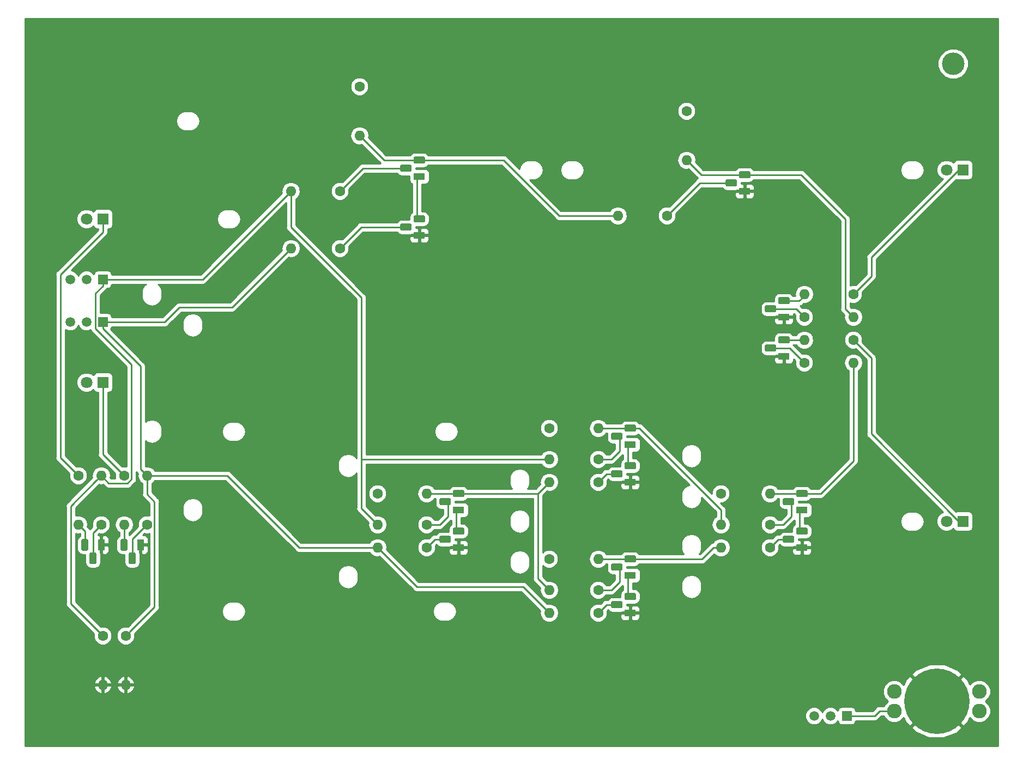
<source format=gtl>
G04 #@! TF.GenerationSoftware,KiCad,Pcbnew,5.0.2-bee76a0~70~ubuntu16.04.1*
G04 #@! TF.CreationDate,2019-09-17T19:16:02-07:00*
G04 #@! TF.ProjectId,rtl-half-adder,72746c2d-6861-46c6-962d-61646465722e,v1*
G04 #@! TF.SameCoordinates,Original*
G04 #@! TF.FileFunction,Copper,L1,Top*
G04 #@! TF.FilePolarity,Positive*
%FSLAX46Y46*%
G04 Gerber Fmt 4.6, Leading zero omitted, Abs format (unit mm)*
G04 Created by KiCad (PCBNEW 5.0.2-bee76a0~70~ubuntu16.04.1) date Tue 17 Sep 2019 07:16:02 PM PDT*
%MOMM*%
%LPD*%
G01*
G04 APERTURE LIST*
G04 #@! TA.AperFunction,ComponentPad*
%ADD10C,1.800000*%
G04 #@! TD*
G04 #@! TA.AperFunction,ComponentPad*
%ADD11R,1.800000X1.800000*%
G04 #@! TD*
G04 #@! TA.AperFunction,ComponentPad*
%ADD12R,1.100000X1.800000*%
G04 #@! TD*
G04 #@! TA.AperFunction,Conductor*
%ADD13C,0.100000*%
G04 #@! TD*
G04 #@! TA.AperFunction,ComponentPad*
%ADD14C,1.100000*%
G04 #@! TD*
G04 #@! TA.AperFunction,ComponentPad*
%ADD15R,1.800000X1.100000*%
G04 #@! TD*
G04 #@! TA.AperFunction,ComponentPad*
%ADD16O,1.600000X1.600000*%
G04 #@! TD*
G04 #@! TA.AperFunction,ComponentPad*
%ADD17C,1.600000*%
G04 #@! TD*
G04 #@! TA.AperFunction,BGAPad,CuDef*
%ADD18C,10.160000*%
G04 #@! TD*
G04 #@! TA.AperFunction,ComponentPad*
%ADD19C,2.286000*%
G04 #@! TD*
G04 #@! TA.AperFunction,ComponentPad*
%ADD20R,1.500000X1.500000*%
G04 #@! TD*
G04 #@! TA.AperFunction,ComponentPad*
%ADD21C,1.500000*%
G04 #@! TD*
G04 #@! TA.AperFunction,ComponentPad*
%ADD22C,3.500000*%
G04 #@! TD*
G04 #@! TA.AperFunction,Conductor*
%ADD23C,0.254000*%
G04 #@! TD*
G04 APERTURE END LIST*
D10*
G04 #@! TO.P,D1,2*
G04 #@! TO.N,VCC*
X60960000Y-69850000D03*
D11*
G04 #@! TO.P,D1,1*
G04 #@! TO.N,Net-(D1-Pad1)*
X63500000Y-69850000D03*
G04 #@! TD*
D10*
G04 #@! TO.P,D2,2*
G04 #@! TO.N,VCC*
X60960000Y-95250000D03*
D11*
G04 #@! TO.P,D2,1*
G04 #@! TO.N,Net-(D2-Pad1)*
X63500000Y-95250000D03*
G04 #@! TD*
D12*
G04 #@! TO.P,Q1,1*
G04 #@! TO.N,GND*
X63246000Y-120504000D03*
D13*
G04 #@! TD*
G04 #@! TO.N,/A_GATE*
G04 #@! TO.C,Q1*
G36*
X61007955Y-119605324D02*
X61034650Y-119609284D01*
X61060828Y-119615841D01*
X61086238Y-119624933D01*
X61110634Y-119636472D01*
X61133782Y-119650346D01*
X61155458Y-119666422D01*
X61175454Y-119684546D01*
X61193578Y-119704542D01*
X61209654Y-119726218D01*
X61223528Y-119749366D01*
X61235067Y-119773762D01*
X61244159Y-119799172D01*
X61250716Y-119825350D01*
X61254676Y-119852045D01*
X61256000Y-119879000D01*
X61256000Y-121129000D01*
X61254676Y-121155955D01*
X61250716Y-121182650D01*
X61244159Y-121208828D01*
X61235067Y-121234238D01*
X61223528Y-121258634D01*
X61209654Y-121281782D01*
X61193578Y-121303458D01*
X61175454Y-121323454D01*
X61155458Y-121341578D01*
X61133782Y-121357654D01*
X61110634Y-121371528D01*
X61086238Y-121383067D01*
X61060828Y-121392159D01*
X61034650Y-121398716D01*
X61007955Y-121402676D01*
X60981000Y-121404000D01*
X60431000Y-121404000D01*
X60404045Y-121402676D01*
X60377350Y-121398716D01*
X60351172Y-121392159D01*
X60325762Y-121383067D01*
X60301366Y-121371528D01*
X60278218Y-121357654D01*
X60256542Y-121341578D01*
X60236546Y-121323454D01*
X60218422Y-121303458D01*
X60202346Y-121281782D01*
X60188472Y-121258634D01*
X60176933Y-121234238D01*
X60167841Y-121208828D01*
X60161284Y-121182650D01*
X60157324Y-121155955D01*
X60156000Y-121129000D01*
X60156000Y-119879000D01*
X60157324Y-119852045D01*
X60161284Y-119825350D01*
X60167841Y-119799172D01*
X60176933Y-119773762D01*
X60188472Y-119749366D01*
X60202346Y-119726218D01*
X60218422Y-119704542D01*
X60236546Y-119684546D01*
X60256542Y-119666422D01*
X60278218Y-119650346D01*
X60301366Y-119636472D01*
X60325762Y-119624933D01*
X60351172Y-119615841D01*
X60377350Y-119609284D01*
X60404045Y-119605324D01*
X60431000Y-119604000D01*
X60981000Y-119604000D01*
X61007955Y-119605324D01*
X61007955Y-119605324D01*
G37*
D14*
G04 #@! TO.P,Q1,3*
G04 #@! TO.N,/A_GATE*
X60706000Y-120504000D03*
D13*
G04 #@! TD*
G04 #@! TO.N,Net-(Q1-Pad2)*
G04 #@! TO.C,Q1*
G36*
X62277955Y-121675324D02*
X62304650Y-121679284D01*
X62330828Y-121685841D01*
X62356238Y-121694933D01*
X62380634Y-121706472D01*
X62403782Y-121720346D01*
X62425458Y-121736422D01*
X62445454Y-121754546D01*
X62463578Y-121774542D01*
X62479654Y-121796218D01*
X62493528Y-121819366D01*
X62505067Y-121843762D01*
X62514159Y-121869172D01*
X62520716Y-121895350D01*
X62524676Y-121922045D01*
X62526000Y-121949000D01*
X62526000Y-123199000D01*
X62524676Y-123225955D01*
X62520716Y-123252650D01*
X62514159Y-123278828D01*
X62505067Y-123304238D01*
X62493528Y-123328634D01*
X62479654Y-123351782D01*
X62463578Y-123373458D01*
X62445454Y-123393454D01*
X62425458Y-123411578D01*
X62403782Y-123427654D01*
X62380634Y-123441528D01*
X62356238Y-123453067D01*
X62330828Y-123462159D01*
X62304650Y-123468716D01*
X62277955Y-123472676D01*
X62251000Y-123474000D01*
X61701000Y-123474000D01*
X61674045Y-123472676D01*
X61647350Y-123468716D01*
X61621172Y-123462159D01*
X61595762Y-123453067D01*
X61571366Y-123441528D01*
X61548218Y-123427654D01*
X61526542Y-123411578D01*
X61506546Y-123393454D01*
X61488422Y-123373458D01*
X61472346Y-123351782D01*
X61458472Y-123328634D01*
X61446933Y-123304238D01*
X61437841Y-123278828D01*
X61431284Y-123252650D01*
X61427324Y-123225955D01*
X61426000Y-123199000D01*
X61426000Y-121949000D01*
X61427324Y-121922045D01*
X61431284Y-121895350D01*
X61437841Y-121869172D01*
X61446933Y-121843762D01*
X61458472Y-121819366D01*
X61472346Y-121796218D01*
X61488422Y-121774542D01*
X61506546Y-121754546D01*
X61526542Y-121736422D01*
X61548218Y-121720346D01*
X61571366Y-121706472D01*
X61595762Y-121694933D01*
X61621172Y-121685841D01*
X61647350Y-121679284D01*
X61674045Y-121675324D01*
X61701000Y-121674000D01*
X62251000Y-121674000D01*
X62277955Y-121675324D01*
X62277955Y-121675324D01*
G37*
D14*
G04 #@! TO.P,Q1,2*
G04 #@! TO.N,Net-(Q1-Pad2)*
X61976000Y-122574000D03*
G04 #@! TD*
D12*
G04 #@! TO.P,Q2,1*
G04 #@! TO.N,GND*
X69342000Y-120504000D03*
D13*
G04 #@! TD*
G04 #@! TO.N,/B_GATE*
G04 #@! TO.C,Q2*
G36*
X67103955Y-119605324D02*
X67130650Y-119609284D01*
X67156828Y-119615841D01*
X67182238Y-119624933D01*
X67206634Y-119636472D01*
X67229782Y-119650346D01*
X67251458Y-119666422D01*
X67271454Y-119684546D01*
X67289578Y-119704542D01*
X67305654Y-119726218D01*
X67319528Y-119749366D01*
X67331067Y-119773762D01*
X67340159Y-119799172D01*
X67346716Y-119825350D01*
X67350676Y-119852045D01*
X67352000Y-119879000D01*
X67352000Y-121129000D01*
X67350676Y-121155955D01*
X67346716Y-121182650D01*
X67340159Y-121208828D01*
X67331067Y-121234238D01*
X67319528Y-121258634D01*
X67305654Y-121281782D01*
X67289578Y-121303458D01*
X67271454Y-121323454D01*
X67251458Y-121341578D01*
X67229782Y-121357654D01*
X67206634Y-121371528D01*
X67182238Y-121383067D01*
X67156828Y-121392159D01*
X67130650Y-121398716D01*
X67103955Y-121402676D01*
X67077000Y-121404000D01*
X66527000Y-121404000D01*
X66500045Y-121402676D01*
X66473350Y-121398716D01*
X66447172Y-121392159D01*
X66421762Y-121383067D01*
X66397366Y-121371528D01*
X66374218Y-121357654D01*
X66352542Y-121341578D01*
X66332546Y-121323454D01*
X66314422Y-121303458D01*
X66298346Y-121281782D01*
X66284472Y-121258634D01*
X66272933Y-121234238D01*
X66263841Y-121208828D01*
X66257284Y-121182650D01*
X66253324Y-121155955D01*
X66252000Y-121129000D01*
X66252000Y-119879000D01*
X66253324Y-119852045D01*
X66257284Y-119825350D01*
X66263841Y-119799172D01*
X66272933Y-119773762D01*
X66284472Y-119749366D01*
X66298346Y-119726218D01*
X66314422Y-119704542D01*
X66332546Y-119684546D01*
X66352542Y-119666422D01*
X66374218Y-119650346D01*
X66397366Y-119636472D01*
X66421762Y-119624933D01*
X66447172Y-119615841D01*
X66473350Y-119609284D01*
X66500045Y-119605324D01*
X66527000Y-119604000D01*
X67077000Y-119604000D01*
X67103955Y-119605324D01*
X67103955Y-119605324D01*
G37*
D14*
G04 #@! TO.P,Q2,3*
G04 #@! TO.N,/B_GATE*
X66802000Y-120504000D03*
D13*
G04 #@! TD*
G04 #@! TO.N,Net-(Q2-Pad2)*
G04 #@! TO.C,Q2*
G36*
X68373955Y-121675324D02*
X68400650Y-121679284D01*
X68426828Y-121685841D01*
X68452238Y-121694933D01*
X68476634Y-121706472D01*
X68499782Y-121720346D01*
X68521458Y-121736422D01*
X68541454Y-121754546D01*
X68559578Y-121774542D01*
X68575654Y-121796218D01*
X68589528Y-121819366D01*
X68601067Y-121843762D01*
X68610159Y-121869172D01*
X68616716Y-121895350D01*
X68620676Y-121922045D01*
X68622000Y-121949000D01*
X68622000Y-123199000D01*
X68620676Y-123225955D01*
X68616716Y-123252650D01*
X68610159Y-123278828D01*
X68601067Y-123304238D01*
X68589528Y-123328634D01*
X68575654Y-123351782D01*
X68559578Y-123373458D01*
X68541454Y-123393454D01*
X68521458Y-123411578D01*
X68499782Y-123427654D01*
X68476634Y-123441528D01*
X68452238Y-123453067D01*
X68426828Y-123462159D01*
X68400650Y-123468716D01*
X68373955Y-123472676D01*
X68347000Y-123474000D01*
X67797000Y-123474000D01*
X67770045Y-123472676D01*
X67743350Y-123468716D01*
X67717172Y-123462159D01*
X67691762Y-123453067D01*
X67667366Y-123441528D01*
X67644218Y-123427654D01*
X67622542Y-123411578D01*
X67602546Y-123393454D01*
X67584422Y-123373458D01*
X67568346Y-123351782D01*
X67554472Y-123328634D01*
X67542933Y-123304238D01*
X67533841Y-123278828D01*
X67527284Y-123252650D01*
X67523324Y-123225955D01*
X67522000Y-123199000D01*
X67522000Y-121949000D01*
X67523324Y-121922045D01*
X67527284Y-121895350D01*
X67533841Y-121869172D01*
X67542933Y-121843762D01*
X67554472Y-121819366D01*
X67568346Y-121796218D01*
X67584422Y-121774542D01*
X67602546Y-121754546D01*
X67622542Y-121736422D01*
X67644218Y-121720346D01*
X67667366Y-121706472D01*
X67691762Y-121694933D01*
X67717172Y-121685841D01*
X67743350Y-121679284D01*
X67770045Y-121675324D01*
X67797000Y-121674000D01*
X68347000Y-121674000D01*
X68373955Y-121675324D01*
X68373955Y-121675324D01*
G37*
D14*
G04 #@! TO.P,Q2,2*
G04 #@! TO.N,Net-(Q2-Pad2)*
X68072000Y-122574000D03*
G04 #@! TD*
D15*
G04 #@! TO.P,Q3,1*
G04 #@! TO.N,Net-(Q3-Pad1)*
X118764000Y-115062000D03*
D13*
G04 #@! TD*
G04 #@! TO.N,XOR1*
G04 #@! TO.C,Q3*
G36*
X119415955Y-111973324D02*
X119442650Y-111977284D01*
X119468828Y-111983841D01*
X119494238Y-111992933D01*
X119518634Y-112004472D01*
X119541782Y-112018346D01*
X119563458Y-112034422D01*
X119583454Y-112052546D01*
X119601578Y-112072542D01*
X119617654Y-112094218D01*
X119631528Y-112117366D01*
X119643067Y-112141762D01*
X119652159Y-112167172D01*
X119658716Y-112193350D01*
X119662676Y-112220045D01*
X119664000Y-112247000D01*
X119664000Y-112797000D01*
X119662676Y-112823955D01*
X119658716Y-112850650D01*
X119652159Y-112876828D01*
X119643067Y-112902238D01*
X119631528Y-112926634D01*
X119617654Y-112949782D01*
X119601578Y-112971458D01*
X119583454Y-112991454D01*
X119563458Y-113009578D01*
X119541782Y-113025654D01*
X119518634Y-113039528D01*
X119494238Y-113051067D01*
X119468828Y-113060159D01*
X119442650Y-113066716D01*
X119415955Y-113070676D01*
X119389000Y-113072000D01*
X118139000Y-113072000D01*
X118112045Y-113070676D01*
X118085350Y-113066716D01*
X118059172Y-113060159D01*
X118033762Y-113051067D01*
X118009366Y-113039528D01*
X117986218Y-113025654D01*
X117964542Y-113009578D01*
X117944546Y-112991454D01*
X117926422Y-112971458D01*
X117910346Y-112949782D01*
X117896472Y-112926634D01*
X117884933Y-112902238D01*
X117875841Y-112876828D01*
X117869284Y-112850650D01*
X117865324Y-112823955D01*
X117864000Y-112797000D01*
X117864000Y-112247000D01*
X117865324Y-112220045D01*
X117869284Y-112193350D01*
X117875841Y-112167172D01*
X117884933Y-112141762D01*
X117896472Y-112117366D01*
X117910346Y-112094218D01*
X117926422Y-112072542D01*
X117944546Y-112052546D01*
X117964542Y-112034422D01*
X117986218Y-112018346D01*
X118009366Y-112004472D01*
X118033762Y-111992933D01*
X118059172Y-111983841D01*
X118085350Y-111977284D01*
X118112045Y-111973324D01*
X118139000Y-111972000D01*
X119389000Y-111972000D01*
X119415955Y-111973324D01*
X119415955Y-111973324D01*
G37*
D14*
G04 #@! TO.P,Q3,3*
G04 #@! TO.N,XOR1*
X118764000Y-112522000D03*
D13*
G04 #@! TD*
G04 #@! TO.N,Net-(Q3-Pad2)*
G04 #@! TO.C,Q3*
G36*
X117345955Y-113243324D02*
X117372650Y-113247284D01*
X117398828Y-113253841D01*
X117424238Y-113262933D01*
X117448634Y-113274472D01*
X117471782Y-113288346D01*
X117493458Y-113304422D01*
X117513454Y-113322546D01*
X117531578Y-113342542D01*
X117547654Y-113364218D01*
X117561528Y-113387366D01*
X117573067Y-113411762D01*
X117582159Y-113437172D01*
X117588716Y-113463350D01*
X117592676Y-113490045D01*
X117594000Y-113517000D01*
X117594000Y-114067000D01*
X117592676Y-114093955D01*
X117588716Y-114120650D01*
X117582159Y-114146828D01*
X117573067Y-114172238D01*
X117561528Y-114196634D01*
X117547654Y-114219782D01*
X117531578Y-114241458D01*
X117513454Y-114261454D01*
X117493458Y-114279578D01*
X117471782Y-114295654D01*
X117448634Y-114309528D01*
X117424238Y-114321067D01*
X117398828Y-114330159D01*
X117372650Y-114336716D01*
X117345955Y-114340676D01*
X117319000Y-114342000D01*
X116069000Y-114342000D01*
X116042045Y-114340676D01*
X116015350Y-114336716D01*
X115989172Y-114330159D01*
X115963762Y-114321067D01*
X115939366Y-114309528D01*
X115916218Y-114295654D01*
X115894542Y-114279578D01*
X115874546Y-114261454D01*
X115856422Y-114241458D01*
X115840346Y-114219782D01*
X115826472Y-114196634D01*
X115814933Y-114172238D01*
X115805841Y-114146828D01*
X115799284Y-114120650D01*
X115795324Y-114093955D01*
X115794000Y-114067000D01*
X115794000Y-113517000D01*
X115795324Y-113490045D01*
X115799284Y-113463350D01*
X115805841Y-113437172D01*
X115814933Y-113411762D01*
X115826472Y-113387366D01*
X115840346Y-113364218D01*
X115856422Y-113342542D01*
X115874546Y-113322546D01*
X115894542Y-113304422D01*
X115916218Y-113288346D01*
X115939366Y-113274472D01*
X115963762Y-113262933D01*
X115989172Y-113253841D01*
X116015350Y-113247284D01*
X116042045Y-113243324D01*
X116069000Y-113242000D01*
X117319000Y-113242000D01*
X117345955Y-113243324D01*
X117345955Y-113243324D01*
G37*
D14*
G04 #@! TO.P,Q3,2*
G04 #@! TO.N,Net-(Q3-Pad2)*
X116694000Y-113792000D03*
G04 #@! TD*
D15*
G04 #@! TO.P,Q4,1*
G04 #@! TO.N,GND*
X118764000Y-120904000D03*
D13*
G04 #@! TD*
G04 #@! TO.N,Net-(Q3-Pad1)*
G04 #@! TO.C,Q4*
G36*
X119415955Y-117815324D02*
X119442650Y-117819284D01*
X119468828Y-117825841D01*
X119494238Y-117834933D01*
X119518634Y-117846472D01*
X119541782Y-117860346D01*
X119563458Y-117876422D01*
X119583454Y-117894546D01*
X119601578Y-117914542D01*
X119617654Y-117936218D01*
X119631528Y-117959366D01*
X119643067Y-117983762D01*
X119652159Y-118009172D01*
X119658716Y-118035350D01*
X119662676Y-118062045D01*
X119664000Y-118089000D01*
X119664000Y-118639000D01*
X119662676Y-118665955D01*
X119658716Y-118692650D01*
X119652159Y-118718828D01*
X119643067Y-118744238D01*
X119631528Y-118768634D01*
X119617654Y-118791782D01*
X119601578Y-118813458D01*
X119583454Y-118833454D01*
X119563458Y-118851578D01*
X119541782Y-118867654D01*
X119518634Y-118881528D01*
X119494238Y-118893067D01*
X119468828Y-118902159D01*
X119442650Y-118908716D01*
X119415955Y-118912676D01*
X119389000Y-118914000D01*
X118139000Y-118914000D01*
X118112045Y-118912676D01*
X118085350Y-118908716D01*
X118059172Y-118902159D01*
X118033762Y-118893067D01*
X118009366Y-118881528D01*
X117986218Y-118867654D01*
X117964542Y-118851578D01*
X117944546Y-118833454D01*
X117926422Y-118813458D01*
X117910346Y-118791782D01*
X117896472Y-118768634D01*
X117884933Y-118744238D01*
X117875841Y-118718828D01*
X117869284Y-118692650D01*
X117865324Y-118665955D01*
X117864000Y-118639000D01*
X117864000Y-118089000D01*
X117865324Y-118062045D01*
X117869284Y-118035350D01*
X117875841Y-118009172D01*
X117884933Y-117983762D01*
X117896472Y-117959366D01*
X117910346Y-117936218D01*
X117926422Y-117914542D01*
X117944546Y-117894546D01*
X117964542Y-117876422D01*
X117986218Y-117860346D01*
X118009366Y-117846472D01*
X118033762Y-117834933D01*
X118059172Y-117825841D01*
X118085350Y-117819284D01*
X118112045Y-117815324D01*
X118139000Y-117814000D01*
X119389000Y-117814000D01*
X119415955Y-117815324D01*
X119415955Y-117815324D01*
G37*
D14*
G04 #@! TO.P,Q4,3*
G04 #@! TO.N,Net-(Q3-Pad1)*
X118764000Y-118364000D03*
D13*
G04 #@! TD*
G04 #@! TO.N,Net-(Q4-Pad2)*
G04 #@! TO.C,Q4*
G36*
X117345955Y-119085324D02*
X117372650Y-119089284D01*
X117398828Y-119095841D01*
X117424238Y-119104933D01*
X117448634Y-119116472D01*
X117471782Y-119130346D01*
X117493458Y-119146422D01*
X117513454Y-119164546D01*
X117531578Y-119184542D01*
X117547654Y-119206218D01*
X117561528Y-119229366D01*
X117573067Y-119253762D01*
X117582159Y-119279172D01*
X117588716Y-119305350D01*
X117592676Y-119332045D01*
X117594000Y-119359000D01*
X117594000Y-119909000D01*
X117592676Y-119935955D01*
X117588716Y-119962650D01*
X117582159Y-119988828D01*
X117573067Y-120014238D01*
X117561528Y-120038634D01*
X117547654Y-120061782D01*
X117531578Y-120083458D01*
X117513454Y-120103454D01*
X117493458Y-120121578D01*
X117471782Y-120137654D01*
X117448634Y-120151528D01*
X117424238Y-120163067D01*
X117398828Y-120172159D01*
X117372650Y-120178716D01*
X117345955Y-120182676D01*
X117319000Y-120184000D01*
X116069000Y-120184000D01*
X116042045Y-120182676D01*
X116015350Y-120178716D01*
X115989172Y-120172159D01*
X115963762Y-120163067D01*
X115939366Y-120151528D01*
X115916218Y-120137654D01*
X115894542Y-120121578D01*
X115874546Y-120103454D01*
X115856422Y-120083458D01*
X115840346Y-120061782D01*
X115826472Y-120038634D01*
X115814933Y-120014238D01*
X115805841Y-119988828D01*
X115799284Y-119962650D01*
X115795324Y-119935955D01*
X115794000Y-119909000D01*
X115794000Y-119359000D01*
X115795324Y-119332045D01*
X115799284Y-119305350D01*
X115805841Y-119279172D01*
X115814933Y-119253762D01*
X115826472Y-119229366D01*
X115840346Y-119206218D01*
X115856422Y-119184542D01*
X115874546Y-119164546D01*
X115894542Y-119146422D01*
X115916218Y-119130346D01*
X115939366Y-119116472D01*
X115963762Y-119104933D01*
X115989172Y-119095841D01*
X116015350Y-119089284D01*
X116042045Y-119085324D01*
X116069000Y-119084000D01*
X117319000Y-119084000D01*
X117345955Y-119085324D01*
X117345955Y-119085324D01*
G37*
D14*
G04 #@! TO.P,Q4,2*
G04 #@! TO.N,Net-(Q4-Pad2)*
X116694000Y-119634000D03*
G04 #@! TD*
D15*
G04 #@! TO.P,Q5,1*
G04 #@! TO.N,Net-(Q5-Pad1)*
X112668000Y-63246000D03*
D13*
G04 #@! TD*
G04 #@! TO.N,NAND1*
G04 #@! TO.C,Q5*
G36*
X113319955Y-60157324D02*
X113346650Y-60161284D01*
X113372828Y-60167841D01*
X113398238Y-60176933D01*
X113422634Y-60188472D01*
X113445782Y-60202346D01*
X113467458Y-60218422D01*
X113487454Y-60236546D01*
X113505578Y-60256542D01*
X113521654Y-60278218D01*
X113535528Y-60301366D01*
X113547067Y-60325762D01*
X113556159Y-60351172D01*
X113562716Y-60377350D01*
X113566676Y-60404045D01*
X113568000Y-60431000D01*
X113568000Y-60981000D01*
X113566676Y-61007955D01*
X113562716Y-61034650D01*
X113556159Y-61060828D01*
X113547067Y-61086238D01*
X113535528Y-61110634D01*
X113521654Y-61133782D01*
X113505578Y-61155458D01*
X113487454Y-61175454D01*
X113467458Y-61193578D01*
X113445782Y-61209654D01*
X113422634Y-61223528D01*
X113398238Y-61235067D01*
X113372828Y-61244159D01*
X113346650Y-61250716D01*
X113319955Y-61254676D01*
X113293000Y-61256000D01*
X112043000Y-61256000D01*
X112016045Y-61254676D01*
X111989350Y-61250716D01*
X111963172Y-61244159D01*
X111937762Y-61235067D01*
X111913366Y-61223528D01*
X111890218Y-61209654D01*
X111868542Y-61193578D01*
X111848546Y-61175454D01*
X111830422Y-61155458D01*
X111814346Y-61133782D01*
X111800472Y-61110634D01*
X111788933Y-61086238D01*
X111779841Y-61060828D01*
X111773284Y-61034650D01*
X111769324Y-61007955D01*
X111768000Y-60981000D01*
X111768000Y-60431000D01*
X111769324Y-60404045D01*
X111773284Y-60377350D01*
X111779841Y-60351172D01*
X111788933Y-60325762D01*
X111800472Y-60301366D01*
X111814346Y-60278218D01*
X111830422Y-60256542D01*
X111848546Y-60236546D01*
X111868542Y-60218422D01*
X111890218Y-60202346D01*
X111913366Y-60188472D01*
X111937762Y-60176933D01*
X111963172Y-60167841D01*
X111989350Y-60161284D01*
X112016045Y-60157324D01*
X112043000Y-60156000D01*
X113293000Y-60156000D01*
X113319955Y-60157324D01*
X113319955Y-60157324D01*
G37*
D14*
G04 #@! TO.P,Q5,3*
G04 #@! TO.N,NAND1*
X112668000Y-60706000D03*
D13*
G04 #@! TD*
G04 #@! TO.N,Net-(Q5-Pad2)*
G04 #@! TO.C,Q5*
G36*
X111249955Y-61427324D02*
X111276650Y-61431284D01*
X111302828Y-61437841D01*
X111328238Y-61446933D01*
X111352634Y-61458472D01*
X111375782Y-61472346D01*
X111397458Y-61488422D01*
X111417454Y-61506546D01*
X111435578Y-61526542D01*
X111451654Y-61548218D01*
X111465528Y-61571366D01*
X111477067Y-61595762D01*
X111486159Y-61621172D01*
X111492716Y-61647350D01*
X111496676Y-61674045D01*
X111498000Y-61701000D01*
X111498000Y-62251000D01*
X111496676Y-62277955D01*
X111492716Y-62304650D01*
X111486159Y-62330828D01*
X111477067Y-62356238D01*
X111465528Y-62380634D01*
X111451654Y-62403782D01*
X111435578Y-62425458D01*
X111417454Y-62445454D01*
X111397458Y-62463578D01*
X111375782Y-62479654D01*
X111352634Y-62493528D01*
X111328238Y-62505067D01*
X111302828Y-62514159D01*
X111276650Y-62520716D01*
X111249955Y-62524676D01*
X111223000Y-62526000D01*
X109973000Y-62526000D01*
X109946045Y-62524676D01*
X109919350Y-62520716D01*
X109893172Y-62514159D01*
X109867762Y-62505067D01*
X109843366Y-62493528D01*
X109820218Y-62479654D01*
X109798542Y-62463578D01*
X109778546Y-62445454D01*
X109760422Y-62425458D01*
X109744346Y-62403782D01*
X109730472Y-62380634D01*
X109718933Y-62356238D01*
X109709841Y-62330828D01*
X109703284Y-62304650D01*
X109699324Y-62277955D01*
X109698000Y-62251000D01*
X109698000Y-61701000D01*
X109699324Y-61674045D01*
X109703284Y-61647350D01*
X109709841Y-61621172D01*
X109718933Y-61595762D01*
X109730472Y-61571366D01*
X109744346Y-61548218D01*
X109760422Y-61526542D01*
X109778546Y-61506546D01*
X109798542Y-61488422D01*
X109820218Y-61472346D01*
X109843366Y-61458472D01*
X109867762Y-61446933D01*
X109893172Y-61437841D01*
X109919350Y-61431284D01*
X109946045Y-61427324D01*
X109973000Y-61426000D01*
X111223000Y-61426000D01*
X111249955Y-61427324D01*
X111249955Y-61427324D01*
G37*
D14*
G04 #@! TO.P,Q5,2*
G04 #@! TO.N,Net-(Q5-Pad2)*
X110598000Y-61976000D03*
G04 #@! TD*
D15*
G04 #@! TO.P,Q6,1*
G04 #@! TO.N,GND*
X112668000Y-72390000D03*
D13*
G04 #@! TD*
G04 #@! TO.N,Net-(Q5-Pad1)*
G04 #@! TO.C,Q6*
G36*
X113319955Y-69301324D02*
X113346650Y-69305284D01*
X113372828Y-69311841D01*
X113398238Y-69320933D01*
X113422634Y-69332472D01*
X113445782Y-69346346D01*
X113467458Y-69362422D01*
X113487454Y-69380546D01*
X113505578Y-69400542D01*
X113521654Y-69422218D01*
X113535528Y-69445366D01*
X113547067Y-69469762D01*
X113556159Y-69495172D01*
X113562716Y-69521350D01*
X113566676Y-69548045D01*
X113568000Y-69575000D01*
X113568000Y-70125000D01*
X113566676Y-70151955D01*
X113562716Y-70178650D01*
X113556159Y-70204828D01*
X113547067Y-70230238D01*
X113535528Y-70254634D01*
X113521654Y-70277782D01*
X113505578Y-70299458D01*
X113487454Y-70319454D01*
X113467458Y-70337578D01*
X113445782Y-70353654D01*
X113422634Y-70367528D01*
X113398238Y-70379067D01*
X113372828Y-70388159D01*
X113346650Y-70394716D01*
X113319955Y-70398676D01*
X113293000Y-70400000D01*
X112043000Y-70400000D01*
X112016045Y-70398676D01*
X111989350Y-70394716D01*
X111963172Y-70388159D01*
X111937762Y-70379067D01*
X111913366Y-70367528D01*
X111890218Y-70353654D01*
X111868542Y-70337578D01*
X111848546Y-70319454D01*
X111830422Y-70299458D01*
X111814346Y-70277782D01*
X111800472Y-70254634D01*
X111788933Y-70230238D01*
X111779841Y-70204828D01*
X111773284Y-70178650D01*
X111769324Y-70151955D01*
X111768000Y-70125000D01*
X111768000Y-69575000D01*
X111769324Y-69548045D01*
X111773284Y-69521350D01*
X111779841Y-69495172D01*
X111788933Y-69469762D01*
X111800472Y-69445366D01*
X111814346Y-69422218D01*
X111830422Y-69400542D01*
X111848546Y-69380546D01*
X111868542Y-69362422D01*
X111890218Y-69346346D01*
X111913366Y-69332472D01*
X111937762Y-69320933D01*
X111963172Y-69311841D01*
X111989350Y-69305284D01*
X112016045Y-69301324D01*
X112043000Y-69300000D01*
X113293000Y-69300000D01*
X113319955Y-69301324D01*
X113319955Y-69301324D01*
G37*
D14*
G04 #@! TO.P,Q6,3*
G04 #@! TO.N,Net-(Q5-Pad1)*
X112668000Y-69850000D03*
D13*
G04 #@! TD*
G04 #@! TO.N,Net-(Q6-Pad2)*
G04 #@! TO.C,Q6*
G36*
X111249955Y-70571324D02*
X111276650Y-70575284D01*
X111302828Y-70581841D01*
X111328238Y-70590933D01*
X111352634Y-70602472D01*
X111375782Y-70616346D01*
X111397458Y-70632422D01*
X111417454Y-70650546D01*
X111435578Y-70670542D01*
X111451654Y-70692218D01*
X111465528Y-70715366D01*
X111477067Y-70739762D01*
X111486159Y-70765172D01*
X111492716Y-70791350D01*
X111496676Y-70818045D01*
X111498000Y-70845000D01*
X111498000Y-71395000D01*
X111496676Y-71421955D01*
X111492716Y-71448650D01*
X111486159Y-71474828D01*
X111477067Y-71500238D01*
X111465528Y-71524634D01*
X111451654Y-71547782D01*
X111435578Y-71569458D01*
X111417454Y-71589454D01*
X111397458Y-71607578D01*
X111375782Y-71623654D01*
X111352634Y-71637528D01*
X111328238Y-71649067D01*
X111302828Y-71658159D01*
X111276650Y-71664716D01*
X111249955Y-71668676D01*
X111223000Y-71670000D01*
X109973000Y-71670000D01*
X109946045Y-71668676D01*
X109919350Y-71664716D01*
X109893172Y-71658159D01*
X109867762Y-71649067D01*
X109843366Y-71637528D01*
X109820218Y-71623654D01*
X109798542Y-71607578D01*
X109778546Y-71589454D01*
X109760422Y-71569458D01*
X109744346Y-71547782D01*
X109730472Y-71524634D01*
X109718933Y-71500238D01*
X109709841Y-71474828D01*
X109703284Y-71448650D01*
X109699324Y-71421955D01*
X109698000Y-71395000D01*
X109698000Y-70845000D01*
X109699324Y-70818045D01*
X109703284Y-70791350D01*
X109709841Y-70765172D01*
X109718933Y-70739762D01*
X109730472Y-70715366D01*
X109744346Y-70692218D01*
X109760422Y-70670542D01*
X109778546Y-70650546D01*
X109798542Y-70632422D01*
X109820218Y-70616346D01*
X109843366Y-70602472D01*
X109867762Y-70590933D01*
X109893172Y-70581841D01*
X109919350Y-70575284D01*
X109946045Y-70571324D01*
X109973000Y-70570000D01*
X111223000Y-70570000D01*
X111249955Y-70571324D01*
X111249955Y-70571324D01*
G37*
D14*
G04 #@! TO.P,Q6,2*
G04 #@! TO.N,Net-(Q6-Pad2)*
X110598000Y-71120000D03*
G04 #@! TD*
D15*
G04 #@! TO.P,Q7,1*
G04 #@! TO.N,Net-(Q7-Pad1)*
X145434000Y-104902000D03*
D13*
G04 #@! TD*
G04 #@! TO.N,XOR2*
G04 #@! TO.C,Q7*
G36*
X146085955Y-101813324D02*
X146112650Y-101817284D01*
X146138828Y-101823841D01*
X146164238Y-101832933D01*
X146188634Y-101844472D01*
X146211782Y-101858346D01*
X146233458Y-101874422D01*
X146253454Y-101892546D01*
X146271578Y-101912542D01*
X146287654Y-101934218D01*
X146301528Y-101957366D01*
X146313067Y-101981762D01*
X146322159Y-102007172D01*
X146328716Y-102033350D01*
X146332676Y-102060045D01*
X146334000Y-102087000D01*
X146334000Y-102637000D01*
X146332676Y-102663955D01*
X146328716Y-102690650D01*
X146322159Y-102716828D01*
X146313067Y-102742238D01*
X146301528Y-102766634D01*
X146287654Y-102789782D01*
X146271578Y-102811458D01*
X146253454Y-102831454D01*
X146233458Y-102849578D01*
X146211782Y-102865654D01*
X146188634Y-102879528D01*
X146164238Y-102891067D01*
X146138828Y-102900159D01*
X146112650Y-102906716D01*
X146085955Y-102910676D01*
X146059000Y-102912000D01*
X144809000Y-102912000D01*
X144782045Y-102910676D01*
X144755350Y-102906716D01*
X144729172Y-102900159D01*
X144703762Y-102891067D01*
X144679366Y-102879528D01*
X144656218Y-102865654D01*
X144634542Y-102849578D01*
X144614546Y-102831454D01*
X144596422Y-102811458D01*
X144580346Y-102789782D01*
X144566472Y-102766634D01*
X144554933Y-102742238D01*
X144545841Y-102716828D01*
X144539284Y-102690650D01*
X144535324Y-102663955D01*
X144534000Y-102637000D01*
X144534000Y-102087000D01*
X144535324Y-102060045D01*
X144539284Y-102033350D01*
X144545841Y-102007172D01*
X144554933Y-101981762D01*
X144566472Y-101957366D01*
X144580346Y-101934218D01*
X144596422Y-101912542D01*
X144614546Y-101892546D01*
X144634542Y-101874422D01*
X144656218Y-101858346D01*
X144679366Y-101844472D01*
X144703762Y-101832933D01*
X144729172Y-101823841D01*
X144755350Y-101817284D01*
X144782045Y-101813324D01*
X144809000Y-101812000D01*
X146059000Y-101812000D01*
X146085955Y-101813324D01*
X146085955Y-101813324D01*
G37*
D14*
G04 #@! TO.P,Q7,3*
G04 #@! TO.N,XOR2*
X145434000Y-102362000D03*
D13*
G04 #@! TD*
G04 #@! TO.N,Net-(Q7-Pad2)*
G04 #@! TO.C,Q7*
G36*
X144015955Y-103083324D02*
X144042650Y-103087284D01*
X144068828Y-103093841D01*
X144094238Y-103102933D01*
X144118634Y-103114472D01*
X144141782Y-103128346D01*
X144163458Y-103144422D01*
X144183454Y-103162546D01*
X144201578Y-103182542D01*
X144217654Y-103204218D01*
X144231528Y-103227366D01*
X144243067Y-103251762D01*
X144252159Y-103277172D01*
X144258716Y-103303350D01*
X144262676Y-103330045D01*
X144264000Y-103357000D01*
X144264000Y-103907000D01*
X144262676Y-103933955D01*
X144258716Y-103960650D01*
X144252159Y-103986828D01*
X144243067Y-104012238D01*
X144231528Y-104036634D01*
X144217654Y-104059782D01*
X144201578Y-104081458D01*
X144183454Y-104101454D01*
X144163458Y-104119578D01*
X144141782Y-104135654D01*
X144118634Y-104149528D01*
X144094238Y-104161067D01*
X144068828Y-104170159D01*
X144042650Y-104176716D01*
X144015955Y-104180676D01*
X143989000Y-104182000D01*
X142739000Y-104182000D01*
X142712045Y-104180676D01*
X142685350Y-104176716D01*
X142659172Y-104170159D01*
X142633762Y-104161067D01*
X142609366Y-104149528D01*
X142586218Y-104135654D01*
X142564542Y-104119578D01*
X142544546Y-104101454D01*
X142526422Y-104081458D01*
X142510346Y-104059782D01*
X142496472Y-104036634D01*
X142484933Y-104012238D01*
X142475841Y-103986828D01*
X142469284Y-103960650D01*
X142465324Y-103933955D01*
X142464000Y-103907000D01*
X142464000Y-103357000D01*
X142465324Y-103330045D01*
X142469284Y-103303350D01*
X142475841Y-103277172D01*
X142484933Y-103251762D01*
X142496472Y-103227366D01*
X142510346Y-103204218D01*
X142526422Y-103182542D01*
X142544546Y-103162546D01*
X142564542Y-103144422D01*
X142586218Y-103128346D01*
X142609366Y-103114472D01*
X142633762Y-103102933D01*
X142659172Y-103093841D01*
X142685350Y-103087284D01*
X142712045Y-103083324D01*
X142739000Y-103082000D01*
X143989000Y-103082000D01*
X144015955Y-103083324D01*
X144015955Y-103083324D01*
G37*
D14*
G04 #@! TO.P,Q7,2*
G04 #@! TO.N,Net-(Q7-Pad2)*
X143364000Y-103632000D03*
G04 #@! TD*
D15*
G04 #@! TO.P,Q8,1*
G04 #@! TO.N,GND*
X145434000Y-110744000D03*
D13*
G04 #@! TD*
G04 #@! TO.N,Net-(Q7-Pad1)*
G04 #@! TO.C,Q8*
G36*
X146085955Y-107655324D02*
X146112650Y-107659284D01*
X146138828Y-107665841D01*
X146164238Y-107674933D01*
X146188634Y-107686472D01*
X146211782Y-107700346D01*
X146233458Y-107716422D01*
X146253454Y-107734546D01*
X146271578Y-107754542D01*
X146287654Y-107776218D01*
X146301528Y-107799366D01*
X146313067Y-107823762D01*
X146322159Y-107849172D01*
X146328716Y-107875350D01*
X146332676Y-107902045D01*
X146334000Y-107929000D01*
X146334000Y-108479000D01*
X146332676Y-108505955D01*
X146328716Y-108532650D01*
X146322159Y-108558828D01*
X146313067Y-108584238D01*
X146301528Y-108608634D01*
X146287654Y-108631782D01*
X146271578Y-108653458D01*
X146253454Y-108673454D01*
X146233458Y-108691578D01*
X146211782Y-108707654D01*
X146188634Y-108721528D01*
X146164238Y-108733067D01*
X146138828Y-108742159D01*
X146112650Y-108748716D01*
X146085955Y-108752676D01*
X146059000Y-108754000D01*
X144809000Y-108754000D01*
X144782045Y-108752676D01*
X144755350Y-108748716D01*
X144729172Y-108742159D01*
X144703762Y-108733067D01*
X144679366Y-108721528D01*
X144656218Y-108707654D01*
X144634542Y-108691578D01*
X144614546Y-108673454D01*
X144596422Y-108653458D01*
X144580346Y-108631782D01*
X144566472Y-108608634D01*
X144554933Y-108584238D01*
X144545841Y-108558828D01*
X144539284Y-108532650D01*
X144535324Y-108505955D01*
X144534000Y-108479000D01*
X144534000Y-107929000D01*
X144535324Y-107902045D01*
X144539284Y-107875350D01*
X144545841Y-107849172D01*
X144554933Y-107823762D01*
X144566472Y-107799366D01*
X144580346Y-107776218D01*
X144596422Y-107754542D01*
X144614546Y-107734546D01*
X144634542Y-107716422D01*
X144656218Y-107700346D01*
X144679366Y-107686472D01*
X144703762Y-107674933D01*
X144729172Y-107665841D01*
X144755350Y-107659284D01*
X144782045Y-107655324D01*
X144809000Y-107654000D01*
X146059000Y-107654000D01*
X146085955Y-107655324D01*
X146085955Y-107655324D01*
G37*
D14*
G04 #@! TO.P,Q8,3*
G04 #@! TO.N,Net-(Q7-Pad1)*
X145434000Y-108204000D03*
D13*
G04 #@! TD*
G04 #@! TO.N,Net-(Q8-Pad2)*
G04 #@! TO.C,Q8*
G36*
X144015955Y-108925324D02*
X144042650Y-108929284D01*
X144068828Y-108935841D01*
X144094238Y-108944933D01*
X144118634Y-108956472D01*
X144141782Y-108970346D01*
X144163458Y-108986422D01*
X144183454Y-109004546D01*
X144201578Y-109024542D01*
X144217654Y-109046218D01*
X144231528Y-109069366D01*
X144243067Y-109093762D01*
X144252159Y-109119172D01*
X144258716Y-109145350D01*
X144262676Y-109172045D01*
X144264000Y-109199000D01*
X144264000Y-109749000D01*
X144262676Y-109775955D01*
X144258716Y-109802650D01*
X144252159Y-109828828D01*
X144243067Y-109854238D01*
X144231528Y-109878634D01*
X144217654Y-109901782D01*
X144201578Y-109923458D01*
X144183454Y-109943454D01*
X144163458Y-109961578D01*
X144141782Y-109977654D01*
X144118634Y-109991528D01*
X144094238Y-110003067D01*
X144068828Y-110012159D01*
X144042650Y-110018716D01*
X144015955Y-110022676D01*
X143989000Y-110024000D01*
X142739000Y-110024000D01*
X142712045Y-110022676D01*
X142685350Y-110018716D01*
X142659172Y-110012159D01*
X142633762Y-110003067D01*
X142609366Y-109991528D01*
X142586218Y-109977654D01*
X142564542Y-109961578D01*
X142544546Y-109943454D01*
X142526422Y-109923458D01*
X142510346Y-109901782D01*
X142496472Y-109878634D01*
X142484933Y-109854238D01*
X142475841Y-109828828D01*
X142469284Y-109802650D01*
X142465324Y-109775955D01*
X142464000Y-109749000D01*
X142464000Y-109199000D01*
X142465324Y-109172045D01*
X142469284Y-109145350D01*
X142475841Y-109119172D01*
X142484933Y-109093762D01*
X142496472Y-109069366D01*
X142510346Y-109046218D01*
X142526422Y-109024542D01*
X142544546Y-109004546D01*
X142564542Y-108986422D01*
X142586218Y-108970346D01*
X142609366Y-108956472D01*
X142633762Y-108944933D01*
X142659172Y-108935841D01*
X142685350Y-108929284D01*
X142712045Y-108925324D01*
X142739000Y-108924000D01*
X143989000Y-108924000D01*
X144015955Y-108925324D01*
X144015955Y-108925324D01*
G37*
D14*
G04 #@! TO.P,Q8,2*
G04 #@! TO.N,Net-(Q8-Pad2)*
X143364000Y-109474000D03*
G04 #@! TD*
D15*
G04 #@! TO.P,Q9,1*
G04 #@! TO.N,Net-(Q10-Pad3)*
X145434000Y-125222000D03*
D13*
G04 #@! TD*
G04 #@! TO.N,XOR3*
G04 #@! TO.C,Q9*
G36*
X146085955Y-122133324D02*
X146112650Y-122137284D01*
X146138828Y-122143841D01*
X146164238Y-122152933D01*
X146188634Y-122164472D01*
X146211782Y-122178346D01*
X146233458Y-122194422D01*
X146253454Y-122212546D01*
X146271578Y-122232542D01*
X146287654Y-122254218D01*
X146301528Y-122277366D01*
X146313067Y-122301762D01*
X146322159Y-122327172D01*
X146328716Y-122353350D01*
X146332676Y-122380045D01*
X146334000Y-122407000D01*
X146334000Y-122957000D01*
X146332676Y-122983955D01*
X146328716Y-123010650D01*
X146322159Y-123036828D01*
X146313067Y-123062238D01*
X146301528Y-123086634D01*
X146287654Y-123109782D01*
X146271578Y-123131458D01*
X146253454Y-123151454D01*
X146233458Y-123169578D01*
X146211782Y-123185654D01*
X146188634Y-123199528D01*
X146164238Y-123211067D01*
X146138828Y-123220159D01*
X146112650Y-123226716D01*
X146085955Y-123230676D01*
X146059000Y-123232000D01*
X144809000Y-123232000D01*
X144782045Y-123230676D01*
X144755350Y-123226716D01*
X144729172Y-123220159D01*
X144703762Y-123211067D01*
X144679366Y-123199528D01*
X144656218Y-123185654D01*
X144634542Y-123169578D01*
X144614546Y-123151454D01*
X144596422Y-123131458D01*
X144580346Y-123109782D01*
X144566472Y-123086634D01*
X144554933Y-123062238D01*
X144545841Y-123036828D01*
X144539284Y-123010650D01*
X144535324Y-122983955D01*
X144534000Y-122957000D01*
X144534000Y-122407000D01*
X144535324Y-122380045D01*
X144539284Y-122353350D01*
X144545841Y-122327172D01*
X144554933Y-122301762D01*
X144566472Y-122277366D01*
X144580346Y-122254218D01*
X144596422Y-122232542D01*
X144614546Y-122212546D01*
X144634542Y-122194422D01*
X144656218Y-122178346D01*
X144679366Y-122164472D01*
X144703762Y-122152933D01*
X144729172Y-122143841D01*
X144755350Y-122137284D01*
X144782045Y-122133324D01*
X144809000Y-122132000D01*
X146059000Y-122132000D01*
X146085955Y-122133324D01*
X146085955Y-122133324D01*
G37*
D14*
G04 #@! TO.P,Q9,3*
G04 #@! TO.N,XOR3*
X145434000Y-122682000D03*
D13*
G04 #@! TD*
G04 #@! TO.N,Net-(Q9-Pad2)*
G04 #@! TO.C,Q9*
G36*
X144015955Y-123403324D02*
X144042650Y-123407284D01*
X144068828Y-123413841D01*
X144094238Y-123422933D01*
X144118634Y-123434472D01*
X144141782Y-123448346D01*
X144163458Y-123464422D01*
X144183454Y-123482546D01*
X144201578Y-123502542D01*
X144217654Y-123524218D01*
X144231528Y-123547366D01*
X144243067Y-123571762D01*
X144252159Y-123597172D01*
X144258716Y-123623350D01*
X144262676Y-123650045D01*
X144264000Y-123677000D01*
X144264000Y-124227000D01*
X144262676Y-124253955D01*
X144258716Y-124280650D01*
X144252159Y-124306828D01*
X144243067Y-124332238D01*
X144231528Y-124356634D01*
X144217654Y-124379782D01*
X144201578Y-124401458D01*
X144183454Y-124421454D01*
X144163458Y-124439578D01*
X144141782Y-124455654D01*
X144118634Y-124469528D01*
X144094238Y-124481067D01*
X144068828Y-124490159D01*
X144042650Y-124496716D01*
X144015955Y-124500676D01*
X143989000Y-124502000D01*
X142739000Y-124502000D01*
X142712045Y-124500676D01*
X142685350Y-124496716D01*
X142659172Y-124490159D01*
X142633762Y-124481067D01*
X142609366Y-124469528D01*
X142586218Y-124455654D01*
X142564542Y-124439578D01*
X142544546Y-124421454D01*
X142526422Y-124401458D01*
X142510346Y-124379782D01*
X142496472Y-124356634D01*
X142484933Y-124332238D01*
X142475841Y-124306828D01*
X142469284Y-124280650D01*
X142465324Y-124253955D01*
X142464000Y-124227000D01*
X142464000Y-123677000D01*
X142465324Y-123650045D01*
X142469284Y-123623350D01*
X142475841Y-123597172D01*
X142484933Y-123571762D01*
X142496472Y-123547366D01*
X142510346Y-123524218D01*
X142526422Y-123502542D01*
X142544546Y-123482546D01*
X142564542Y-123464422D01*
X142586218Y-123448346D01*
X142609366Y-123434472D01*
X142633762Y-123422933D01*
X142659172Y-123413841D01*
X142685350Y-123407284D01*
X142712045Y-123403324D01*
X142739000Y-123402000D01*
X143989000Y-123402000D01*
X144015955Y-123403324D01*
X144015955Y-123403324D01*
G37*
D14*
G04 #@! TO.P,Q9,2*
G04 #@! TO.N,Net-(Q9-Pad2)*
X143364000Y-123952000D03*
G04 #@! TD*
D15*
G04 #@! TO.P,Q10,1*
G04 #@! TO.N,GND*
X145434000Y-131064000D03*
D13*
G04 #@! TD*
G04 #@! TO.N,Net-(Q10-Pad3)*
G04 #@! TO.C,Q10*
G36*
X146085955Y-127975324D02*
X146112650Y-127979284D01*
X146138828Y-127985841D01*
X146164238Y-127994933D01*
X146188634Y-128006472D01*
X146211782Y-128020346D01*
X146233458Y-128036422D01*
X146253454Y-128054546D01*
X146271578Y-128074542D01*
X146287654Y-128096218D01*
X146301528Y-128119366D01*
X146313067Y-128143762D01*
X146322159Y-128169172D01*
X146328716Y-128195350D01*
X146332676Y-128222045D01*
X146334000Y-128249000D01*
X146334000Y-128799000D01*
X146332676Y-128825955D01*
X146328716Y-128852650D01*
X146322159Y-128878828D01*
X146313067Y-128904238D01*
X146301528Y-128928634D01*
X146287654Y-128951782D01*
X146271578Y-128973458D01*
X146253454Y-128993454D01*
X146233458Y-129011578D01*
X146211782Y-129027654D01*
X146188634Y-129041528D01*
X146164238Y-129053067D01*
X146138828Y-129062159D01*
X146112650Y-129068716D01*
X146085955Y-129072676D01*
X146059000Y-129074000D01*
X144809000Y-129074000D01*
X144782045Y-129072676D01*
X144755350Y-129068716D01*
X144729172Y-129062159D01*
X144703762Y-129053067D01*
X144679366Y-129041528D01*
X144656218Y-129027654D01*
X144634542Y-129011578D01*
X144614546Y-128993454D01*
X144596422Y-128973458D01*
X144580346Y-128951782D01*
X144566472Y-128928634D01*
X144554933Y-128904238D01*
X144545841Y-128878828D01*
X144539284Y-128852650D01*
X144535324Y-128825955D01*
X144534000Y-128799000D01*
X144534000Y-128249000D01*
X144535324Y-128222045D01*
X144539284Y-128195350D01*
X144545841Y-128169172D01*
X144554933Y-128143762D01*
X144566472Y-128119366D01*
X144580346Y-128096218D01*
X144596422Y-128074542D01*
X144614546Y-128054546D01*
X144634542Y-128036422D01*
X144656218Y-128020346D01*
X144679366Y-128006472D01*
X144703762Y-127994933D01*
X144729172Y-127985841D01*
X144755350Y-127979284D01*
X144782045Y-127975324D01*
X144809000Y-127974000D01*
X146059000Y-127974000D01*
X146085955Y-127975324D01*
X146085955Y-127975324D01*
G37*
D14*
G04 #@! TO.P,Q10,3*
G04 #@! TO.N,Net-(Q10-Pad3)*
X145434000Y-128524000D03*
D13*
G04 #@! TD*
G04 #@! TO.N,Net-(Q10-Pad2)*
G04 #@! TO.C,Q10*
G36*
X144015955Y-129245324D02*
X144042650Y-129249284D01*
X144068828Y-129255841D01*
X144094238Y-129264933D01*
X144118634Y-129276472D01*
X144141782Y-129290346D01*
X144163458Y-129306422D01*
X144183454Y-129324546D01*
X144201578Y-129344542D01*
X144217654Y-129366218D01*
X144231528Y-129389366D01*
X144243067Y-129413762D01*
X144252159Y-129439172D01*
X144258716Y-129465350D01*
X144262676Y-129492045D01*
X144264000Y-129519000D01*
X144264000Y-130069000D01*
X144262676Y-130095955D01*
X144258716Y-130122650D01*
X144252159Y-130148828D01*
X144243067Y-130174238D01*
X144231528Y-130198634D01*
X144217654Y-130221782D01*
X144201578Y-130243458D01*
X144183454Y-130263454D01*
X144163458Y-130281578D01*
X144141782Y-130297654D01*
X144118634Y-130311528D01*
X144094238Y-130323067D01*
X144068828Y-130332159D01*
X144042650Y-130338716D01*
X144015955Y-130342676D01*
X143989000Y-130344000D01*
X142739000Y-130344000D01*
X142712045Y-130342676D01*
X142685350Y-130338716D01*
X142659172Y-130332159D01*
X142633762Y-130323067D01*
X142609366Y-130311528D01*
X142586218Y-130297654D01*
X142564542Y-130281578D01*
X142544546Y-130263454D01*
X142526422Y-130243458D01*
X142510346Y-130221782D01*
X142496472Y-130198634D01*
X142484933Y-130174238D01*
X142475841Y-130148828D01*
X142469284Y-130122650D01*
X142465324Y-130095955D01*
X142464000Y-130069000D01*
X142464000Y-129519000D01*
X142465324Y-129492045D01*
X142469284Y-129465350D01*
X142475841Y-129439172D01*
X142484933Y-129413762D01*
X142496472Y-129389366D01*
X142510346Y-129366218D01*
X142526422Y-129344542D01*
X142544546Y-129324546D01*
X142564542Y-129306422D01*
X142586218Y-129290346D01*
X142609366Y-129276472D01*
X142633762Y-129264933D01*
X142659172Y-129255841D01*
X142685350Y-129249284D01*
X142712045Y-129245324D01*
X142739000Y-129244000D01*
X143989000Y-129244000D01*
X144015955Y-129245324D01*
X144015955Y-129245324D01*
G37*
D14*
G04 #@! TO.P,Q10,2*
G04 #@! TO.N,Net-(Q10-Pad2)*
X143364000Y-129794000D03*
G04 #@! TD*
D15*
G04 #@! TO.P,Q11,1*
G04 #@! TO.N,GND*
X163214000Y-65532000D03*
D13*
G04 #@! TD*
G04 #@! TO.N,CARRY*
G04 #@! TO.C,Q11*
G36*
X163865955Y-62443324D02*
X163892650Y-62447284D01*
X163918828Y-62453841D01*
X163944238Y-62462933D01*
X163968634Y-62474472D01*
X163991782Y-62488346D01*
X164013458Y-62504422D01*
X164033454Y-62522546D01*
X164051578Y-62542542D01*
X164067654Y-62564218D01*
X164081528Y-62587366D01*
X164093067Y-62611762D01*
X164102159Y-62637172D01*
X164108716Y-62663350D01*
X164112676Y-62690045D01*
X164114000Y-62717000D01*
X164114000Y-63267000D01*
X164112676Y-63293955D01*
X164108716Y-63320650D01*
X164102159Y-63346828D01*
X164093067Y-63372238D01*
X164081528Y-63396634D01*
X164067654Y-63419782D01*
X164051578Y-63441458D01*
X164033454Y-63461454D01*
X164013458Y-63479578D01*
X163991782Y-63495654D01*
X163968634Y-63509528D01*
X163944238Y-63521067D01*
X163918828Y-63530159D01*
X163892650Y-63536716D01*
X163865955Y-63540676D01*
X163839000Y-63542000D01*
X162589000Y-63542000D01*
X162562045Y-63540676D01*
X162535350Y-63536716D01*
X162509172Y-63530159D01*
X162483762Y-63521067D01*
X162459366Y-63509528D01*
X162436218Y-63495654D01*
X162414542Y-63479578D01*
X162394546Y-63461454D01*
X162376422Y-63441458D01*
X162360346Y-63419782D01*
X162346472Y-63396634D01*
X162334933Y-63372238D01*
X162325841Y-63346828D01*
X162319284Y-63320650D01*
X162315324Y-63293955D01*
X162314000Y-63267000D01*
X162314000Y-62717000D01*
X162315324Y-62690045D01*
X162319284Y-62663350D01*
X162325841Y-62637172D01*
X162334933Y-62611762D01*
X162346472Y-62587366D01*
X162360346Y-62564218D01*
X162376422Y-62542542D01*
X162394546Y-62522546D01*
X162414542Y-62504422D01*
X162436218Y-62488346D01*
X162459366Y-62474472D01*
X162483762Y-62462933D01*
X162509172Y-62453841D01*
X162535350Y-62447284D01*
X162562045Y-62443324D01*
X162589000Y-62442000D01*
X163839000Y-62442000D01*
X163865955Y-62443324D01*
X163865955Y-62443324D01*
G37*
D14*
G04 #@! TO.P,Q11,3*
G04 #@! TO.N,CARRY*
X163214000Y-62992000D03*
D13*
G04 #@! TD*
G04 #@! TO.N,Net-(Q11-Pad2)*
G04 #@! TO.C,Q11*
G36*
X161795955Y-63713324D02*
X161822650Y-63717284D01*
X161848828Y-63723841D01*
X161874238Y-63732933D01*
X161898634Y-63744472D01*
X161921782Y-63758346D01*
X161943458Y-63774422D01*
X161963454Y-63792546D01*
X161981578Y-63812542D01*
X161997654Y-63834218D01*
X162011528Y-63857366D01*
X162023067Y-63881762D01*
X162032159Y-63907172D01*
X162038716Y-63933350D01*
X162042676Y-63960045D01*
X162044000Y-63987000D01*
X162044000Y-64537000D01*
X162042676Y-64563955D01*
X162038716Y-64590650D01*
X162032159Y-64616828D01*
X162023067Y-64642238D01*
X162011528Y-64666634D01*
X161997654Y-64689782D01*
X161981578Y-64711458D01*
X161963454Y-64731454D01*
X161943458Y-64749578D01*
X161921782Y-64765654D01*
X161898634Y-64779528D01*
X161874238Y-64791067D01*
X161848828Y-64800159D01*
X161822650Y-64806716D01*
X161795955Y-64810676D01*
X161769000Y-64812000D01*
X160519000Y-64812000D01*
X160492045Y-64810676D01*
X160465350Y-64806716D01*
X160439172Y-64800159D01*
X160413762Y-64791067D01*
X160389366Y-64779528D01*
X160366218Y-64765654D01*
X160344542Y-64749578D01*
X160324546Y-64731454D01*
X160306422Y-64711458D01*
X160290346Y-64689782D01*
X160276472Y-64666634D01*
X160264933Y-64642238D01*
X160255841Y-64616828D01*
X160249284Y-64590650D01*
X160245324Y-64563955D01*
X160244000Y-64537000D01*
X160244000Y-63987000D01*
X160245324Y-63960045D01*
X160249284Y-63933350D01*
X160255841Y-63907172D01*
X160264933Y-63881762D01*
X160276472Y-63857366D01*
X160290346Y-63834218D01*
X160306422Y-63812542D01*
X160324546Y-63792546D01*
X160344542Y-63774422D01*
X160366218Y-63758346D01*
X160389366Y-63744472D01*
X160413762Y-63732933D01*
X160439172Y-63723841D01*
X160465350Y-63717284D01*
X160492045Y-63713324D01*
X160519000Y-63712000D01*
X161769000Y-63712000D01*
X161795955Y-63713324D01*
X161795955Y-63713324D01*
G37*
D14*
G04 #@! TO.P,Q11,2*
G04 #@! TO.N,Net-(Q11-Pad2)*
X161144000Y-64262000D03*
G04 #@! TD*
D15*
G04 #@! TO.P,Q12,1*
G04 #@! TO.N,Net-(Q12-Pad1)*
X172104000Y-115062000D03*
D13*
G04 #@! TD*
G04 #@! TO.N,SUM*
G04 #@! TO.C,Q12*
G36*
X172755955Y-111973324D02*
X172782650Y-111977284D01*
X172808828Y-111983841D01*
X172834238Y-111992933D01*
X172858634Y-112004472D01*
X172881782Y-112018346D01*
X172903458Y-112034422D01*
X172923454Y-112052546D01*
X172941578Y-112072542D01*
X172957654Y-112094218D01*
X172971528Y-112117366D01*
X172983067Y-112141762D01*
X172992159Y-112167172D01*
X172998716Y-112193350D01*
X173002676Y-112220045D01*
X173004000Y-112247000D01*
X173004000Y-112797000D01*
X173002676Y-112823955D01*
X172998716Y-112850650D01*
X172992159Y-112876828D01*
X172983067Y-112902238D01*
X172971528Y-112926634D01*
X172957654Y-112949782D01*
X172941578Y-112971458D01*
X172923454Y-112991454D01*
X172903458Y-113009578D01*
X172881782Y-113025654D01*
X172858634Y-113039528D01*
X172834238Y-113051067D01*
X172808828Y-113060159D01*
X172782650Y-113066716D01*
X172755955Y-113070676D01*
X172729000Y-113072000D01*
X171479000Y-113072000D01*
X171452045Y-113070676D01*
X171425350Y-113066716D01*
X171399172Y-113060159D01*
X171373762Y-113051067D01*
X171349366Y-113039528D01*
X171326218Y-113025654D01*
X171304542Y-113009578D01*
X171284546Y-112991454D01*
X171266422Y-112971458D01*
X171250346Y-112949782D01*
X171236472Y-112926634D01*
X171224933Y-112902238D01*
X171215841Y-112876828D01*
X171209284Y-112850650D01*
X171205324Y-112823955D01*
X171204000Y-112797000D01*
X171204000Y-112247000D01*
X171205324Y-112220045D01*
X171209284Y-112193350D01*
X171215841Y-112167172D01*
X171224933Y-112141762D01*
X171236472Y-112117366D01*
X171250346Y-112094218D01*
X171266422Y-112072542D01*
X171284546Y-112052546D01*
X171304542Y-112034422D01*
X171326218Y-112018346D01*
X171349366Y-112004472D01*
X171373762Y-111992933D01*
X171399172Y-111983841D01*
X171425350Y-111977284D01*
X171452045Y-111973324D01*
X171479000Y-111972000D01*
X172729000Y-111972000D01*
X172755955Y-111973324D01*
X172755955Y-111973324D01*
G37*
D14*
G04 #@! TO.P,Q12,3*
G04 #@! TO.N,SUM*
X172104000Y-112522000D03*
D13*
G04 #@! TD*
G04 #@! TO.N,Net-(Q12-Pad2)*
G04 #@! TO.C,Q12*
G36*
X170685955Y-113243324D02*
X170712650Y-113247284D01*
X170738828Y-113253841D01*
X170764238Y-113262933D01*
X170788634Y-113274472D01*
X170811782Y-113288346D01*
X170833458Y-113304422D01*
X170853454Y-113322546D01*
X170871578Y-113342542D01*
X170887654Y-113364218D01*
X170901528Y-113387366D01*
X170913067Y-113411762D01*
X170922159Y-113437172D01*
X170928716Y-113463350D01*
X170932676Y-113490045D01*
X170934000Y-113517000D01*
X170934000Y-114067000D01*
X170932676Y-114093955D01*
X170928716Y-114120650D01*
X170922159Y-114146828D01*
X170913067Y-114172238D01*
X170901528Y-114196634D01*
X170887654Y-114219782D01*
X170871578Y-114241458D01*
X170853454Y-114261454D01*
X170833458Y-114279578D01*
X170811782Y-114295654D01*
X170788634Y-114309528D01*
X170764238Y-114321067D01*
X170738828Y-114330159D01*
X170712650Y-114336716D01*
X170685955Y-114340676D01*
X170659000Y-114342000D01*
X169409000Y-114342000D01*
X169382045Y-114340676D01*
X169355350Y-114336716D01*
X169329172Y-114330159D01*
X169303762Y-114321067D01*
X169279366Y-114309528D01*
X169256218Y-114295654D01*
X169234542Y-114279578D01*
X169214546Y-114261454D01*
X169196422Y-114241458D01*
X169180346Y-114219782D01*
X169166472Y-114196634D01*
X169154933Y-114172238D01*
X169145841Y-114146828D01*
X169139284Y-114120650D01*
X169135324Y-114093955D01*
X169134000Y-114067000D01*
X169134000Y-113517000D01*
X169135324Y-113490045D01*
X169139284Y-113463350D01*
X169145841Y-113437172D01*
X169154933Y-113411762D01*
X169166472Y-113387366D01*
X169180346Y-113364218D01*
X169196422Y-113342542D01*
X169214546Y-113322546D01*
X169234542Y-113304422D01*
X169256218Y-113288346D01*
X169279366Y-113274472D01*
X169303762Y-113262933D01*
X169329172Y-113253841D01*
X169355350Y-113247284D01*
X169382045Y-113243324D01*
X169409000Y-113242000D01*
X170659000Y-113242000D01*
X170685955Y-113243324D01*
X170685955Y-113243324D01*
G37*
D14*
G04 #@! TO.P,Q12,2*
G04 #@! TO.N,Net-(Q12-Pad2)*
X170034000Y-113792000D03*
G04 #@! TD*
D15*
G04 #@! TO.P,Q13,1*
G04 #@! TO.N,GND*
X172104000Y-120904000D03*
D13*
G04 #@! TD*
G04 #@! TO.N,Net-(Q12-Pad1)*
G04 #@! TO.C,Q13*
G36*
X172755955Y-117815324D02*
X172782650Y-117819284D01*
X172808828Y-117825841D01*
X172834238Y-117834933D01*
X172858634Y-117846472D01*
X172881782Y-117860346D01*
X172903458Y-117876422D01*
X172923454Y-117894546D01*
X172941578Y-117914542D01*
X172957654Y-117936218D01*
X172971528Y-117959366D01*
X172983067Y-117983762D01*
X172992159Y-118009172D01*
X172998716Y-118035350D01*
X173002676Y-118062045D01*
X173004000Y-118089000D01*
X173004000Y-118639000D01*
X173002676Y-118665955D01*
X172998716Y-118692650D01*
X172992159Y-118718828D01*
X172983067Y-118744238D01*
X172971528Y-118768634D01*
X172957654Y-118791782D01*
X172941578Y-118813458D01*
X172923454Y-118833454D01*
X172903458Y-118851578D01*
X172881782Y-118867654D01*
X172858634Y-118881528D01*
X172834238Y-118893067D01*
X172808828Y-118902159D01*
X172782650Y-118908716D01*
X172755955Y-118912676D01*
X172729000Y-118914000D01*
X171479000Y-118914000D01*
X171452045Y-118912676D01*
X171425350Y-118908716D01*
X171399172Y-118902159D01*
X171373762Y-118893067D01*
X171349366Y-118881528D01*
X171326218Y-118867654D01*
X171304542Y-118851578D01*
X171284546Y-118833454D01*
X171266422Y-118813458D01*
X171250346Y-118791782D01*
X171236472Y-118768634D01*
X171224933Y-118744238D01*
X171215841Y-118718828D01*
X171209284Y-118692650D01*
X171205324Y-118665955D01*
X171204000Y-118639000D01*
X171204000Y-118089000D01*
X171205324Y-118062045D01*
X171209284Y-118035350D01*
X171215841Y-118009172D01*
X171224933Y-117983762D01*
X171236472Y-117959366D01*
X171250346Y-117936218D01*
X171266422Y-117914542D01*
X171284546Y-117894546D01*
X171304542Y-117876422D01*
X171326218Y-117860346D01*
X171349366Y-117846472D01*
X171373762Y-117834933D01*
X171399172Y-117825841D01*
X171425350Y-117819284D01*
X171452045Y-117815324D01*
X171479000Y-117814000D01*
X172729000Y-117814000D01*
X172755955Y-117815324D01*
X172755955Y-117815324D01*
G37*
D14*
G04 #@! TO.P,Q13,3*
G04 #@! TO.N,Net-(Q12-Pad1)*
X172104000Y-118364000D03*
D13*
G04 #@! TD*
G04 #@! TO.N,Net-(Q13-Pad2)*
G04 #@! TO.C,Q13*
G36*
X170685955Y-119085324D02*
X170712650Y-119089284D01*
X170738828Y-119095841D01*
X170764238Y-119104933D01*
X170788634Y-119116472D01*
X170811782Y-119130346D01*
X170833458Y-119146422D01*
X170853454Y-119164546D01*
X170871578Y-119184542D01*
X170887654Y-119206218D01*
X170901528Y-119229366D01*
X170913067Y-119253762D01*
X170922159Y-119279172D01*
X170928716Y-119305350D01*
X170932676Y-119332045D01*
X170934000Y-119359000D01*
X170934000Y-119909000D01*
X170932676Y-119935955D01*
X170928716Y-119962650D01*
X170922159Y-119988828D01*
X170913067Y-120014238D01*
X170901528Y-120038634D01*
X170887654Y-120061782D01*
X170871578Y-120083458D01*
X170853454Y-120103454D01*
X170833458Y-120121578D01*
X170811782Y-120137654D01*
X170788634Y-120151528D01*
X170764238Y-120163067D01*
X170738828Y-120172159D01*
X170712650Y-120178716D01*
X170685955Y-120182676D01*
X170659000Y-120184000D01*
X169409000Y-120184000D01*
X169382045Y-120182676D01*
X169355350Y-120178716D01*
X169329172Y-120172159D01*
X169303762Y-120163067D01*
X169279366Y-120151528D01*
X169256218Y-120137654D01*
X169234542Y-120121578D01*
X169214546Y-120103454D01*
X169196422Y-120083458D01*
X169180346Y-120061782D01*
X169166472Y-120038634D01*
X169154933Y-120014238D01*
X169145841Y-119988828D01*
X169139284Y-119962650D01*
X169135324Y-119935955D01*
X169134000Y-119909000D01*
X169134000Y-119359000D01*
X169135324Y-119332045D01*
X169139284Y-119305350D01*
X169145841Y-119279172D01*
X169154933Y-119253762D01*
X169166472Y-119229366D01*
X169180346Y-119206218D01*
X169196422Y-119184542D01*
X169214546Y-119164546D01*
X169234542Y-119146422D01*
X169256218Y-119130346D01*
X169279366Y-119116472D01*
X169303762Y-119104933D01*
X169329172Y-119095841D01*
X169355350Y-119089284D01*
X169382045Y-119085324D01*
X169409000Y-119084000D01*
X170659000Y-119084000D01*
X170685955Y-119085324D01*
X170685955Y-119085324D01*
G37*
D14*
G04 #@! TO.P,Q13,2*
G04 #@! TO.N,Net-(Q13-Pad2)*
X170034000Y-119634000D03*
G04 #@! TD*
D16*
G04 #@! TO.P,R1,2*
G04 #@! TO.N,A*
X63246000Y-109728000D03*
D17*
G04 #@! TO.P,R1,1*
G04 #@! TO.N,Net-(Q1-Pad2)*
X63246000Y-117348000D03*
G04 #@! TD*
D16*
G04 #@! TO.P,R2,2*
G04 #@! TO.N,/A_GATE*
X59690000Y-117348000D03*
D17*
G04 #@! TO.P,R2,1*
G04 #@! TO.N,Net-(D1-Pad1)*
X59690000Y-109728000D03*
G04 #@! TD*
D16*
G04 #@! TO.P,R3,2*
G04 #@! TO.N,B*
X70358000Y-109728000D03*
D17*
G04 #@! TO.P,R3,1*
G04 #@! TO.N,Net-(Q2-Pad2)*
X70358000Y-117348000D03*
G04 #@! TD*
D16*
G04 #@! TO.P,R4,2*
G04 #@! TO.N,/B_GATE*
X66802000Y-117348000D03*
D17*
G04 #@! TO.P,R4,1*
G04 #@! TO.N,Net-(D2-Pad1)*
X66802000Y-109728000D03*
G04 #@! TD*
D16*
G04 #@! TO.P,R5,2*
G04 #@! TO.N,GND*
X67056000Y-142240000D03*
D17*
G04 #@! TO.P,R5,1*
G04 #@! TO.N,B*
X67056000Y-134620000D03*
G04 #@! TD*
D16*
G04 #@! TO.P,R6,2*
G04 #@! TO.N,GND*
X63500000Y-142240000D03*
D17*
G04 #@! TO.P,R6,1*
G04 #@! TO.N,A*
X63500000Y-134620000D03*
G04 #@! TD*
D16*
G04 #@! TO.P,R7,2*
G04 #@! TO.N,A*
X106172000Y-117348000D03*
D17*
G04 #@! TO.P,R7,1*
G04 #@! TO.N,Net-(Q3-Pad2)*
X113792000Y-117348000D03*
G04 #@! TD*
D16*
G04 #@! TO.P,R8,2*
G04 #@! TO.N,B*
X106172000Y-120904000D03*
D17*
G04 #@! TO.P,R8,1*
G04 #@! TO.N,Net-(Q4-Pad2)*
X113792000Y-120904000D03*
G04 #@! TD*
D16*
G04 #@! TO.P,R9,2*
G04 #@! TO.N,XOR1*
X113792000Y-112522000D03*
D17*
G04 #@! TO.P,R9,1*
G04 #@! TO.N,VCC*
X106172000Y-112522000D03*
G04 #@! TD*
D16*
G04 #@! TO.P,R10,2*
G04 #@! TO.N,A*
X92710000Y-65532000D03*
D17*
G04 #@! TO.P,R10,1*
G04 #@! TO.N,Net-(Q5-Pad2)*
X100330000Y-65532000D03*
G04 #@! TD*
D16*
G04 #@! TO.P,R11,2*
G04 #@! TO.N,B*
X92710000Y-74422000D03*
D17*
G04 #@! TO.P,R11,1*
G04 #@! TO.N,Net-(Q6-Pad2)*
X100330000Y-74422000D03*
G04 #@! TD*
D16*
G04 #@! TO.P,R12,2*
G04 #@! TO.N,NAND1*
X103378000Y-56896000D03*
D17*
G04 #@! TO.P,R12,1*
G04 #@! TO.N,VCC*
X103378000Y-49276000D03*
G04 #@! TD*
D16*
G04 #@! TO.P,R13,2*
G04 #@! TO.N,A*
X132842000Y-107188000D03*
D17*
G04 #@! TO.P,R13,1*
G04 #@! TO.N,Net-(Q7-Pad2)*
X140462000Y-107188000D03*
G04 #@! TD*
D16*
G04 #@! TO.P,R14,2*
G04 #@! TO.N,XOR1*
X132842000Y-110744000D03*
D17*
G04 #@! TO.P,R14,1*
G04 #@! TO.N,Net-(Q8-Pad2)*
X140462000Y-110744000D03*
G04 #@! TD*
D16*
G04 #@! TO.P,R15,2*
G04 #@! TO.N,XOR1*
X132842000Y-127508000D03*
D17*
G04 #@! TO.P,R15,1*
G04 #@! TO.N,Net-(Q9-Pad2)*
X140462000Y-127508000D03*
G04 #@! TD*
D16*
G04 #@! TO.P,R16,2*
G04 #@! TO.N,B*
X132842000Y-131064000D03*
D17*
G04 #@! TO.P,R16,1*
G04 #@! TO.N,Net-(Q10-Pad2)*
X140462000Y-131064000D03*
G04 #@! TD*
D16*
G04 #@! TO.P,R17,2*
G04 #@! TO.N,XOR2*
X140462000Y-102362000D03*
D17*
G04 #@! TO.P,R17,1*
G04 #@! TO.N,VCC*
X132842000Y-102362000D03*
G04 #@! TD*
D16*
G04 #@! TO.P,R18,2*
G04 #@! TO.N,XOR3*
X140462000Y-122682000D03*
D17*
G04 #@! TO.P,R18,1*
G04 #@! TO.N,VCC*
X132842000Y-122682000D03*
G04 #@! TD*
D16*
G04 #@! TO.P,R19,2*
G04 #@! TO.N,NAND1*
X143510000Y-69342000D03*
D17*
G04 #@! TO.P,R19,1*
G04 #@! TO.N,Net-(Q11-Pad2)*
X151130000Y-69342000D03*
G04 #@! TD*
D16*
G04 #@! TO.P,R20,2*
G04 #@! TO.N,CARRY*
X154178000Y-60706000D03*
D17*
G04 #@! TO.P,R20,1*
G04 #@! TO.N,VCC*
X154178000Y-53086000D03*
G04 #@! TD*
D16*
G04 #@! TO.P,R21,2*
G04 #@! TO.N,XOR2*
X159512000Y-117348000D03*
D17*
G04 #@! TO.P,R21,1*
G04 #@! TO.N,Net-(Q12-Pad2)*
X167132000Y-117348000D03*
G04 #@! TD*
D16*
G04 #@! TO.P,R22,2*
G04 #@! TO.N,XOR3*
X159512000Y-120904000D03*
D17*
G04 #@! TO.P,R22,1*
G04 #@! TO.N,Net-(Q13-Pad2)*
X167132000Y-120904000D03*
G04 #@! TD*
D16*
G04 #@! TO.P,R23,2*
G04 #@! TO.N,SUM*
X167132000Y-112522000D03*
D17*
G04 #@! TO.P,R23,1*
G04 #@! TO.N,VCC*
X159512000Y-112522000D03*
G04 #@! TD*
D18*
G04 #@! TO.P,BT1,2*
G04 #@! TO.N,GND*
X193040000Y-144780000D03*
D19*
G04 #@! TO.P,BT1,1*
G04 #@! TO.N,Net-(BT1-Pad1)*
X199644000Y-146304000D03*
X199644000Y-143256000D03*
X186436000Y-146304000D03*
X186436000Y-143256000D03*
G04 #@! TD*
D10*
G04 #@! TO.P,D3,2*
G04 #@! TO.N,VCC*
X194564000Y-62230000D03*
D11*
G04 #@! TO.P,D3,1*
G04 #@! TO.N,Net-(D3-Pad1)*
X197104000Y-62230000D03*
G04 #@! TD*
D10*
G04 #@! TO.P,D4,2*
G04 #@! TO.N,VCC*
X194564000Y-116840000D03*
D11*
G04 #@! TO.P,D4,1*
G04 #@! TO.N,Net-(D4-Pad1)*
X197104000Y-116840000D03*
G04 #@! TD*
D15*
G04 #@! TO.P,Q14,1*
G04 #@! TO.N,GND*
X169310000Y-85090000D03*
D13*
G04 #@! TD*
G04 #@! TO.N,/CARRY_GATE*
G04 #@! TO.C,Q14*
G36*
X169961955Y-82001324D02*
X169988650Y-82005284D01*
X170014828Y-82011841D01*
X170040238Y-82020933D01*
X170064634Y-82032472D01*
X170087782Y-82046346D01*
X170109458Y-82062422D01*
X170129454Y-82080546D01*
X170147578Y-82100542D01*
X170163654Y-82122218D01*
X170177528Y-82145366D01*
X170189067Y-82169762D01*
X170198159Y-82195172D01*
X170204716Y-82221350D01*
X170208676Y-82248045D01*
X170210000Y-82275000D01*
X170210000Y-82825000D01*
X170208676Y-82851955D01*
X170204716Y-82878650D01*
X170198159Y-82904828D01*
X170189067Y-82930238D01*
X170177528Y-82954634D01*
X170163654Y-82977782D01*
X170147578Y-82999458D01*
X170129454Y-83019454D01*
X170109458Y-83037578D01*
X170087782Y-83053654D01*
X170064634Y-83067528D01*
X170040238Y-83079067D01*
X170014828Y-83088159D01*
X169988650Y-83094716D01*
X169961955Y-83098676D01*
X169935000Y-83100000D01*
X168685000Y-83100000D01*
X168658045Y-83098676D01*
X168631350Y-83094716D01*
X168605172Y-83088159D01*
X168579762Y-83079067D01*
X168555366Y-83067528D01*
X168532218Y-83053654D01*
X168510542Y-83037578D01*
X168490546Y-83019454D01*
X168472422Y-82999458D01*
X168456346Y-82977782D01*
X168442472Y-82954634D01*
X168430933Y-82930238D01*
X168421841Y-82904828D01*
X168415284Y-82878650D01*
X168411324Y-82851955D01*
X168410000Y-82825000D01*
X168410000Y-82275000D01*
X168411324Y-82248045D01*
X168415284Y-82221350D01*
X168421841Y-82195172D01*
X168430933Y-82169762D01*
X168442472Y-82145366D01*
X168456346Y-82122218D01*
X168472422Y-82100542D01*
X168490546Y-82080546D01*
X168510542Y-82062422D01*
X168532218Y-82046346D01*
X168555366Y-82032472D01*
X168579762Y-82020933D01*
X168605172Y-82011841D01*
X168631350Y-82005284D01*
X168658045Y-82001324D01*
X168685000Y-82000000D01*
X169935000Y-82000000D01*
X169961955Y-82001324D01*
X169961955Y-82001324D01*
G37*
D14*
G04 #@! TO.P,Q14,3*
G04 #@! TO.N,/CARRY_GATE*
X169310000Y-82550000D03*
D13*
G04 #@! TD*
G04 #@! TO.N,Net-(Q14-Pad2)*
G04 #@! TO.C,Q14*
G36*
X167891955Y-83271324D02*
X167918650Y-83275284D01*
X167944828Y-83281841D01*
X167970238Y-83290933D01*
X167994634Y-83302472D01*
X168017782Y-83316346D01*
X168039458Y-83332422D01*
X168059454Y-83350546D01*
X168077578Y-83370542D01*
X168093654Y-83392218D01*
X168107528Y-83415366D01*
X168119067Y-83439762D01*
X168128159Y-83465172D01*
X168134716Y-83491350D01*
X168138676Y-83518045D01*
X168140000Y-83545000D01*
X168140000Y-84095000D01*
X168138676Y-84121955D01*
X168134716Y-84148650D01*
X168128159Y-84174828D01*
X168119067Y-84200238D01*
X168107528Y-84224634D01*
X168093654Y-84247782D01*
X168077578Y-84269458D01*
X168059454Y-84289454D01*
X168039458Y-84307578D01*
X168017782Y-84323654D01*
X167994634Y-84337528D01*
X167970238Y-84349067D01*
X167944828Y-84358159D01*
X167918650Y-84364716D01*
X167891955Y-84368676D01*
X167865000Y-84370000D01*
X166615000Y-84370000D01*
X166588045Y-84368676D01*
X166561350Y-84364716D01*
X166535172Y-84358159D01*
X166509762Y-84349067D01*
X166485366Y-84337528D01*
X166462218Y-84323654D01*
X166440542Y-84307578D01*
X166420546Y-84289454D01*
X166402422Y-84269458D01*
X166386346Y-84247782D01*
X166372472Y-84224634D01*
X166360933Y-84200238D01*
X166351841Y-84174828D01*
X166345284Y-84148650D01*
X166341324Y-84121955D01*
X166340000Y-84095000D01*
X166340000Y-83545000D01*
X166341324Y-83518045D01*
X166345284Y-83491350D01*
X166351841Y-83465172D01*
X166360933Y-83439762D01*
X166372472Y-83415366D01*
X166386346Y-83392218D01*
X166402422Y-83370542D01*
X166420546Y-83350546D01*
X166440542Y-83332422D01*
X166462218Y-83316346D01*
X166485366Y-83302472D01*
X166509762Y-83290933D01*
X166535172Y-83281841D01*
X166561350Y-83275284D01*
X166588045Y-83271324D01*
X166615000Y-83270000D01*
X167865000Y-83270000D01*
X167891955Y-83271324D01*
X167891955Y-83271324D01*
G37*
D14*
G04 #@! TO.P,Q14,2*
G04 #@! TO.N,Net-(Q14-Pad2)*
X167240000Y-83820000D03*
G04 #@! TD*
D15*
G04 #@! TO.P,Q15,1*
G04 #@! TO.N,GND*
X169310000Y-91186000D03*
D13*
G04 #@! TD*
G04 #@! TO.N,/SUM_GATE*
G04 #@! TO.C,Q15*
G36*
X169961955Y-88097324D02*
X169988650Y-88101284D01*
X170014828Y-88107841D01*
X170040238Y-88116933D01*
X170064634Y-88128472D01*
X170087782Y-88142346D01*
X170109458Y-88158422D01*
X170129454Y-88176546D01*
X170147578Y-88196542D01*
X170163654Y-88218218D01*
X170177528Y-88241366D01*
X170189067Y-88265762D01*
X170198159Y-88291172D01*
X170204716Y-88317350D01*
X170208676Y-88344045D01*
X170210000Y-88371000D01*
X170210000Y-88921000D01*
X170208676Y-88947955D01*
X170204716Y-88974650D01*
X170198159Y-89000828D01*
X170189067Y-89026238D01*
X170177528Y-89050634D01*
X170163654Y-89073782D01*
X170147578Y-89095458D01*
X170129454Y-89115454D01*
X170109458Y-89133578D01*
X170087782Y-89149654D01*
X170064634Y-89163528D01*
X170040238Y-89175067D01*
X170014828Y-89184159D01*
X169988650Y-89190716D01*
X169961955Y-89194676D01*
X169935000Y-89196000D01*
X168685000Y-89196000D01*
X168658045Y-89194676D01*
X168631350Y-89190716D01*
X168605172Y-89184159D01*
X168579762Y-89175067D01*
X168555366Y-89163528D01*
X168532218Y-89149654D01*
X168510542Y-89133578D01*
X168490546Y-89115454D01*
X168472422Y-89095458D01*
X168456346Y-89073782D01*
X168442472Y-89050634D01*
X168430933Y-89026238D01*
X168421841Y-89000828D01*
X168415284Y-88974650D01*
X168411324Y-88947955D01*
X168410000Y-88921000D01*
X168410000Y-88371000D01*
X168411324Y-88344045D01*
X168415284Y-88317350D01*
X168421841Y-88291172D01*
X168430933Y-88265762D01*
X168442472Y-88241366D01*
X168456346Y-88218218D01*
X168472422Y-88196542D01*
X168490546Y-88176546D01*
X168510542Y-88158422D01*
X168532218Y-88142346D01*
X168555366Y-88128472D01*
X168579762Y-88116933D01*
X168605172Y-88107841D01*
X168631350Y-88101284D01*
X168658045Y-88097324D01*
X168685000Y-88096000D01*
X169935000Y-88096000D01*
X169961955Y-88097324D01*
X169961955Y-88097324D01*
G37*
D14*
G04 #@! TO.P,Q15,3*
G04 #@! TO.N,/SUM_GATE*
X169310000Y-88646000D03*
D13*
G04 #@! TD*
G04 #@! TO.N,Net-(Q15-Pad2)*
G04 #@! TO.C,Q15*
G36*
X167891955Y-89367324D02*
X167918650Y-89371284D01*
X167944828Y-89377841D01*
X167970238Y-89386933D01*
X167994634Y-89398472D01*
X168017782Y-89412346D01*
X168039458Y-89428422D01*
X168059454Y-89446546D01*
X168077578Y-89466542D01*
X168093654Y-89488218D01*
X168107528Y-89511366D01*
X168119067Y-89535762D01*
X168128159Y-89561172D01*
X168134716Y-89587350D01*
X168138676Y-89614045D01*
X168140000Y-89641000D01*
X168140000Y-90191000D01*
X168138676Y-90217955D01*
X168134716Y-90244650D01*
X168128159Y-90270828D01*
X168119067Y-90296238D01*
X168107528Y-90320634D01*
X168093654Y-90343782D01*
X168077578Y-90365458D01*
X168059454Y-90385454D01*
X168039458Y-90403578D01*
X168017782Y-90419654D01*
X167994634Y-90433528D01*
X167970238Y-90445067D01*
X167944828Y-90454159D01*
X167918650Y-90460716D01*
X167891955Y-90464676D01*
X167865000Y-90466000D01*
X166615000Y-90466000D01*
X166588045Y-90464676D01*
X166561350Y-90460716D01*
X166535172Y-90454159D01*
X166509762Y-90445067D01*
X166485366Y-90433528D01*
X166462218Y-90419654D01*
X166440542Y-90403578D01*
X166420546Y-90385454D01*
X166402422Y-90365458D01*
X166386346Y-90343782D01*
X166372472Y-90320634D01*
X166360933Y-90296238D01*
X166351841Y-90270828D01*
X166345284Y-90244650D01*
X166341324Y-90217955D01*
X166340000Y-90191000D01*
X166340000Y-89641000D01*
X166341324Y-89614045D01*
X166345284Y-89587350D01*
X166351841Y-89561172D01*
X166360933Y-89535762D01*
X166372472Y-89511366D01*
X166386346Y-89488218D01*
X166402422Y-89466542D01*
X166420546Y-89446546D01*
X166440542Y-89428422D01*
X166462218Y-89412346D01*
X166485366Y-89398472D01*
X166509762Y-89386933D01*
X166535172Y-89377841D01*
X166561350Y-89371284D01*
X166588045Y-89367324D01*
X166615000Y-89366000D01*
X167865000Y-89366000D01*
X167891955Y-89367324D01*
X167891955Y-89367324D01*
G37*
D14*
G04 #@! TO.P,Q15,2*
G04 #@! TO.N,Net-(Q15-Pad2)*
X167240000Y-89916000D03*
G04 #@! TD*
D16*
G04 #@! TO.P,R24,2*
G04 #@! TO.N,CARRY*
X180086000Y-85090000D03*
D17*
G04 #@! TO.P,R24,1*
G04 #@! TO.N,Net-(Q14-Pad2)*
X172466000Y-85090000D03*
G04 #@! TD*
D16*
G04 #@! TO.P,R25,2*
G04 #@! TO.N,SUM*
X180086000Y-92202000D03*
D17*
G04 #@! TO.P,R25,1*
G04 #@! TO.N,Net-(Q15-Pad2)*
X172466000Y-92202000D03*
G04 #@! TD*
D16*
G04 #@! TO.P,R26,2*
G04 #@! TO.N,/CARRY_GATE*
X172466000Y-81534000D03*
D17*
G04 #@! TO.P,R26,1*
G04 #@! TO.N,Net-(D3-Pad1)*
X180086000Y-81534000D03*
G04 #@! TD*
D16*
G04 #@! TO.P,R27,2*
G04 #@! TO.N,/SUM_GATE*
X172466000Y-88646000D03*
D17*
G04 #@! TO.P,R27,1*
G04 #@! TO.N,Net-(D4-Pad1)*
X180086000Y-88646000D03*
G04 #@! TD*
D20*
G04 #@! TO.P,SW1,1*
G04 #@! TO.N,Net-(BT1-Pad1)*
X179070000Y-147066000D03*
D21*
G04 #@! TO.P,SW1,2*
G04 #@! TO.N,VCC*
X176530000Y-147066000D03*
G04 #@! TO.P,SW1,3*
G04 #@! TO.N,Net-(SW1-Pad3)*
X173990000Y-147066000D03*
G04 #@! TD*
D20*
G04 #@! TO.P,SW2,1*
G04 #@! TO.N,A*
X63500000Y-79248000D03*
D21*
G04 #@! TO.P,SW2,2*
G04 #@! TO.N,VCC*
X60960000Y-79248000D03*
G04 #@! TO.P,SW2,3*
G04 #@! TO.N,Net-(SW2-Pad3)*
X58420000Y-79248000D03*
G04 #@! TD*
D20*
G04 #@! TO.P,SW3,1*
G04 #@! TO.N,B*
X63500000Y-85852000D03*
D21*
G04 #@! TO.P,SW3,2*
G04 #@! TO.N,VCC*
X60960000Y-85852000D03*
G04 #@! TO.P,SW3,3*
G04 #@! TO.N,Net-(SW3-Pad3)*
X58420000Y-85852000D03*
G04 #@! TD*
D22*
G04 #@! TO.P,REF\002A\002A,1*
G04 #@! TO.N,N/C*
X195580000Y-45720000D03*
G04 #@! TD*
D23*
G04 #@! TO.N,Net-(D1-Pad1)*
X63500000Y-69850000D02*
X63500000Y-71882000D01*
X56896000Y-106934000D02*
X58890001Y-108928001D01*
X56896000Y-78486000D02*
X56896000Y-106934000D01*
X58890001Y-108928001D02*
X59690000Y-109728000D01*
X63500000Y-71882000D02*
X56896000Y-78486000D01*
G04 #@! TO.N,Net-(D2-Pad1)*
X63500000Y-106426000D02*
X66802000Y-109728000D01*
X63500000Y-95250000D02*
X63500000Y-106426000D01*
G04 #@! TO.N,Net-(Q1-Pad2)*
X61976000Y-118618000D02*
X63246000Y-117348000D01*
X61976000Y-122174000D02*
X61976000Y-118618000D01*
G04 #@! TO.N,Net-(Q2-Pad2)*
X68072000Y-119550179D02*
X70274179Y-117348000D01*
X68072000Y-122048524D02*
X68072000Y-119550179D01*
G04 #@! TO.N,Net-(Q3-Pad1)*
X118364000Y-115062000D02*
X118364000Y-118364000D01*
G04 #@! TO.N,Net-(Q3-Pad2)*
X115824000Y-117348000D02*
X113792000Y-117348000D01*
X117094000Y-116078000D02*
X115824000Y-117348000D01*
X117094000Y-113792000D02*
X117094000Y-116078000D01*
G04 #@! TO.N,Net-(Q4-Pad2)*
X117094000Y-119634000D02*
X115062000Y-119634000D01*
X115062000Y-119634000D02*
X113792000Y-120904000D01*
G04 #@! TO.N,Net-(Q12-Pad2)*
X169164000Y-117348000D02*
X167132000Y-117348000D01*
X170434000Y-116078000D02*
X169164000Y-117348000D01*
X170434000Y-113792000D02*
X170434000Y-116078000D01*
G04 #@! TO.N,Net-(Q5-Pad2)*
X103886000Y-61976000D02*
X100330000Y-65532000D01*
X110998000Y-61976000D02*
X103886000Y-61976000D01*
G04 #@! TO.N,Net-(Q6-Pad2)*
X103632000Y-71120000D02*
X100330000Y-74422000D01*
X110998000Y-71120000D02*
X103632000Y-71120000D01*
G04 #@! TO.N,Net-(Q7-Pad2)*
X142494000Y-107188000D02*
X140462000Y-107188000D01*
X143764000Y-105918000D02*
X142494000Y-107188000D01*
X143764000Y-103632000D02*
X143764000Y-105918000D01*
G04 #@! TO.N,Net-(Q8-Pad2)*
X143764000Y-109474000D02*
X141732000Y-109474000D01*
X141732000Y-109474000D02*
X140462000Y-110744000D01*
G04 #@! TO.N,Net-(Q9-Pad2)*
X142494000Y-127508000D02*
X140462000Y-127508000D01*
X143764000Y-126238000D02*
X142494000Y-127508000D01*
X143764000Y-123952000D02*
X143764000Y-126238000D01*
G04 #@! TO.N,Net-(Q10-Pad2)*
X143764000Y-129794000D02*
X141732000Y-129794000D01*
X141732000Y-129794000D02*
X140462000Y-131064000D01*
G04 #@! TO.N,Net-(Q11-Pad2)*
X156210000Y-64262000D02*
X151130000Y-69342000D01*
X161544000Y-64262000D02*
X156210000Y-64262000D01*
G04 #@! TO.N,Net-(Q13-Pad2)*
X170434000Y-119634000D02*
X168402000Y-119634000D01*
X168402000Y-119634000D02*
X167132000Y-120904000D01*
G04 #@! TO.N,Net-(D3-Pad1)*
X182880000Y-75809882D02*
X196459882Y-62230000D01*
X182880000Y-78740000D02*
X182880000Y-75809882D01*
X196459882Y-62230000D02*
X197104000Y-62230000D01*
X180086000Y-81534000D02*
X182880000Y-78740000D01*
G04 #@! TO.N,Net-(D4-Pad1)*
X196459882Y-116840000D02*
X182880000Y-103260118D01*
X197104000Y-116840000D02*
X196459882Y-116840000D01*
X182880000Y-91440000D02*
X180086000Y-88646000D01*
X182880000Y-103260118D02*
X182880000Y-91440000D01*
G04 #@! TO.N,NAND1*
X107188000Y-60706000D02*
X103378000Y-56896000D01*
X112268000Y-60706000D02*
X107188000Y-60706000D01*
X134366000Y-69342000D02*
X125730000Y-60706000D01*
X143510000Y-69342000D02*
X134366000Y-69342000D01*
X125730000Y-60706000D02*
X112268000Y-60706000D01*
G04 #@! TO.N,XOR1*
X113792000Y-112522000D02*
X114923370Y-112522000D01*
X114923370Y-112522000D02*
X118364000Y-112522000D01*
X131064000Y-112522000D02*
X118364000Y-112522000D01*
X132842000Y-110744000D02*
X131064000Y-112522000D01*
X131064000Y-125730000D02*
X132842000Y-127508000D01*
X131064000Y-112522000D02*
X131064000Y-125730000D01*
G04 #@! TO.N,CARRY*
X171958000Y-62992000D02*
X162814000Y-62992000D01*
X178816000Y-69850000D02*
X171958000Y-62992000D01*
X178816000Y-83820000D02*
X178816000Y-69850000D01*
X180086000Y-85090000D02*
X178816000Y-83820000D01*
X156464000Y-62992000D02*
X154178000Y-60706000D01*
X162814000Y-62992000D02*
X156464000Y-62992000D01*
G04 #@! TO.N,XOR2*
X140462000Y-102362000D02*
X141593370Y-102362000D01*
X141593370Y-102362000D02*
X145034000Y-102362000D01*
X159512000Y-115062000D02*
X159512000Y-116216630D01*
X159512000Y-116216630D02*
X159512000Y-117348000D01*
X146812000Y-102362000D02*
X159512000Y-115062000D01*
X145034000Y-102362000D02*
X146812000Y-102362000D01*
G04 #@! TO.N,XOR3*
X141593370Y-122682000D02*
X145034000Y-122682000D01*
X140462000Y-122682000D02*
X141593370Y-122682000D01*
X156602630Y-122682000D02*
X145034000Y-122682000D01*
X158380630Y-120904000D02*
X156602630Y-122682000D01*
X159512000Y-120904000D02*
X158380630Y-120904000D01*
G04 #@! TO.N,SUM*
X167132000Y-112522000D02*
X168263370Y-112522000D01*
X168263370Y-112522000D02*
X171704000Y-112522000D01*
X171704000Y-112522000D02*
X175006000Y-112522000D01*
X180086000Y-107442000D02*
X180086000Y-92202000D01*
X175006000Y-112522000D02*
X180086000Y-107442000D01*
G04 #@! TO.N,B*
X70358000Y-112610999D02*
X71539001Y-113792000D01*
X128778000Y-127000000D02*
X112268000Y-127000000D01*
X112268000Y-127000000D02*
X106172000Y-120904000D01*
X132842000Y-131064000D02*
X128778000Y-127000000D01*
X70358000Y-109728000D02*
X70358000Y-112610999D01*
X67855999Y-133820001D02*
X67056000Y-134620000D01*
X71539001Y-130136999D02*
X67855999Y-133820001D01*
X71539001Y-113792000D02*
X71539001Y-130136999D01*
X63500000Y-86856000D02*
X63500000Y-85852000D01*
X69342000Y-92698000D02*
X63500000Y-86856000D01*
X69342000Y-108712000D02*
X69342000Y-92698000D01*
X70358000Y-109728000D02*
X69342000Y-108712000D01*
X83566000Y-83566000D02*
X92710000Y-74422000D01*
X73108434Y-85852000D02*
X75394434Y-83566000D01*
X75394434Y-83566000D02*
X83566000Y-83566000D01*
X63500000Y-85852000D02*
X73108434Y-85852000D01*
X71489370Y-109728000D02*
X70358000Y-109728000D01*
X93980000Y-120904000D02*
X82804000Y-109728000D01*
X82804000Y-109728000D02*
X71489370Y-109728000D01*
X106172000Y-120904000D02*
X93980000Y-120904000D01*
G04 #@! TO.N,A*
X78994000Y-79248000D02*
X92710000Y-65532000D01*
X63500000Y-79248000D02*
X78994000Y-79248000D01*
X63500000Y-80252000D02*
X63500000Y-79248000D01*
X62368999Y-86906801D02*
X62368999Y-81383001D01*
X67983001Y-92520803D02*
X62368999Y-86906801D01*
X67983001Y-110294881D02*
X67983001Y-92520803D01*
X67368881Y-110909001D02*
X67983001Y-110294881D01*
X64427001Y-110909001D02*
X67368881Y-110909001D01*
X62368999Y-81383001D02*
X63500000Y-80252000D01*
X63246000Y-109728000D02*
X64427001Y-110909001D01*
X92710000Y-71120000D02*
X103632000Y-82042000D01*
X103632000Y-114808000D02*
X106172000Y-117348000D01*
X132842000Y-107188000D02*
X103632000Y-107188000D01*
X103632000Y-107188000D02*
X103632000Y-114808000D01*
X62446001Y-110527999D02*
X63246000Y-109728000D01*
X58508999Y-114465001D02*
X62446001Y-110527999D01*
X58508999Y-129628999D02*
X58508999Y-114465001D01*
X63500000Y-134620000D02*
X58508999Y-129628999D01*
X92710000Y-65532000D02*
X92710000Y-71120000D01*
X103632000Y-82042000D02*
X103632000Y-107188000D01*
G04 #@! TO.N,Net-(BT1-Pad1)*
X183388000Y-147066000D02*
X179070000Y-147066000D01*
X184150000Y-146304000D02*
X183388000Y-147066000D01*
X186436000Y-146304000D02*
X184150000Y-146304000D01*
G04 #@! TO.N,/CARRY_GATE*
X168947999Y-82587999D02*
X168910000Y-82550000D01*
X171666001Y-82587999D02*
X168947999Y-82587999D01*
X172466000Y-81788000D02*
X171666001Y-82587999D01*
G04 #@! TO.N,/SUM_GATE*
X168910000Y-88646000D02*
X172466000Y-88646000D01*
G04 #@! TO.N,/A_GATE*
X60706000Y-118364000D02*
X59690000Y-117348000D01*
X60706000Y-120778524D02*
X60706000Y-118364000D01*
G04 #@! TO.N,/B_GATE*
X66802000Y-117348000D02*
X66802000Y-120778524D01*
G04 #@! TO.N,Net-(Q5-Pad1)*
X112268000Y-69850000D02*
X112268000Y-63246000D01*
G04 #@! TO.N,Net-(Q7-Pad1)*
X145034000Y-104902000D02*
X145034000Y-108204000D01*
G04 #@! TO.N,Net-(Q10-Pad3)*
X145034000Y-125222000D02*
X145034000Y-128524000D01*
G04 #@! TO.N,Net-(Q12-Pad1)*
X171704000Y-115062000D02*
X171704000Y-118364000D01*
G04 #@! TO.N,Net-(Q14-Pad2)*
X171196000Y-83820000D02*
X172466000Y-85090000D01*
X167640000Y-83820000D02*
X171196000Y-83820000D01*
G04 #@! TO.N,Net-(Q15-Pad2)*
X170180000Y-89916000D02*
X172466000Y-92202000D01*
X167640000Y-89916000D02*
X170180000Y-89916000D01*
G04 #@! TD*
G04 #@! TO.N,GND*
G36*
X202552300Y-151752300D02*
X51447700Y-151752300D01*
X51447700Y-148876828D01*
X189122777Y-148876828D01*
X189718556Y-149567641D01*
X191803537Y-150474265D01*
X194076758Y-150513989D01*
X196192142Y-149680765D01*
X196361444Y-149567641D01*
X196957223Y-148876828D01*
X193040000Y-144959605D01*
X189122777Y-148876828D01*
X51447700Y-148876828D01*
X51447700Y-146790506D01*
X172605000Y-146790506D01*
X172605000Y-147341494D01*
X172815853Y-147850540D01*
X173205460Y-148240147D01*
X173714506Y-148451000D01*
X174265494Y-148451000D01*
X174774540Y-148240147D01*
X175164147Y-147850540D01*
X175260000Y-147619130D01*
X175355853Y-147850540D01*
X175745460Y-148240147D01*
X176254506Y-148451000D01*
X176805494Y-148451000D01*
X177314540Y-148240147D01*
X177683531Y-147871156D01*
X177721843Y-148063765D01*
X177862191Y-148273809D01*
X178072235Y-148414157D01*
X178320000Y-148463440D01*
X179820000Y-148463440D01*
X180067765Y-148414157D01*
X180277809Y-148273809D01*
X180418157Y-148063765D01*
X180465053Y-147828000D01*
X183312957Y-147828000D01*
X183388000Y-147842927D01*
X183463043Y-147828000D01*
X183463048Y-147828000D01*
X183685317Y-147783788D01*
X183937371Y-147615371D01*
X183979883Y-147551747D01*
X184465631Y-147066000D01*
X184827137Y-147066000D01*
X184928684Y-147311156D01*
X185428844Y-147811316D01*
X186082334Y-148082000D01*
X186789666Y-148082000D01*
X187443156Y-147811316D01*
X187908392Y-147346080D01*
X188139235Y-147932142D01*
X188252359Y-148101444D01*
X188943172Y-148697223D01*
X192860395Y-144780000D01*
X193219605Y-144780000D01*
X197136828Y-148697223D01*
X197827641Y-148101444D01*
X198160800Y-147335272D01*
X198636844Y-147811316D01*
X199290334Y-148082000D01*
X199997666Y-148082000D01*
X200651156Y-147811316D01*
X201151316Y-147311156D01*
X201422000Y-146657666D01*
X201422000Y-145950334D01*
X201151316Y-145296844D01*
X200651156Y-144796684D01*
X200610877Y-144780000D01*
X200651156Y-144763316D01*
X201151316Y-144263156D01*
X201422000Y-143609666D01*
X201422000Y-142902334D01*
X201151316Y-142248844D01*
X200651156Y-141748684D01*
X199997666Y-141478000D01*
X199290334Y-141478000D01*
X198636844Y-141748684D01*
X198171608Y-142213920D01*
X197940765Y-141627858D01*
X197827641Y-141458556D01*
X197136828Y-140862777D01*
X193219605Y-144780000D01*
X192860395Y-144780000D01*
X188943172Y-140862777D01*
X188252359Y-141458556D01*
X187919200Y-142224728D01*
X187443156Y-141748684D01*
X186789666Y-141478000D01*
X186082334Y-141478000D01*
X185428844Y-141748684D01*
X184928684Y-142248844D01*
X184658000Y-142902334D01*
X184658000Y-143609666D01*
X184928684Y-144263156D01*
X185428844Y-144763316D01*
X185469123Y-144780000D01*
X185428844Y-144796684D01*
X184928684Y-145296844D01*
X184827137Y-145542000D01*
X184225047Y-145542000D01*
X184150000Y-145527072D01*
X184074953Y-145542000D01*
X184074952Y-145542000D01*
X183852683Y-145586212D01*
X183600629Y-145754629D01*
X183558118Y-145818251D01*
X183072370Y-146304000D01*
X180465053Y-146304000D01*
X180418157Y-146068235D01*
X180277809Y-145858191D01*
X180067765Y-145717843D01*
X179820000Y-145668560D01*
X178320000Y-145668560D01*
X178072235Y-145717843D01*
X177862191Y-145858191D01*
X177721843Y-146068235D01*
X177683531Y-146260844D01*
X177314540Y-145891853D01*
X176805494Y-145681000D01*
X176254506Y-145681000D01*
X175745460Y-145891853D01*
X175355853Y-146281460D01*
X175260000Y-146512870D01*
X175164147Y-146281460D01*
X174774540Y-145891853D01*
X174265494Y-145681000D01*
X173714506Y-145681000D01*
X173205460Y-145891853D01*
X172815853Y-146281460D01*
X172605000Y-146790506D01*
X51447700Y-146790506D01*
X51447700Y-142589041D01*
X62108086Y-142589041D01*
X62347611Y-143095134D01*
X62762577Y-143471041D01*
X63150961Y-143631904D01*
X63373000Y-143509915D01*
X63373000Y-142367000D01*
X63627000Y-142367000D01*
X63627000Y-143509915D01*
X63849039Y-143631904D01*
X64237423Y-143471041D01*
X64652389Y-143095134D01*
X64891914Y-142589041D01*
X65664086Y-142589041D01*
X65903611Y-143095134D01*
X66318577Y-143471041D01*
X66706961Y-143631904D01*
X66929000Y-143509915D01*
X66929000Y-142367000D01*
X67183000Y-142367000D01*
X67183000Y-143509915D01*
X67405039Y-143631904D01*
X67793423Y-143471041D01*
X68208389Y-143095134D01*
X68447914Y-142589041D01*
X68326629Y-142367000D01*
X67183000Y-142367000D01*
X66929000Y-142367000D01*
X65785371Y-142367000D01*
X65664086Y-142589041D01*
X64891914Y-142589041D01*
X64770629Y-142367000D01*
X63627000Y-142367000D01*
X63373000Y-142367000D01*
X62229371Y-142367000D01*
X62108086Y-142589041D01*
X51447700Y-142589041D01*
X51447700Y-141890959D01*
X62108086Y-141890959D01*
X62229371Y-142113000D01*
X63373000Y-142113000D01*
X63373000Y-140970085D01*
X63627000Y-140970085D01*
X63627000Y-142113000D01*
X64770629Y-142113000D01*
X64891914Y-141890959D01*
X65664086Y-141890959D01*
X65785371Y-142113000D01*
X66929000Y-142113000D01*
X66929000Y-140970085D01*
X67183000Y-140970085D01*
X67183000Y-142113000D01*
X68326629Y-142113000D01*
X68447914Y-141890959D01*
X68208389Y-141384866D01*
X67793423Y-141008959D01*
X67405039Y-140848096D01*
X67183000Y-140970085D01*
X66929000Y-140970085D01*
X66706961Y-140848096D01*
X66318577Y-141008959D01*
X65903611Y-141384866D01*
X65664086Y-141890959D01*
X64891914Y-141890959D01*
X64652389Y-141384866D01*
X64237423Y-141008959D01*
X63849039Y-140848096D01*
X63627000Y-140970085D01*
X63373000Y-140970085D01*
X63150961Y-140848096D01*
X62762577Y-141008959D01*
X62347611Y-141384866D01*
X62108086Y-141890959D01*
X51447700Y-141890959D01*
X51447700Y-140683172D01*
X189122777Y-140683172D01*
X193040000Y-144600395D01*
X196957223Y-140683172D01*
X196361444Y-139992359D01*
X194276463Y-139085735D01*
X192003242Y-139046011D01*
X189887858Y-139879235D01*
X189718556Y-139992359D01*
X189122777Y-140683172D01*
X51447700Y-140683172D01*
X51447700Y-78486000D01*
X56119073Y-78486000D01*
X56134000Y-78561043D01*
X56134001Y-106858952D01*
X56119073Y-106934000D01*
X56134001Y-107009048D01*
X56178213Y-107231317D01*
X56346630Y-107483371D01*
X56410251Y-107525881D01*
X58276068Y-109391699D01*
X58255000Y-109442561D01*
X58255000Y-110013439D01*
X58473466Y-110540862D01*
X58877138Y-110944534D01*
X59404561Y-111163000D01*
X59975439Y-111163000D01*
X60502862Y-110944534D01*
X60906534Y-110540862D01*
X61125000Y-110013439D01*
X61125000Y-109442561D01*
X60906534Y-108915138D01*
X60502862Y-108511466D01*
X59975439Y-108293000D01*
X59404561Y-108293000D01*
X59353699Y-108314068D01*
X57658000Y-106618370D01*
X57658000Y-87035483D01*
X58144506Y-87237000D01*
X58695494Y-87237000D01*
X59204540Y-87026147D01*
X59594147Y-86636540D01*
X59690000Y-86405130D01*
X59785853Y-86636540D01*
X60175460Y-87026147D01*
X60684506Y-87237000D01*
X61235494Y-87237000D01*
X61625610Y-87075409D01*
X61651211Y-87204117D01*
X61819628Y-87456172D01*
X61883252Y-87498684D01*
X67221002Y-92836435D01*
X67221001Y-108348323D01*
X67087439Y-108293000D01*
X66516561Y-108293000D01*
X66465699Y-108314068D01*
X64262000Y-106110370D01*
X64262000Y-96797440D01*
X64400000Y-96797440D01*
X64647765Y-96748157D01*
X64857809Y-96607809D01*
X64998157Y-96397765D01*
X65047440Y-96150000D01*
X65047440Y-94350000D01*
X64998157Y-94102235D01*
X64857809Y-93892191D01*
X64647765Y-93751843D01*
X64400000Y-93702560D01*
X62600000Y-93702560D01*
X62352235Y-93751843D01*
X62142191Y-93892191D01*
X62001843Y-94102235D01*
X61998725Y-94117908D01*
X61829507Y-93948690D01*
X61265330Y-93715000D01*
X60654670Y-93715000D01*
X60090493Y-93948690D01*
X59658690Y-94380493D01*
X59425000Y-94944670D01*
X59425000Y-95555330D01*
X59658690Y-96119507D01*
X60090493Y-96551310D01*
X60654670Y-96785000D01*
X61265330Y-96785000D01*
X61829507Y-96551310D01*
X61998725Y-96382092D01*
X62001843Y-96397765D01*
X62142191Y-96607809D01*
X62352235Y-96748157D01*
X62600000Y-96797440D01*
X62738000Y-96797440D01*
X62738001Y-106350952D01*
X62723073Y-106426000D01*
X62782213Y-106723317D01*
X62901980Y-106902561D01*
X62950630Y-106975371D01*
X63014251Y-107017881D01*
X65388068Y-109391699D01*
X65367000Y-109442561D01*
X65367000Y-110013439D01*
X65422323Y-110147001D01*
X64742632Y-110147001D01*
X64645157Y-110049527D01*
X64709113Y-109728000D01*
X64597740Y-109168091D01*
X64280577Y-108693423D01*
X63805909Y-108376260D01*
X63387333Y-108293000D01*
X63104667Y-108293000D01*
X62686091Y-108376260D01*
X62211423Y-108693423D01*
X61894260Y-109168091D01*
X61782887Y-109728000D01*
X61846843Y-110049526D01*
X58023250Y-113873120D01*
X57959629Y-113915630D01*
X57917118Y-113979252D01*
X57917117Y-113979253D01*
X57791212Y-114167684D01*
X57732072Y-114465001D01*
X57747000Y-114540049D01*
X57746999Y-129553956D01*
X57732072Y-129628999D01*
X57746999Y-129704042D01*
X57746999Y-129704046D01*
X57791211Y-129926315D01*
X57959628Y-130178370D01*
X58023252Y-130220882D01*
X62086068Y-134283699D01*
X62065000Y-134334561D01*
X62065000Y-134905439D01*
X62283466Y-135432862D01*
X62687138Y-135836534D01*
X63214561Y-136055000D01*
X63785439Y-136055000D01*
X64312862Y-135836534D01*
X64716534Y-135432862D01*
X64935000Y-134905439D01*
X64935000Y-134334561D01*
X64716534Y-133807138D01*
X64312862Y-133403466D01*
X63785439Y-133185000D01*
X63214561Y-133185000D01*
X63163699Y-133206068D01*
X59270999Y-129313369D01*
X59270999Y-118727768D01*
X59548667Y-118783000D01*
X59831333Y-118783000D01*
X59944001Y-118760589D01*
X59944001Y-119116310D01*
X59778736Y-119226736D01*
X59578777Y-119525997D01*
X59508560Y-119879000D01*
X59508560Y-121129000D01*
X59578777Y-121482003D01*
X59778736Y-121781264D01*
X60077997Y-121981223D01*
X60431000Y-122051440D01*
X60778560Y-122051440D01*
X60778560Y-123199000D01*
X60848777Y-123552003D01*
X61048736Y-123851264D01*
X61347997Y-124051223D01*
X61701000Y-124121440D01*
X62251000Y-124121440D01*
X62604003Y-124051223D01*
X62903264Y-123851264D01*
X63103223Y-123552003D01*
X63173440Y-123199000D01*
X63173440Y-121949000D01*
X63119000Y-121675313D01*
X63119000Y-120631000D01*
X63373000Y-120631000D01*
X63373000Y-121880250D01*
X63531750Y-122039000D01*
X63922309Y-122039000D01*
X64155698Y-121942327D01*
X64334327Y-121763699D01*
X64431000Y-121530310D01*
X64431000Y-120789750D01*
X64272250Y-120631000D01*
X63373000Y-120631000D01*
X63119000Y-120631000D01*
X63099000Y-120631000D01*
X63099000Y-120377000D01*
X63119000Y-120377000D01*
X63119000Y-119127750D01*
X63373000Y-119127750D01*
X63373000Y-120377000D01*
X64272250Y-120377000D01*
X64431000Y-120218250D01*
X64431000Y-119477690D01*
X64334327Y-119244301D01*
X64155698Y-119065673D01*
X63922309Y-118969000D01*
X63531750Y-118969000D01*
X63373000Y-119127750D01*
X63119000Y-119127750D01*
X62960250Y-118969000D01*
X62738000Y-118969000D01*
X62738000Y-118933630D01*
X62909698Y-118761932D01*
X62960561Y-118783000D01*
X63531439Y-118783000D01*
X64058862Y-118564534D01*
X64462534Y-118160862D01*
X64681000Y-117633439D01*
X64681000Y-117062561D01*
X64462534Y-116535138D01*
X64058862Y-116131466D01*
X63531439Y-115913000D01*
X62960561Y-115913000D01*
X62433138Y-116131466D01*
X62029466Y-116535138D01*
X61811000Y-117062561D01*
X61811000Y-117633439D01*
X61832068Y-117684302D01*
X61490251Y-118026119D01*
X61426630Y-118068629D01*
X61424738Y-118071460D01*
X61423788Y-118066683D01*
X61312556Y-117900212D01*
X61297882Y-117878251D01*
X61255371Y-117814629D01*
X61191749Y-117772118D01*
X61089157Y-117669526D01*
X61153113Y-117348000D01*
X61041740Y-116788091D01*
X60724577Y-116313423D01*
X60249909Y-115996260D01*
X59831333Y-115913000D01*
X59548667Y-115913000D01*
X59270999Y-115968232D01*
X59270999Y-114780631D01*
X62924474Y-111127157D01*
X63104667Y-111163000D01*
X63387333Y-111163000D01*
X63567527Y-111127157D01*
X63835119Y-111394750D01*
X63877630Y-111458372D01*
X64129684Y-111626789D01*
X64351953Y-111671001D01*
X64351954Y-111671001D01*
X64427001Y-111685929D01*
X64502048Y-111671001D01*
X67293838Y-111671001D01*
X67368881Y-111685928D01*
X67443924Y-111671001D01*
X67443929Y-111671001D01*
X67666198Y-111626789D01*
X67918252Y-111458372D01*
X67960764Y-111394748D01*
X68468751Y-110886762D01*
X68532372Y-110844252D01*
X68586946Y-110762577D01*
X68687769Y-110611684D01*
X68700789Y-110592198D01*
X68745001Y-110369929D01*
X68745001Y-110369928D01*
X68759929Y-110294881D01*
X68745001Y-110219834D01*
X68745001Y-109190090D01*
X68792629Y-109261371D01*
X68856253Y-109303883D01*
X68958843Y-109406473D01*
X68894887Y-109728000D01*
X69006260Y-110287909D01*
X69323423Y-110762577D01*
X69596000Y-110944707D01*
X69596001Y-112535951D01*
X69581073Y-112610999D01*
X69640213Y-112908316D01*
X69749163Y-113071371D01*
X69808630Y-113160370D01*
X69872251Y-113202880D01*
X70777001Y-114107631D01*
X70777001Y-115968323D01*
X70643439Y-115913000D01*
X70072561Y-115913000D01*
X69545138Y-116131466D01*
X69141466Y-116535138D01*
X68923000Y-117062561D01*
X68923000Y-117621548D01*
X67586251Y-118958298D01*
X67564000Y-118973165D01*
X67564000Y-118564707D01*
X67836577Y-118382577D01*
X68153740Y-117907909D01*
X68265113Y-117348000D01*
X68153740Y-116788091D01*
X67836577Y-116313423D01*
X67361909Y-115996260D01*
X66943333Y-115913000D01*
X66660667Y-115913000D01*
X66242091Y-115996260D01*
X65767423Y-116313423D01*
X65450260Y-116788091D01*
X65338887Y-117348000D01*
X65450260Y-117907909D01*
X65767423Y-118382577D01*
X66040000Y-118564707D01*
X66040001Y-119116310D01*
X65874736Y-119226736D01*
X65674777Y-119525997D01*
X65604560Y-119879000D01*
X65604560Y-121129000D01*
X65674777Y-121482003D01*
X65874736Y-121781264D01*
X66173997Y-121981223D01*
X66527000Y-122051440D01*
X66874560Y-122051440D01*
X66874560Y-123199000D01*
X66944777Y-123552003D01*
X67144736Y-123851264D01*
X67443997Y-124051223D01*
X67797000Y-124121440D01*
X68347000Y-124121440D01*
X68700003Y-124051223D01*
X68999264Y-123851264D01*
X69199223Y-123552003D01*
X69269440Y-123199000D01*
X69269440Y-121949000D01*
X69215000Y-121675313D01*
X69215000Y-120631000D01*
X69469000Y-120631000D01*
X69469000Y-121880250D01*
X69627750Y-122039000D01*
X70018309Y-122039000D01*
X70251698Y-121942327D01*
X70430327Y-121763699D01*
X70527000Y-121530310D01*
X70527000Y-120789750D01*
X70368250Y-120631000D01*
X69469000Y-120631000D01*
X69215000Y-120631000D01*
X69195000Y-120631000D01*
X69195000Y-120377000D01*
X69215000Y-120377000D01*
X69215000Y-120357000D01*
X69469000Y-120357000D01*
X69469000Y-120377000D01*
X70368250Y-120377000D01*
X70527000Y-120218250D01*
X70527000Y-119477690D01*
X70430327Y-119244301D01*
X70251698Y-119065673D01*
X70018309Y-118969000D01*
X69730810Y-118969000D01*
X69962428Y-118737381D01*
X70072561Y-118783000D01*
X70643439Y-118783000D01*
X70777001Y-118727677D01*
X70777002Y-129821367D01*
X67392302Y-133206068D01*
X67341439Y-133185000D01*
X66770561Y-133185000D01*
X66243138Y-133403466D01*
X65839466Y-133807138D01*
X65621000Y-134334561D01*
X65621000Y-134905439D01*
X65839466Y-135432862D01*
X66243138Y-135836534D01*
X66770561Y-136055000D01*
X67341439Y-136055000D01*
X67868862Y-135836534D01*
X68272534Y-135432862D01*
X68491000Y-134905439D01*
X68491000Y-134334561D01*
X68469932Y-134283698D01*
X71943630Y-130810000D01*
X81954928Y-130810000D01*
X82074062Y-131408927D01*
X82413327Y-131916673D01*
X82921073Y-132255938D01*
X83368818Y-132345000D01*
X84271182Y-132345000D01*
X84718927Y-132255938D01*
X85226673Y-131916673D01*
X85565938Y-131408927D01*
X85685072Y-130810000D01*
X114720928Y-130810000D01*
X114840062Y-131408927D01*
X115179327Y-131916673D01*
X115687073Y-132255938D01*
X116134818Y-132345000D01*
X117037182Y-132345000D01*
X117484927Y-132255938D01*
X117992673Y-131916673D01*
X118331938Y-131408927D01*
X118451072Y-130810000D01*
X118331938Y-130211073D01*
X117992673Y-129703327D01*
X117484927Y-129364062D01*
X117037182Y-129275000D01*
X116134818Y-129275000D01*
X115687073Y-129364062D01*
X115179327Y-129703327D01*
X114840062Y-130211073D01*
X114720928Y-130810000D01*
X85685072Y-130810000D01*
X85565938Y-130211073D01*
X85226673Y-129703327D01*
X84718927Y-129364062D01*
X84271182Y-129275000D01*
X83368818Y-129275000D01*
X82921073Y-129364062D01*
X82413327Y-129703327D01*
X82074062Y-130211073D01*
X81954928Y-130810000D01*
X71943630Y-130810000D01*
X72024750Y-130728881D01*
X72088372Y-130686370D01*
X72160615Y-130578251D01*
X72256788Y-130434318D01*
X72256788Y-130434317D01*
X72256789Y-130434316D01*
X72301001Y-130212047D01*
X72301001Y-130212043D01*
X72315928Y-130137000D01*
X72301001Y-130061957D01*
X72301001Y-125024819D01*
X100065000Y-125024819D01*
X100065000Y-125927182D01*
X100154062Y-126374927D01*
X100493327Y-126882673D01*
X101001074Y-127221938D01*
X101600000Y-127341072D01*
X102198927Y-127221938D01*
X102706673Y-126882673D01*
X103045938Y-126374927D01*
X103135000Y-125927181D01*
X103135000Y-125024818D01*
X103045938Y-124577073D01*
X102706673Y-124069327D01*
X102198926Y-123730062D01*
X101600000Y-123610928D01*
X101001073Y-123730062D01*
X100493327Y-124069327D01*
X100154062Y-124577074D01*
X100065000Y-125024819D01*
X72301001Y-125024819D01*
X72301001Y-114610818D01*
X75935000Y-114610818D01*
X75935000Y-115513181D01*
X76024062Y-115960926D01*
X76363327Y-116468673D01*
X76871073Y-116807938D01*
X77470000Y-116927072D01*
X78068926Y-116807938D01*
X78576673Y-116468673D01*
X78915938Y-115960927D01*
X79005000Y-115513182D01*
X79005000Y-114610819D01*
X78915938Y-114163073D01*
X78576673Y-113655327D01*
X78068927Y-113316062D01*
X77470000Y-113196928D01*
X76871074Y-113316062D01*
X76363327Y-113655327D01*
X76024062Y-114163073D01*
X75935000Y-114610818D01*
X72301001Y-114610818D01*
X72301001Y-113867047D01*
X72315929Y-113792000D01*
X72301001Y-113716952D01*
X72256789Y-113494683D01*
X72088372Y-113242629D01*
X72024751Y-113200119D01*
X71120000Y-112295369D01*
X71120000Y-110944707D01*
X71392577Y-110762577D01*
X71574707Y-110490000D01*
X82488370Y-110490000D01*
X93388117Y-121389748D01*
X93430629Y-121453371D01*
X93682683Y-121621788D01*
X93904952Y-121666000D01*
X93904953Y-121666000D01*
X93980000Y-121680928D01*
X94055047Y-121666000D01*
X104955293Y-121666000D01*
X105137423Y-121938577D01*
X105612091Y-122255740D01*
X106030667Y-122339000D01*
X106313333Y-122339000D01*
X106493527Y-122303157D01*
X111676117Y-127485748D01*
X111718629Y-127549371D01*
X111970683Y-127717788D01*
X112192952Y-127762000D01*
X112192953Y-127762000D01*
X112268000Y-127776928D01*
X112343047Y-127762000D01*
X128462370Y-127762000D01*
X131442843Y-130742473D01*
X131378887Y-131064000D01*
X131490260Y-131623909D01*
X131807423Y-132098577D01*
X132282091Y-132415740D01*
X132700667Y-132499000D01*
X132983333Y-132499000D01*
X133401909Y-132415740D01*
X133876577Y-132098577D01*
X134193740Y-131623909D01*
X134305113Y-131064000D01*
X134193740Y-130504091D01*
X133876577Y-130029423D01*
X133401909Y-129712260D01*
X132983333Y-129629000D01*
X132700667Y-129629000D01*
X132520474Y-129664843D01*
X129369883Y-126514253D01*
X129327371Y-126450629D01*
X129075317Y-126282212D01*
X128853048Y-126238000D01*
X128853043Y-126238000D01*
X128778000Y-126223073D01*
X128702957Y-126238000D01*
X112583631Y-126238000D01*
X109084450Y-122738819D01*
X126735000Y-122738819D01*
X126735000Y-123641182D01*
X126824062Y-124088927D01*
X127163327Y-124596673D01*
X127671074Y-124935938D01*
X128270000Y-125055072D01*
X128868927Y-124935938D01*
X129376673Y-124596673D01*
X129715938Y-124088927D01*
X129805000Y-123641181D01*
X129805000Y-122738818D01*
X129715938Y-122291073D01*
X129376673Y-121783327D01*
X128868926Y-121444062D01*
X128270000Y-121324928D01*
X127671073Y-121444062D01*
X127163327Y-121783327D01*
X126824062Y-122291074D01*
X126735000Y-122738819D01*
X109084450Y-122738819D01*
X107571157Y-121225527D01*
X107635113Y-120904000D01*
X107523740Y-120344091D01*
X107206577Y-119869423D01*
X106731909Y-119552260D01*
X106313333Y-119469000D01*
X106030667Y-119469000D01*
X105612091Y-119552260D01*
X105137423Y-119869423D01*
X104955293Y-120142000D01*
X94295631Y-120142000D01*
X83395884Y-109242253D01*
X83353371Y-109178629D01*
X83101317Y-109010212D01*
X82879048Y-108966000D01*
X82879043Y-108966000D01*
X82804000Y-108951073D01*
X82728957Y-108966000D01*
X71574707Y-108966000D01*
X71392577Y-108693423D01*
X70917909Y-108376260D01*
X70499333Y-108293000D01*
X70216667Y-108293000D01*
X70104000Y-108315411D01*
X70104000Y-104337259D01*
X70521073Y-104615938D01*
X71120000Y-104735072D01*
X71718926Y-104615938D01*
X72226673Y-104276673D01*
X72565938Y-103768927D01*
X72655000Y-103321182D01*
X72655000Y-102870000D01*
X81954928Y-102870000D01*
X82074062Y-103468927D01*
X82413327Y-103976673D01*
X82921073Y-104315938D01*
X83368818Y-104405000D01*
X84271182Y-104405000D01*
X84718927Y-104315938D01*
X85226673Y-103976673D01*
X85565938Y-103468927D01*
X85685072Y-102870000D01*
X85565938Y-102271073D01*
X85226673Y-101763327D01*
X84718927Y-101424062D01*
X84271182Y-101335000D01*
X83368818Y-101335000D01*
X82921073Y-101424062D01*
X82413327Y-101763327D01*
X82074062Y-102271073D01*
X81954928Y-102870000D01*
X72655000Y-102870000D01*
X72655000Y-102418819D01*
X72565938Y-101971073D01*
X72226673Y-101463327D01*
X71718927Y-101124062D01*
X71120000Y-101004928D01*
X70521074Y-101124062D01*
X70104000Y-101402741D01*
X70104000Y-92773047D01*
X70118928Y-92698000D01*
X70079407Y-92499317D01*
X70059788Y-92400683D01*
X69891371Y-92148629D01*
X69827749Y-92106118D01*
X64737301Y-87015671D01*
X64848157Y-86849765D01*
X64895053Y-86614000D01*
X73033391Y-86614000D01*
X73108434Y-86628927D01*
X73183477Y-86614000D01*
X73183482Y-86614000D01*
X73405751Y-86569788D01*
X73657805Y-86401371D01*
X73700317Y-86337747D01*
X74129246Y-85908818D01*
X75935000Y-85908818D01*
X75935000Y-86811181D01*
X76024062Y-87258926D01*
X76363327Y-87766673D01*
X76871073Y-88105938D01*
X77470000Y-88225072D01*
X78068926Y-88105938D01*
X78576673Y-87766673D01*
X78915938Y-87258927D01*
X79005000Y-86811182D01*
X79005000Y-85908819D01*
X78915938Y-85461073D01*
X78576673Y-84953327D01*
X78068927Y-84614062D01*
X77470000Y-84494928D01*
X76871074Y-84614062D01*
X76363327Y-84953327D01*
X76024062Y-85461073D01*
X75935000Y-85908818D01*
X74129246Y-85908818D01*
X75710065Y-84328000D01*
X83490957Y-84328000D01*
X83566000Y-84342927D01*
X83641043Y-84328000D01*
X83641048Y-84328000D01*
X83863317Y-84283788D01*
X84115371Y-84115371D01*
X84157883Y-84051747D01*
X92388474Y-75821157D01*
X92568667Y-75857000D01*
X92851333Y-75857000D01*
X93269909Y-75773740D01*
X93744577Y-75456577D01*
X94061740Y-74981909D01*
X94173113Y-74422000D01*
X94061740Y-73862091D01*
X93744577Y-73387423D01*
X93269909Y-73070260D01*
X92851333Y-72987000D01*
X92568667Y-72987000D01*
X92150091Y-73070260D01*
X91675423Y-73387423D01*
X91358260Y-73862091D01*
X91246887Y-74422000D01*
X91310843Y-74743526D01*
X83250370Y-82804000D01*
X75469476Y-82804000D01*
X75394433Y-82789073D01*
X75319390Y-82804000D01*
X75319386Y-82804000D01*
X75097117Y-82848212D01*
X75097116Y-82848213D01*
X75097115Y-82848213D01*
X75041585Y-82885317D01*
X74845063Y-83016629D01*
X74802552Y-83080251D01*
X72792804Y-85090000D01*
X64895053Y-85090000D01*
X64848157Y-84854235D01*
X64707809Y-84644191D01*
X64497765Y-84503843D01*
X64250000Y-84454560D01*
X63130999Y-84454560D01*
X63130999Y-81698631D01*
X63985750Y-80843881D01*
X64049371Y-80801371D01*
X64153561Y-80645440D01*
X64250000Y-80645440D01*
X64497765Y-80596157D01*
X64707809Y-80455809D01*
X64848157Y-80245765D01*
X64895053Y-80010000D01*
X70188920Y-80010000D01*
X70013327Y-80127327D01*
X69674062Y-80635073D01*
X69585000Y-81082818D01*
X69585000Y-81985181D01*
X69674062Y-82432926D01*
X70013327Y-82940673D01*
X70521073Y-83279938D01*
X71120000Y-83399072D01*
X71718926Y-83279938D01*
X72226673Y-82940673D01*
X72565938Y-82432927D01*
X72655000Y-81985182D01*
X72655000Y-81082819D01*
X72565938Y-80635073D01*
X72226673Y-80127327D01*
X72051081Y-80010000D01*
X78918957Y-80010000D01*
X78994000Y-80024927D01*
X79069043Y-80010000D01*
X79069048Y-80010000D01*
X79291317Y-79965788D01*
X79543371Y-79797371D01*
X79585884Y-79733747D01*
X91948000Y-67371631D01*
X91948001Y-71044952D01*
X91933073Y-71120000D01*
X91948001Y-71195048D01*
X91992213Y-71417317D01*
X92160630Y-71669371D01*
X92224251Y-71711881D01*
X102870000Y-82357631D01*
X102870001Y-107041765D01*
X102706673Y-106797327D01*
X102198926Y-106458062D01*
X101600000Y-106338928D01*
X101001073Y-106458062D01*
X100493327Y-106797327D01*
X100154062Y-107305074D01*
X100065000Y-107752819D01*
X100065000Y-108655182D01*
X100154062Y-109102927D01*
X100493327Y-109610673D01*
X101001074Y-109949938D01*
X101600000Y-110069072D01*
X102198927Y-109949938D01*
X102706673Y-109610673D01*
X102870000Y-109366236D01*
X102870001Y-114732952D01*
X102855073Y-114808000D01*
X102914213Y-115105317D01*
X103039325Y-115292560D01*
X103082630Y-115357371D01*
X103146252Y-115399882D01*
X104772843Y-117026473D01*
X104708887Y-117348000D01*
X104820260Y-117907909D01*
X105137423Y-118382577D01*
X105612091Y-118699740D01*
X106030667Y-118783000D01*
X106313333Y-118783000D01*
X106731909Y-118699740D01*
X107206577Y-118382577D01*
X107523740Y-117907909D01*
X107635113Y-117348000D01*
X107523740Y-116788091D01*
X107206577Y-116313423D01*
X106731909Y-115996260D01*
X106313333Y-115913000D01*
X106030667Y-115913000D01*
X105850473Y-115948843D01*
X104394000Y-114492370D01*
X104394000Y-112236561D01*
X104737000Y-112236561D01*
X104737000Y-112807439D01*
X104955466Y-113334862D01*
X105359138Y-113738534D01*
X105886561Y-113957000D01*
X106457439Y-113957000D01*
X106984862Y-113738534D01*
X107388534Y-113334862D01*
X107607000Y-112807439D01*
X107607000Y-112522000D01*
X112328887Y-112522000D01*
X112440260Y-113081909D01*
X112757423Y-113556577D01*
X113232091Y-113873740D01*
X113650667Y-113957000D01*
X113933333Y-113957000D01*
X114351909Y-113873740D01*
X114826577Y-113556577D01*
X115008707Y-113284000D01*
X115192907Y-113284000D01*
X115146560Y-113517000D01*
X115146560Y-114067000D01*
X115216777Y-114420003D01*
X115416736Y-114719264D01*
X115715997Y-114919223D01*
X116069000Y-114989440D01*
X116332001Y-114989440D01*
X116332001Y-115762368D01*
X115508370Y-116586000D01*
X115029602Y-116586000D01*
X115008534Y-116535138D01*
X114604862Y-116131466D01*
X114077439Y-115913000D01*
X113506561Y-115913000D01*
X112979138Y-116131466D01*
X112575466Y-116535138D01*
X112357000Y-117062561D01*
X112357000Y-117633439D01*
X112575466Y-118160862D01*
X112979138Y-118564534D01*
X113506561Y-118783000D01*
X114077439Y-118783000D01*
X114604862Y-118564534D01*
X115008534Y-118160862D01*
X115029602Y-118110000D01*
X115748957Y-118110000D01*
X115824000Y-118124927D01*
X115899043Y-118110000D01*
X115899048Y-118110000D01*
X116121317Y-118065788D01*
X116373371Y-117897371D01*
X116415883Y-117833747D01*
X117579749Y-116669882D01*
X117602000Y-116655014D01*
X117602001Y-117359719D01*
X117486736Y-117436736D01*
X117286777Y-117735997D01*
X117216560Y-118089000D01*
X117216560Y-118436560D01*
X116069000Y-118436560D01*
X115715997Y-118506777D01*
X115416736Y-118706736D01*
X115306311Y-118872000D01*
X115137042Y-118872000D01*
X115061999Y-118857073D01*
X114986956Y-118872000D01*
X114986952Y-118872000D01*
X114764683Y-118916212D01*
X114764682Y-118916213D01*
X114764681Y-118916213D01*
X114576251Y-119042118D01*
X114512629Y-119084629D01*
X114470118Y-119148251D01*
X114128301Y-119490068D01*
X114077439Y-119469000D01*
X113506561Y-119469000D01*
X112979138Y-119687466D01*
X112575466Y-120091138D01*
X112357000Y-120618561D01*
X112357000Y-121189439D01*
X112575466Y-121716862D01*
X112979138Y-122120534D01*
X113506561Y-122339000D01*
X114077439Y-122339000D01*
X114604862Y-122120534D01*
X115008534Y-121716862D01*
X115226871Y-121189750D01*
X117229000Y-121189750D01*
X117229000Y-121580309D01*
X117325673Y-121813698D01*
X117504301Y-121992327D01*
X117737690Y-122089000D01*
X118478250Y-122089000D01*
X118637000Y-121930250D01*
X118637000Y-121031000D01*
X118891000Y-121031000D01*
X118891000Y-121930250D01*
X119049750Y-122089000D01*
X119790310Y-122089000D01*
X120023699Y-121992327D01*
X120202327Y-121813698D01*
X120299000Y-121580309D01*
X120299000Y-121189750D01*
X120140250Y-121031000D01*
X118891000Y-121031000D01*
X118637000Y-121031000D01*
X117387750Y-121031000D01*
X117229000Y-121189750D01*
X115226871Y-121189750D01*
X115227000Y-121189439D01*
X115227000Y-120618561D01*
X115205932Y-120567699D01*
X115334877Y-120438753D01*
X115416736Y-120561264D01*
X115715997Y-120761223D01*
X116069000Y-120831440D01*
X117319000Y-120831440D01*
X117592687Y-120777000D01*
X118637000Y-120777000D01*
X118637000Y-119877750D01*
X118891000Y-119877750D01*
X118891000Y-120777000D01*
X120140250Y-120777000D01*
X120299000Y-120618250D01*
X120299000Y-120227691D01*
X120202327Y-119994302D01*
X120023699Y-119815673D01*
X119790310Y-119719000D01*
X119049750Y-119719000D01*
X118891000Y-119877750D01*
X118637000Y-119877750D01*
X118478250Y-119719000D01*
X118241440Y-119719000D01*
X118241440Y-119561440D01*
X119389000Y-119561440D01*
X119742003Y-119491223D01*
X120041264Y-119291264D01*
X120241223Y-118992003D01*
X120311440Y-118639000D01*
X120311440Y-118089000D01*
X120241223Y-117735997D01*
X120041264Y-117436736D01*
X119742003Y-117236777D01*
X119389000Y-117166560D01*
X119126000Y-117166560D01*
X119126000Y-116388819D01*
X126735000Y-116388819D01*
X126735000Y-117291182D01*
X126824062Y-117738927D01*
X127163327Y-118246673D01*
X127671074Y-118585938D01*
X128270000Y-118705072D01*
X128868927Y-118585938D01*
X129376673Y-118246673D01*
X129715938Y-117738927D01*
X129805000Y-117291181D01*
X129805000Y-116388818D01*
X129715938Y-115941073D01*
X129376673Y-115433327D01*
X128868926Y-115094062D01*
X128270000Y-114974928D01*
X127671073Y-115094062D01*
X127163327Y-115433327D01*
X126824062Y-115941074D01*
X126735000Y-116388819D01*
X119126000Y-116388819D01*
X119126000Y-116259440D01*
X119664000Y-116259440D01*
X119911765Y-116210157D01*
X120121809Y-116069809D01*
X120262157Y-115859765D01*
X120311440Y-115612000D01*
X120311440Y-114512000D01*
X120262157Y-114264235D01*
X120121809Y-114054191D01*
X119911765Y-113913843D01*
X119664000Y-113864560D01*
X118241440Y-113864560D01*
X118241440Y-113719440D01*
X119389000Y-113719440D01*
X119742003Y-113649223D01*
X120041264Y-113449264D01*
X120151689Y-113284000D01*
X130302000Y-113284000D01*
X130302001Y-125654952D01*
X130287073Y-125730000D01*
X130302001Y-125805048D01*
X130346213Y-126027317D01*
X130514630Y-126279371D01*
X130578251Y-126321881D01*
X131442843Y-127186473D01*
X131378887Y-127508000D01*
X131490260Y-128067909D01*
X131807423Y-128542577D01*
X132282091Y-128859740D01*
X132700667Y-128943000D01*
X132983333Y-128943000D01*
X133401909Y-128859740D01*
X133876577Y-128542577D01*
X134193740Y-128067909D01*
X134305113Y-127508000D01*
X134193740Y-126948091D01*
X133876577Y-126473423D01*
X133401909Y-126156260D01*
X132983333Y-126073000D01*
X132700667Y-126073000D01*
X132520473Y-126108843D01*
X131826000Y-125414370D01*
X131826000Y-123695396D01*
X132029138Y-123898534D01*
X132556561Y-124117000D01*
X133127439Y-124117000D01*
X133654862Y-123898534D01*
X134058534Y-123494862D01*
X134277000Y-122967439D01*
X134277000Y-122682000D01*
X138998887Y-122682000D01*
X139110260Y-123241909D01*
X139427423Y-123716577D01*
X139902091Y-124033740D01*
X140320667Y-124117000D01*
X140603333Y-124117000D01*
X141021909Y-124033740D01*
X141496577Y-123716577D01*
X141678707Y-123444000D01*
X141862907Y-123444000D01*
X141816560Y-123677000D01*
X141816560Y-124227000D01*
X141886777Y-124580003D01*
X142086736Y-124879264D01*
X142385997Y-125079223D01*
X142739000Y-125149440D01*
X143002001Y-125149440D01*
X143002001Y-125922368D01*
X142178370Y-126746000D01*
X141699602Y-126746000D01*
X141678534Y-126695138D01*
X141274862Y-126291466D01*
X140747439Y-126073000D01*
X140176561Y-126073000D01*
X139649138Y-126291466D01*
X139245466Y-126695138D01*
X139027000Y-127222561D01*
X139027000Y-127793439D01*
X139245466Y-128320862D01*
X139649138Y-128724534D01*
X140176561Y-128943000D01*
X140747439Y-128943000D01*
X141274862Y-128724534D01*
X141678534Y-128320862D01*
X141699602Y-128270000D01*
X142418957Y-128270000D01*
X142494000Y-128284927D01*
X142569043Y-128270000D01*
X142569048Y-128270000D01*
X142791317Y-128225788D01*
X143043371Y-128057371D01*
X143085883Y-127993747D01*
X144249749Y-126829882D01*
X144272000Y-126815014D01*
X144272001Y-127519719D01*
X144156736Y-127596736D01*
X143956777Y-127895997D01*
X143886560Y-128249000D01*
X143886560Y-128596560D01*
X142739000Y-128596560D01*
X142385997Y-128666777D01*
X142086736Y-128866736D01*
X141976311Y-129032000D01*
X141807042Y-129032000D01*
X141731999Y-129017073D01*
X141656956Y-129032000D01*
X141656952Y-129032000D01*
X141434683Y-129076212D01*
X141434682Y-129076213D01*
X141434681Y-129076213D01*
X141300310Y-129165997D01*
X141182629Y-129244629D01*
X141140118Y-129308251D01*
X140798301Y-129650068D01*
X140747439Y-129629000D01*
X140176561Y-129629000D01*
X139649138Y-129847466D01*
X139245466Y-130251138D01*
X139027000Y-130778561D01*
X139027000Y-131349439D01*
X139245466Y-131876862D01*
X139649138Y-132280534D01*
X140176561Y-132499000D01*
X140747439Y-132499000D01*
X141274862Y-132280534D01*
X141678534Y-131876862D01*
X141896871Y-131349750D01*
X143899000Y-131349750D01*
X143899000Y-131740309D01*
X143995673Y-131973698D01*
X144174301Y-132152327D01*
X144407690Y-132249000D01*
X145148250Y-132249000D01*
X145307000Y-132090250D01*
X145307000Y-131191000D01*
X145561000Y-131191000D01*
X145561000Y-132090250D01*
X145719750Y-132249000D01*
X146460310Y-132249000D01*
X146693699Y-132152327D01*
X146872327Y-131973698D01*
X146969000Y-131740309D01*
X146969000Y-131349750D01*
X146810250Y-131191000D01*
X145561000Y-131191000D01*
X145307000Y-131191000D01*
X144057750Y-131191000D01*
X143899000Y-131349750D01*
X141896871Y-131349750D01*
X141897000Y-131349439D01*
X141897000Y-130778561D01*
X141875932Y-130727699D01*
X142004877Y-130598753D01*
X142086736Y-130721264D01*
X142385997Y-130921223D01*
X142739000Y-130991440D01*
X143989000Y-130991440D01*
X144262687Y-130937000D01*
X145307000Y-130937000D01*
X145307000Y-130037750D01*
X145561000Y-130037750D01*
X145561000Y-130937000D01*
X146810250Y-130937000D01*
X146969000Y-130778250D01*
X146969000Y-130387691D01*
X146872327Y-130154302D01*
X146693699Y-129975673D01*
X146460310Y-129879000D01*
X145719750Y-129879000D01*
X145561000Y-130037750D01*
X145307000Y-130037750D01*
X145148250Y-129879000D01*
X144911440Y-129879000D01*
X144911440Y-129721440D01*
X146059000Y-129721440D01*
X146412003Y-129651223D01*
X146711264Y-129451264D01*
X146911223Y-129152003D01*
X146981440Y-128799000D01*
X146981440Y-128249000D01*
X146911223Y-127895997D01*
X146711264Y-127596736D01*
X146412003Y-127396777D01*
X146059000Y-127326560D01*
X145796000Y-127326560D01*
X145796000Y-126548819D01*
X153405000Y-126548819D01*
X153405000Y-127451182D01*
X153494062Y-127898927D01*
X153833327Y-128406673D01*
X154341074Y-128745938D01*
X154940000Y-128865072D01*
X155538927Y-128745938D01*
X156046673Y-128406673D01*
X156385938Y-127898927D01*
X156475000Y-127451181D01*
X156475000Y-126548818D01*
X156385938Y-126101073D01*
X156046673Y-125593327D01*
X155538926Y-125254062D01*
X154940000Y-125134928D01*
X154341073Y-125254062D01*
X153833327Y-125593327D01*
X153494062Y-126101074D01*
X153405000Y-126548819D01*
X145796000Y-126548819D01*
X145796000Y-126419440D01*
X146334000Y-126419440D01*
X146581765Y-126370157D01*
X146791809Y-126229809D01*
X146932157Y-126019765D01*
X146981440Y-125772000D01*
X146981440Y-124672000D01*
X146932157Y-124424235D01*
X146791809Y-124214191D01*
X146581765Y-124073843D01*
X146334000Y-124024560D01*
X144911440Y-124024560D01*
X144911440Y-123879440D01*
X146059000Y-123879440D01*
X146412003Y-123809223D01*
X146711264Y-123609264D01*
X146821689Y-123444000D01*
X156527587Y-123444000D01*
X156602630Y-123458927D01*
X156677673Y-123444000D01*
X156677678Y-123444000D01*
X156899947Y-123399788D01*
X157152001Y-123231371D01*
X157194513Y-123167747D01*
X158455898Y-121906363D01*
X158477423Y-121938577D01*
X158952091Y-122255740D01*
X159370667Y-122339000D01*
X159653333Y-122339000D01*
X160071909Y-122255740D01*
X160546577Y-121938577D01*
X160863740Y-121463909D01*
X160975113Y-120904000D01*
X160863740Y-120344091D01*
X160546577Y-119869423D01*
X160071909Y-119552260D01*
X159653333Y-119469000D01*
X159370667Y-119469000D01*
X158952091Y-119552260D01*
X158477423Y-119869423D01*
X158293716Y-120144360D01*
X158083313Y-120186212D01*
X157831259Y-120354629D01*
X157788748Y-120418251D01*
X156287000Y-121920000D01*
X156137995Y-121920000D01*
X156385938Y-121548927D01*
X156475000Y-121101181D01*
X156475000Y-120198818D01*
X156385938Y-119751073D01*
X156046673Y-119243327D01*
X155538926Y-118904062D01*
X154940000Y-118784928D01*
X154341073Y-118904062D01*
X153833327Y-119243327D01*
X153494062Y-119751074D01*
X153405000Y-120198819D01*
X153405000Y-121101182D01*
X153494062Y-121548927D01*
X153742005Y-121920000D01*
X146821689Y-121920000D01*
X146711264Y-121754736D01*
X146412003Y-121554777D01*
X146059000Y-121484560D01*
X144809000Y-121484560D01*
X144455997Y-121554777D01*
X144156736Y-121754736D01*
X144046311Y-121920000D01*
X141678707Y-121920000D01*
X141496577Y-121647423D01*
X141021909Y-121330260D01*
X140603333Y-121247000D01*
X140320667Y-121247000D01*
X139902091Y-121330260D01*
X139427423Y-121647423D01*
X139110260Y-122122091D01*
X138998887Y-122682000D01*
X134277000Y-122682000D01*
X134277000Y-122396561D01*
X134058534Y-121869138D01*
X133654862Y-121465466D01*
X133127439Y-121247000D01*
X132556561Y-121247000D01*
X132029138Y-121465466D01*
X131826000Y-121668604D01*
X131826000Y-112837630D01*
X132520473Y-112143157D01*
X132700667Y-112179000D01*
X132983333Y-112179000D01*
X133401909Y-112095740D01*
X133876577Y-111778577D01*
X134193740Y-111303909D01*
X134305113Y-110744000D01*
X134193740Y-110184091D01*
X133876577Y-109709423D01*
X133401909Y-109392260D01*
X132983333Y-109309000D01*
X132700667Y-109309000D01*
X132282091Y-109392260D01*
X131807423Y-109709423D01*
X131490260Y-110184091D01*
X131378887Y-110744000D01*
X131442843Y-111065527D01*
X130748370Y-111760000D01*
X129467995Y-111760000D01*
X129715938Y-111388927D01*
X129805000Y-110941181D01*
X129805000Y-110038818D01*
X129715938Y-109591073D01*
X129376673Y-109083327D01*
X128868926Y-108744062D01*
X128270000Y-108624928D01*
X127671073Y-108744062D01*
X127163327Y-109083327D01*
X126824062Y-109591074D01*
X126735000Y-110038819D01*
X126735000Y-110941182D01*
X126824062Y-111388927D01*
X127072005Y-111760000D01*
X120151689Y-111760000D01*
X120041264Y-111594736D01*
X119742003Y-111394777D01*
X119389000Y-111324560D01*
X118139000Y-111324560D01*
X117785997Y-111394777D01*
X117486736Y-111594736D01*
X117376311Y-111760000D01*
X115008707Y-111760000D01*
X114826577Y-111487423D01*
X114351909Y-111170260D01*
X113933333Y-111087000D01*
X113650667Y-111087000D01*
X113232091Y-111170260D01*
X112757423Y-111487423D01*
X112440260Y-111962091D01*
X112328887Y-112522000D01*
X107607000Y-112522000D01*
X107607000Y-112236561D01*
X107388534Y-111709138D01*
X106984862Y-111305466D01*
X106457439Y-111087000D01*
X105886561Y-111087000D01*
X105359138Y-111305466D01*
X104955466Y-111709138D01*
X104737000Y-112236561D01*
X104394000Y-112236561D01*
X104394000Y-107950000D01*
X131625293Y-107950000D01*
X131807423Y-108222577D01*
X132282091Y-108539740D01*
X132700667Y-108623000D01*
X132983333Y-108623000D01*
X133401909Y-108539740D01*
X133876577Y-108222577D01*
X134193740Y-107747909D01*
X134305113Y-107188000D01*
X134193740Y-106628091D01*
X133876577Y-106153423D01*
X133401909Y-105836260D01*
X132983333Y-105753000D01*
X132700667Y-105753000D01*
X132282091Y-105836260D01*
X131807423Y-106153423D01*
X131625293Y-106426000D01*
X104394000Y-106426000D01*
X104394000Y-102870000D01*
X114974928Y-102870000D01*
X115094062Y-103468927D01*
X115433327Y-103976673D01*
X115941073Y-104315938D01*
X116388818Y-104405000D01*
X117291182Y-104405000D01*
X117738927Y-104315938D01*
X118246673Y-103976673D01*
X118585938Y-103468927D01*
X118705072Y-102870000D01*
X118585938Y-102271073D01*
X118455970Y-102076561D01*
X131407000Y-102076561D01*
X131407000Y-102647439D01*
X131625466Y-103174862D01*
X132029138Y-103578534D01*
X132556561Y-103797000D01*
X133127439Y-103797000D01*
X133654862Y-103578534D01*
X134058534Y-103174862D01*
X134277000Y-102647439D01*
X134277000Y-102362000D01*
X138998887Y-102362000D01*
X139110260Y-102921909D01*
X139427423Y-103396577D01*
X139902091Y-103713740D01*
X140320667Y-103797000D01*
X140603333Y-103797000D01*
X141021909Y-103713740D01*
X141496577Y-103396577D01*
X141678707Y-103124000D01*
X141862907Y-103124000D01*
X141816560Y-103357000D01*
X141816560Y-103907000D01*
X141886777Y-104260003D01*
X142086736Y-104559264D01*
X142385997Y-104759223D01*
X142739000Y-104829440D01*
X143002001Y-104829440D01*
X143002001Y-105602368D01*
X142178370Y-106426000D01*
X141699602Y-106426000D01*
X141678534Y-106375138D01*
X141274862Y-105971466D01*
X140747439Y-105753000D01*
X140176561Y-105753000D01*
X139649138Y-105971466D01*
X139245466Y-106375138D01*
X139027000Y-106902561D01*
X139027000Y-107473439D01*
X139245466Y-108000862D01*
X139649138Y-108404534D01*
X140176561Y-108623000D01*
X140747439Y-108623000D01*
X141274862Y-108404534D01*
X141678534Y-108000862D01*
X141699602Y-107950000D01*
X142418957Y-107950000D01*
X142494000Y-107964927D01*
X142569043Y-107950000D01*
X142569048Y-107950000D01*
X142791317Y-107905788D01*
X143043371Y-107737371D01*
X143085883Y-107673747D01*
X144249749Y-106509882D01*
X144272000Y-106495014D01*
X144272001Y-107199719D01*
X144156736Y-107276736D01*
X143956777Y-107575997D01*
X143886560Y-107929000D01*
X143886560Y-108276560D01*
X142739000Y-108276560D01*
X142385997Y-108346777D01*
X142086736Y-108546736D01*
X141976311Y-108712000D01*
X141807042Y-108712000D01*
X141731999Y-108697073D01*
X141656956Y-108712000D01*
X141656952Y-108712000D01*
X141434683Y-108756212D01*
X141434682Y-108756213D01*
X141434681Y-108756213D01*
X141300310Y-108845997D01*
X141182629Y-108924629D01*
X141140118Y-108988251D01*
X140798301Y-109330068D01*
X140747439Y-109309000D01*
X140176561Y-109309000D01*
X139649138Y-109527466D01*
X139245466Y-109931138D01*
X139027000Y-110458561D01*
X139027000Y-111029439D01*
X139245466Y-111556862D01*
X139649138Y-111960534D01*
X140176561Y-112179000D01*
X140747439Y-112179000D01*
X141274862Y-111960534D01*
X141678534Y-111556862D01*
X141896871Y-111029750D01*
X143899000Y-111029750D01*
X143899000Y-111420309D01*
X143995673Y-111653698D01*
X144174301Y-111832327D01*
X144407690Y-111929000D01*
X145148250Y-111929000D01*
X145307000Y-111770250D01*
X145307000Y-110871000D01*
X145561000Y-110871000D01*
X145561000Y-111770250D01*
X145719750Y-111929000D01*
X146460310Y-111929000D01*
X146693699Y-111832327D01*
X146872327Y-111653698D01*
X146969000Y-111420309D01*
X146969000Y-111029750D01*
X146810250Y-110871000D01*
X145561000Y-110871000D01*
X145307000Y-110871000D01*
X144057750Y-110871000D01*
X143899000Y-111029750D01*
X141896871Y-111029750D01*
X141897000Y-111029439D01*
X141897000Y-110458561D01*
X141875932Y-110407699D01*
X142004877Y-110278753D01*
X142086736Y-110401264D01*
X142385997Y-110601223D01*
X142739000Y-110671440D01*
X143989000Y-110671440D01*
X144262687Y-110617000D01*
X145307000Y-110617000D01*
X145307000Y-109717750D01*
X145561000Y-109717750D01*
X145561000Y-110617000D01*
X146810250Y-110617000D01*
X146969000Y-110458250D01*
X146969000Y-110067691D01*
X146872327Y-109834302D01*
X146693699Y-109655673D01*
X146460310Y-109559000D01*
X145719750Y-109559000D01*
X145561000Y-109717750D01*
X145307000Y-109717750D01*
X145148250Y-109559000D01*
X144911440Y-109559000D01*
X144911440Y-109401440D01*
X146059000Y-109401440D01*
X146412003Y-109331223D01*
X146711264Y-109131264D01*
X146911223Y-108832003D01*
X146981440Y-108479000D01*
X146981440Y-107929000D01*
X146911223Y-107575997D01*
X146711264Y-107276736D01*
X146412003Y-107076777D01*
X146059000Y-107006560D01*
X145796000Y-107006560D01*
X145796000Y-106099440D01*
X146334000Y-106099440D01*
X146581765Y-106050157D01*
X146791809Y-105909809D01*
X146932157Y-105699765D01*
X146981440Y-105452000D01*
X146981440Y-104352000D01*
X146932157Y-104104235D01*
X146791809Y-103894191D01*
X146581765Y-103753843D01*
X146334000Y-103704560D01*
X144911440Y-103704560D01*
X144911440Y-103559440D01*
X146059000Y-103559440D01*
X146412003Y-103489223D01*
X146681513Y-103309143D01*
X154604110Y-111231741D01*
X154341073Y-111284062D01*
X153833327Y-111623327D01*
X153494062Y-112131074D01*
X153405000Y-112578819D01*
X153405000Y-113481182D01*
X153494062Y-113928927D01*
X153833327Y-114436673D01*
X154341074Y-114775938D01*
X154940000Y-114895072D01*
X155538927Y-114775938D01*
X156046673Y-114436673D01*
X156385938Y-113928927D01*
X156475000Y-113481181D01*
X156475000Y-113102631D01*
X158750000Y-115377631D01*
X158750001Y-116131292D01*
X158477423Y-116313423D01*
X158160260Y-116788091D01*
X158048887Y-117348000D01*
X158160260Y-117907909D01*
X158477423Y-118382577D01*
X158952091Y-118699740D01*
X159370667Y-118783000D01*
X159653333Y-118783000D01*
X160071909Y-118699740D01*
X160546577Y-118382577D01*
X160863740Y-117907909D01*
X160975113Y-117348000D01*
X160863740Y-116788091D01*
X160546577Y-116313423D01*
X160274000Y-116131293D01*
X160274000Y-115137042D01*
X160288927Y-115061999D01*
X160274000Y-114986956D01*
X160274000Y-114986952D01*
X160229788Y-114764683D01*
X160126980Y-114610819D01*
X160103882Y-114576251D01*
X160061371Y-114512629D01*
X159997750Y-114470119D01*
X159484631Y-113957000D01*
X159797439Y-113957000D01*
X160324862Y-113738534D01*
X160728534Y-113334862D01*
X160947000Y-112807439D01*
X160947000Y-112522000D01*
X165668887Y-112522000D01*
X165780260Y-113081909D01*
X166097423Y-113556577D01*
X166572091Y-113873740D01*
X166990667Y-113957000D01*
X167273333Y-113957000D01*
X167691909Y-113873740D01*
X168166577Y-113556577D01*
X168348707Y-113284000D01*
X168532907Y-113284000D01*
X168486560Y-113517000D01*
X168486560Y-114067000D01*
X168556777Y-114420003D01*
X168756736Y-114719264D01*
X169055997Y-114919223D01*
X169409000Y-114989440D01*
X169672001Y-114989440D01*
X169672001Y-115762368D01*
X168848370Y-116586000D01*
X168369602Y-116586000D01*
X168348534Y-116535138D01*
X167944862Y-116131466D01*
X167417439Y-115913000D01*
X166846561Y-115913000D01*
X166319138Y-116131466D01*
X165915466Y-116535138D01*
X165697000Y-117062561D01*
X165697000Y-117633439D01*
X165915466Y-118160862D01*
X166319138Y-118564534D01*
X166846561Y-118783000D01*
X167417439Y-118783000D01*
X167944862Y-118564534D01*
X168348534Y-118160862D01*
X168369602Y-118110000D01*
X169088957Y-118110000D01*
X169164000Y-118124927D01*
X169239043Y-118110000D01*
X169239048Y-118110000D01*
X169461317Y-118065788D01*
X169713371Y-117897371D01*
X169755883Y-117833747D01*
X170919749Y-116669882D01*
X170942000Y-116655014D01*
X170942001Y-117359719D01*
X170826736Y-117436736D01*
X170626777Y-117735997D01*
X170556560Y-118089000D01*
X170556560Y-118436560D01*
X169409000Y-118436560D01*
X169055997Y-118506777D01*
X168756736Y-118706736D01*
X168646311Y-118872000D01*
X168477042Y-118872000D01*
X168401999Y-118857073D01*
X168326956Y-118872000D01*
X168326952Y-118872000D01*
X168104683Y-118916212D01*
X168104682Y-118916213D01*
X168104681Y-118916213D01*
X167916251Y-119042118D01*
X167852629Y-119084629D01*
X167810118Y-119148251D01*
X167468301Y-119490068D01*
X167417439Y-119469000D01*
X166846561Y-119469000D01*
X166319138Y-119687466D01*
X165915466Y-120091138D01*
X165697000Y-120618561D01*
X165697000Y-121189439D01*
X165915466Y-121716862D01*
X166319138Y-122120534D01*
X166846561Y-122339000D01*
X167417439Y-122339000D01*
X167944862Y-122120534D01*
X168348534Y-121716862D01*
X168566871Y-121189750D01*
X170569000Y-121189750D01*
X170569000Y-121580309D01*
X170665673Y-121813698D01*
X170844301Y-121992327D01*
X171077690Y-122089000D01*
X171818250Y-122089000D01*
X171977000Y-121930250D01*
X171977000Y-121031000D01*
X172231000Y-121031000D01*
X172231000Y-121930250D01*
X172389750Y-122089000D01*
X173130310Y-122089000D01*
X173363699Y-121992327D01*
X173542327Y-121813698D01*
X173639000Y-121580309D01*
X173639000Y-121189750D01*
X173480250Y-121031000D01*
X172231000Y-121031000D01*
X171977000Y-121031000D01*
X170727750Y-121031000D01*
X170569000Y-121189750D01*
X168566871Y-121189750D01*
X168567000Y-121189439D01*
X168567000Y-120618561D01*
X168545932Y-120567699D01*
X168674877Y-120438753D01*
X168756736Y-120561264D01*
X169055997Y-120761223D01*
X169409000Y-120831440D01*
X170659000Y-120831440D01*
X170932687Y-120777000D01*
X171977000Y-120777000D01*
X171977000Y-119877750D01*
X172231000Y-119877750D01*
X172231000Y-120777000D01*
X173480250Y-120777000D01*
X173639000Y-120618250D01*
X173639000Y-120227691D01*
X173542327Y-119994302D01*
X173363699Y-119815673D01*
X173130310Y-119719000D01*
X172389750Y-119719000D01*
X172231000Y-119877750D01*
X171977000Y-119877750D01*
X171818250Y-119719000D01*
X171581440Y-119719000D01*
X171581440Y-119561440D01*
X172729000Y-119561440D01*
X173082003Y-119491223D01*
X173381264Y-119291264D01*
X173581223Y-118992003D01*
X173651440Y-118639000D01*
X173651440Y-118089000D01*
X173581223Y-117735997D01*
X173381264Y-117436736D01*
X173082003Y-117236777D01*
X172729000Y-117166560D01*
X172466000Y-117166560D01*
X172466000Y-116840000D01*
X187364928Y-116840000D01*
X187484062Y-117438927D01*
X187823327Y-117946673D01*
X188331073Y-118285938D01*
X188778818Y-118375000D01*
X189681182Y-118375000D01*
X190128927Y-118285938D01*
X190636673Y-117946673D01*
X190975938Y-117438927D01*
X191095072Y-116840000D01*
X190975938Y-116241073D01*
X190636673Y-115733327D01*
X190128927Y-115394062D01*
X189681182Y-115305000D01*
X188778818Y-115305000D01*
X188331073Y-115394062D01*
X187823327Y-115733327D01*
X187484062Y-116241073D01*
X187364928Y-116840000D01*
X172466000Y-116840000D01*
X172466000Y-116259440D01*
X173004000Y-116259440D01*
X173251765Y-116210157D01*
X173461809Y-116069809D01*
X173602157Y-115859765D01*
X173651440Y-115612000D01*
X173651440Y-114512000D01*
X173602157Y-114264235D01*
X173461809Y-114054191D01*
X173251765Y-113913843D01*
X173004000Y-113864560D01*
X171581440Y-113864560D01*
X171581440Y-113719440D01*
X172729000Y-113719440D01*
X173082003Y-113649223D01*
X173381264Y-113449264D01*
X173491689Y-113284000D01*
X174930957Y-113284000D01*
X175006000Y-113298927D01*
X175081043Y-113284000D01*
X175081048Y-113284000D01*
X175303317Y-113239788D01*
X175555371Y-113071371D01*
X175597883Y-113007747D01*
X180571750Y-108033881D01*
X180635371Y-107991371D01*
X180803788Y-107739317D01*
X180848000Y-107517048D01*
X180848000Y-107517043D01*
X180862927Y-107442000D01*
X180848000Y-107366957D01*
X180848000Y-93418707D01*
X181120577Y-93236577D01*
X181437740Y-92761909D01*
X181549113Y-92202000D01*
X181437740Y-91642091D01*
X181120577Y-91167423D01*
X180645909Y-90850260D01*
X180227333Y-90767000D01*
X179944667Y-90767000D01*
X179526091Y-90850260D01*
X179051423Y-91167423D01*
X178734260Y-91642091D01*
X178622887Y-92202000D01*
X178734260Y-92761909D01*
X179051423Y-93236577D01*
X179324001Y-93418708D01*
X179324000Y-107126369D01*
X174690370Y-111760000D01*
X173491689Y-111760000D01*
X173381264Y-111594736D01*
X173082003Y-111394777D01*
X172729000Y-111324560D01*
X171479000Y-111324560D01*
X171125997Y-111394777D01*
X170826736Y-111594736D01*
X170716311Y-111760000D01*
X168348707Y-111760000D01*
X168166577Y-111487423D01*
X167691909Y-111170260D01*
X167273333Y-111087000D01*
X166990667Y-111087000D01*
X166572091Y-111170260D01*
X166097423Y-111487423D01*
X165780260Y-111962091D01*
X165668887Y-112522000D01*
X160947000Y-112522000D01*
X160947000Y-112236561D01*
X160728534Y-111709138D01*
X160324862Y-111305466D01*
X159797439Y-111087000D01*
X159226561Y-111087000D01*
X158699138Y-111305466D01*
X158295466Y-111709138D01*
X158077000Y-112236561D01*
X158077000Y-112549369D01*
X151756450Y-106228819D01*
X153405000Y-106228819D01*
X153405000Y-107131182D01*
X153494062Y-107578927D01*
X153833327Y-108086673D01*
X154341074Y-108425938D01*
X154940000Y-108545072D01*
X155538927Y-108425938D01*
X156046673Y-108086673D01*
X156385938Y-107578927D01*
X156475000Y-107131181D01*
X156475000Y-106228818D01*
X156385938Y-105781073D01*
X156046673Y-105273327D01*
X155538926Y-104934062D01*
X154940000Y-104814928D01*
X154341073Y-104934062D01*
X153833327Y-105273327D01*
X153494062Y-105781074D01*
X153405000Y-106228819D01*
X151756450Y-106228819D01*
X147403884Y-101876253D01*
X147361371Y-101812629D01*
X147109317Y-101644212D01*
X146887048Y-101600000D01*
X146887043Y-101600000D01*
X146812000Y-101585073D01*
X146811749Y-101585123D01*
X146711264Y-101434736D01*
X146412003Y-101234777D01*
X146059000Y-101164560D01*
X144809000Y-101164560D01*
X144455997Y-101234777D01*
X144156736Y-101434736D01*
X144046311Y-101600000D01*
X141678707Y-101600000D01*
X141496577Y-101327423D01*
X141021909Y-101010260D01*
X140603333Y-100927000D01*
X140320667Y-100927000D01*
X139902091Y-101010260D01*
X139427423Y-101327423D01*
X139110260Y-101802091D01*
X138998887Y-102362000D01*
X134277000Y-102362000D01*
X134277000Y-102076561D01*
X134058534Y-101549138D01*
X133654862Y-101145466D01*
X133127439Y-100927000D01*
X132556561Y-100927000D01*
X132029138Y-101145466D01*
X131625466Y-101549138D01*
X131407000Y-102076561D01*
X118455970Y-102076561D01*
X118246673Y-101763327D01*
X117738927Y-101424062D01*
X117291182Y-101335000D01*
X116388818Y-101335000D01*
X115941073Y-101424062D01*
X115433327Y-101763327D01*
X115094062Y-102271073D01*
X114974928Y-102870000D01*
X104394000Y-102870000D01*
X104394000Y-91471750D01*
X167775000Y-91471750D01*
X167775000Y-91862309D01*
X167871673Y-92095698D01*
X168050301Y-92274327D01*
X168283690Y-92371000D01*
X169024250Y-92371000D01*
X169183000Y-92212250D01*
X169183000Y-91313000D01*
X167933750Y-91313000D01*
X167775000Y-91471750D01*
X104394000Y-91471750D01*
X104394000Y-89641000D01*
X165692560Y-89641000D01*
X165692560Y-90191000D01*
X165762777Y-90544003D01*
X165962736Y-90843264D01*
X166261997Y-91043223D01*
X166615000Y-91113440D01*
X167865000Y-91113440D01*
X168138687Y-91059000D01*
X169183000Y-91059000D01*
X169183000Y-91039000D01*
X169437000Y-91039000D01*
X169437000Y-91059000D01*
X169457000Y-91059000D01*
X169457000Y-91313000D01*
X169437000Y-91313000D01*
X169437000Y-92212250D01*
X169595750Y-92371000D01*
X170336310Y-92371000D01*
X170569699Y-92274327D01*
X170748327Y-92095698D01*
X170845000Y-91862309D01*
X170845000Y-91658631D01*
X171052068Y-91865699D01*
X171031000Y-91916561D01*
X171031000Y-92487439D01*
X171249466Y-93014862D01*
X171653138Y-93418534D01*
X172180561Y-93637000D01*
X172751439Y-93637000D01*
X173278862Y-93418534D01*
X173682534Y-93014862D01*
X173901000Y-92487439D01*
X173901000Y-91916561D01*
X173682534Y-91389138D01*
X173278862Y-90985466D01*
X172751439Y-90767000D01*
X172180561Y-90767000D01*
X172129699Y-90788068D01*
X170771883Y-89430253D01*
X170757014Y-89408000D01*
X171249293Y-89408000D01*
X171431423Y-89680577D01*
X171906091Y-89997740D01*
X172324667Y-90081000D01*
X172607333Y-90081000D01*
X173025909Y-89997740D01*
X173500577Y-89680577D01*
X173817740Y-89205909D01*
X173929113Y-88646000D01*
X173872336Y-88360561D01*
X178651000Y-88360561D01*
X178651000Y-88931439D01*
X178869466Y-89458862D01*
X179273138Y-89862534D01*
X179800561Y-90081000D01*
X180371439Y-90081000D01*
X180422302Y-90059932D01*
X182118001Y-91755632D01*
X182118000Y-103185075D01*
X182103073Y-103260118D01*
X182118000Y-103335161D01*
X182118000Y-103335165D01*
X182162212Y-103557434D01*
X182330629Y-103809489D01*
X182394253Y-103852002D01*
X193967753Y-115425502D01*
X193694493Y-115538690D01*
X193262690Y-115970493D01*
X193029000Y-116534670D01*
X193029000Y-117145330D01*
X193262690Y-117709507D01*
X193694493Y-118141310D01*
X194258670Y-118375000D01*
X194869330Y-118375000D01*
X195433507Y-118141310D01*
X195602725Y-117972092D01*
X195605843Y-117987765D01*
X195746191Y-118197809D01*
X195956235Y-118338157D01*
X196204000Y-118387440D01*
X198004000Y-118387440D01*
X198251765Y-118338157D01*
X198461809Y-118197809D01*
X198602157Y-117987765D01*
X198651440Y-117740000D01*
X198651440Y-115940000D01*
X198602157Y-115692235D01*
X198461809Y-115482191D01*
X198251765Y-115341843D01*
X198004000Y-115292560D01*
X196204000Y-115292560D01*
X196025565Y-115328052D01*
X183642000Y-102944488D01*
X183642000Y-91515047D01*
X183656928Y-91440000D01*
X183631666Y-91313000D01*
X183597788Y-91142683D01*
X183429371Y-90890629D01*
X183365749Y-90848118D01*
X181499932Y-88982302D01*
X181521000Y-88931439D01*
X181521000Y-88360561D01*
X181302534Y-87833138D01*
X180898862Y-87429466D01*
X180371439Y-87211000D01*
X179800561Y-87211000D01*
X179273138Y-87429466D01*
X178869466Y-87833138D01*
X178651000Y-88360561D01*
X173872336Y-88360561D01*
X173817740Y-88086091D01*
X173500577Y-87611423D01*
X173025909Y-87294260D01*
X172607333Y-87211000D01*
X172324667Y-87211000D01*
X171906091Y-87294260D01*
X171431423Y-87611423D01*
X171249293Y-87884000D01*
X170697689Y-87884000D01*
X170587264Y-87718736D01*
X170288003Y-87518777D01*
X169935000Y-87448560D01*
X168685000Y-87448560D01*
X168331997Y-87518777D01*
X168032736Y-87718736D01*
X167832777Y-88017997D01*
X167762560Y-88371000D01*
X167762560Y-88718560D01*
X166615000Y-88718560D01*
X166261997Y-88788777D01*
X165962736Y-88988736D01*
X165762777Y-89287997D01*
X165692560Y-89641000D01*
X104394000Y-89641000D01*
X104394000Y-85375750D01*
X167775000Y-85375750D01*
X167775000Y-85766309D01*
X167871673Y-85999698D01*
X168050301Y-86178327D01*
X168283690Y-86275000D01*
X169024250Y-86275000D01*
X169183000Y-86116250D01*
X169183000Y-85217000D01*
X169437000Y-85217000D01*
X169437000Y-86116250D01*
X169595750Y-86275000D01*
X170336310Y-86275000D01*
X170569699Y-86178327D01*
X170748327Y-85999698D01*
X170845000Y-85766309D01*
X170845000Y-85375750D01*
X170686250Y-85217000D01*
X169437000Y-85217000D01*
X169183000Y-85217000D01*
X167933750Y-85217000D01*
X167775000Y-85375750D01*
X104394000Y-85375750D01*
X104394000Y-83545000D01*
X165692560Y-83545000D01*
X165692560Y-84095000D01*
X165762777Y-84448003D01*
X165962736Y-84747264D01*
X166261997Y-84947223D01*
X166615000Y-85017440D01*
X167865000Y-85017440D01*
X168138687Y-84963000D01*
X169183000Y-84963000D01*
X169183000Y-84943000D01*
X169437000Y-84943000D01*
X169437000Y-84963000D01*
X170686250Y-84963000D01*
X170845000Y-84804250D01*
X170845000Y-84582000D01*
X170880370Y-84582000D01*
X171052068Y-84753698D01*
X171031000Y-84804561D01*
X171031000Y-85375439D01*
X171249466Y-85902862D01*
X171653138Y-86306534D01*
X172180561Y-86525000D01*
X172751439Y-86525000D01*
X173278862Y-86306534D01*
X173682534Y-85902862D01*
X173901000Y-85375439D01*
X173901000Y-84804561D01*
X173682534Y-84277138D01*
X173278862Y-83873466D01*
X172751439Y-83655000D01*
X172180561Y-83655000D01*
X172129698Y-83676068D01*
X171793246Y-83339616D01*
X171963318Y-83305787D01*
X172215372Y-83137370D01*
X172257884Y-83073746D01*
X172362630Y-82969000D01*
X172607333Y-82969000D01*
X173025909Y-82885740D01*
X173500577Y-82568577D01*
X173817740Y-82093909D01*
X173929113Y-81534000D01*
X173817740Y-80974091D01*
X173500577Y-80499423D01*
X173025909Y-80182260D01*
X172607333Y-80099000D01*
X172324667Y-80099000D01*
X171906091Y-80182260D01*
X171431423Y-80499423D01*
X171114260Y-80974091D01*
X171002887Y-81534000D01*
X171060969Y-81825999D01*
X170723079Y-81825999D01*
X170587264Y-81622736D01*
X170288003Y-81422777D01*
X169935000Y-81352560D01*
X168685000Y-81352560D01*
X168331997Y-81422777D01*
X168032736Y-81622736D01*
X167832777Y-81921997D01*
X167762560Y-82275000D01*
X167762560Y-82622560D01*
X166615000Y-82622560D01*
X166261997Y-82692777D01*
X165962736Y-82892736D01*
X165762777Y-83191997D01*
X165692560Y-83545000D01*
X104394000Y-83545000D01*
X104394000Y-82117047D01*
X104408928Y-82042000D01*
X104392243Y-81958118D01*
X104349788Y-81744683D01*
X104181371Y-81492629D01*
X104117750Y-81450119D01*
X93472000Y-70804370D01*
X93472000Y-66748707D01*
X93744577Y-66566577D01*
X94061740Y-66091909D01*
X94173113Y-65532000D01*
X94116336Y-65246561D01*
X98895000Y-65246561D01*
X98895000Y-65817439D01*
X99113466Y-66344862D01*
X99517138Y-66748534D01*
X100044561Y-66967000D01*
X100615439Y-66967000D01*
X101142862Y-66748534D01*
X101546534Y-66344862D01*
X101765000Y-65817439D01*
X101765000Y-65246561D01*
X101743932Y-65195698D01*
X104201631Y-62738000D01*
X109210311Y-62738000D01*
X109320736Y-62903264D01*
X109619997Y-63103223D01*
X109973000Y-63173440D01*
X111120560Y-63173440D01*
X111120560Y-63796000D01*
X111169843Y-64043765D01*
X111310191Y-64253809D01*
X111506001Y-64384646D01*
X111506000Y-68845719D01*
X111390736Y-68922736D01*
X111190777Y-69221997D01*
X111120560Y-69575000D01*
X111120560Y-69922560D01*
X109973000Y-69922560D01*
X109619997Y-69992777D01*
X109320736Y-70192736D01*
X109210311Y-70358000D01*
X103707042Y-70358000D01*
X103631999Y-70343073D01*
X103556956Y-70358000D01*
X103556952Y-70358000D01*
X103334683Y-70402212D01*
X103334682Y-70402213D01*
X103334681Y-70402213D01*
X103200310Y-70491997D01*
X103082629Y-70570629D01*
X103040118Y-70634251D01*
X100666302Y-73008068D01*
X100615439Y-72987000D01*
X100044561Y-72987000D01*
X99517138Y-73205466D01*
X99113466Y-73609138D01*
X98895000Y-74136561D01*
X98895000Y-74707439D01*
X99113466Y-75234862D01*
X99517138Y-75638534D01*
X100044561Y-75857000D01*
X100615439Y-75857000D01*
X101142862Y-75638534D01*
X101546534Y-75234862D01*
X101765000Y-74707439D01*
X101765000Y-74136561D01*
X101743932Y-74085698D01*
X103153880Y-72675750D01*
X111133000Y-72675750D01*
X111133000Y-73066309D01*
X111229673Y-73299698D01*
X111408301Y-73478327D01*
X111641690Y-73575000D01*
X112382250Y-73575000D01*
X112541000Y-73416250D01*
X112541000Y-72517000D01*
X112795000Y-72517000D01*
X112795000Y-73416250D01*
X112953750Y-73575000D01*
X113694310Y-73575000D01*
X113927699Y-73478327D01*
X114106327Y-73299698D01*
X114203000Y-73066309D01*
X114203000Y-72675750D01*
X114044250Y-72517000D01*
X112795000Y-72517000D01*
X112541000Y-72517000D01*
X111291750Y-72517000D01*
X111133000Y-72675750D01*
X103153880Y-72675750D01*
X103947631Y-71882000D01*
X109210311Y-71882000D01*
X109320736Y-72047264D01*
X109619997Y-72247223D01*
X109973000Y-72317440D01*
X111223000Y-72317440D01*
X111496687Y-72263000D01*
X112541000Y-72263000D01*
X112541000Y-71363750D01*
X112795000Y-71363750D01*
X112795000Y-72263000D01*
X114044250Y-72263000D01*
X114203000Y-72104250D01*
X114203000Y-71713691D01*
X114106327Y-71480302D01*
X113927699Y-71301673D01*
X113694310Y-71205000D01*
X112953750Y-71205000D01*
X112795000Y-71363750D01*
X112541000Y-71363750D01*
X112382250Y-71205000D01*
X112145440Y-71205000D01*
X112145440Y-71047440D01*
X113293000Y-71047440D01*
X113646003Y-70977223D01*
X113945264Y-70777264D01*
X114145223Y-70478003D01*
X114215440Y-70125000D01*
X114215440Y-69575000D01*
X114145223Y-69221997D01*
X113945264Y-68922736D01*
X113646003Y-68722777D01*
X113293000Y-68652560D01*
X113030000Y-68652560D01*
X113030000Y-64443440D01*
X113568000Y-64443440D01*
X113815765Y-64394157D01*
X114025809Y-64253809D01*
X114166157Y-64043765D01*
X114215440Y-63796000D01*
X114215440Y-62696000D01*
X114166157Y-62448235D01*
X114025809Y-62238191D01*
X113815765Y-62097843D01*
X113568000Y-62048560D01*
X112145440Y-62048560D01*
X112145440Y-61903440D01*
X113293000Y-61903440D01*
X113646003Y-61833223D01*
X113945264Y-61633264D01*
X114055689Y-61468000D01*
X125414370Y-61468000D01*
X133774118Y-69827749D01*
X133816629Y-69891371D01*
X133880251Y-69933882D01*
X134068681Y-70059787D01*
X134068682Y-70059787D01*
X134068683Y-70059788D01*
X134290952Y-70104000D01*
X134290956Y-70104000D01*
X134365999Y-70118927D01*
X134441042Y-70104000D01*
X142293293Y-70104000D01*
X142475423Y-70376577D01*
X142950091Y-70693740D01*
X143368667Y-70777000D01*
X143651333Y-70777000D01*
X144069909Y-70693740D01*
X144544577Y-70376577D01*
X144861740Y-69901909D01*
X144973113Y-69342000D01*
X144916336Y-69056561D01*
X149695000Y-69056561D01*
X149695000Y-69627439D01*
X149913466Y-70154862D01*
X150317138Y-70558534D01*
X150844561Y-70777000D01*
X151415439Y-70777000D01*
X151942862Y-70558534D01*
X152346534Y-70154862D01*
X152565000Y-69627439D01*
X152565000Y-69056561D01*
X152543932Y-69005698D01*
X155731880Y-65817750D01*
X161679000Y-65817750D01*
X161679000Y-66208309D01*
X161775673Y-66441698D01*
X161954301Y-66620327D01*
X162187690Y-66717000D01*
X162928250Y-66717000D01*
X163087000Y-66558250D01*
X163087000Y-65659000D01*
X163341000Y-65659000D01*
X163341000Y-66558250D01*
X163499750Y-66717000D01*
X164240310Y-66717000D01*
X164473699Y-66620327D01*
X164652327Y-66441698D01*
X164749000Y-66208309D01*
X164749000Y-65817750D01*
X164590250Y-65659000D01*
X163341000Y-65659000D01*
X163087000Y-65659000D01*
X161837750Y-65659000D01*
X161679000Y-65817750D01*
X155731880Y-65817750D01*
X156525631Y-65024000D01*
X159756311Y-65024000D01*
X159866736Y-65189264D01*
X160165997Y-65389223D01*
X160519000Y-65459440D01*
X161769000Y-65459440D01*
X162042687Y-65405000D01*
X163087000Y-65405000D01*
X163087000Y-64505750D01*
X163341000Y-64505750D01*
X163341000Y-65405000D01*
X164590250Y-65405000D01*
X164749000Y-65246250D01*
X164749000Y-64855691D01*
X164652327Y-64622302D01*
X164473699Y-64443673D01*
X164240310Y-64347000D01*
X163499750Y-64347000D01*
X163341000Y-64505750D01*
X163087000Y-64505750D01*
X162928250Y-64347000D01*
X162691440Y-64347000D01*
X162691440Y-64189440D01*
X163839000Y-64189440D01*
X164192003Y-64119223D01*
X164491264Y-63919264D01*
X164601689Y-63754000D01*
X171642370Y-63754000D01*
X178054001Y-70165632D01*
X178054000Y-83744957D01*
X178039073Y-83820000D01*
X178054000Y-83895043D01*
X178054000Y-83895047D01*
X178098212Y-84117316D01*
X178266629Y-84369371D01*
X178330253Y-84411883D01*
X178686843Y-84768473D01*
X178622887Y-85090000D01*
X178734260Y-85649909D01*
X179051423Y-86124577D01*
X179526091Y-86441740D01*
X179944667Y-86525000D01*
X180227333Y-86525000D01*
X180645909Y-86441740D01*
X181120577Y-86124577D01*
X181437740Y-85649909D01*
X181549113Y-85090000D01*
X181437740Y-84530091D01*
X181120577Y-84055423D01*
X180645909Y-83738260D01*
X180227333Y-83655000D01*
X179944667Y-83655000D01*
X179764473Y-83690843D01*
X179578000Y-83504370D01*
X179578000Y-82876812D01*
X179800561Y-82969000D01*
X180371439Y-82969000D01*
X180898862Y-82750534D01*
X181302534Y-82346862D01*
X181521000Y-81819439D01*
X181521000Y-81248561D01*
X181499932Y-81197698D01*
X183365750Y-79331881D01*
X183429371Y-79289371D01*
X183597788Y-79037317D01*
X183642000Y-78815048D01*
X183642000Y-78815047D01*
X183656928Y-78740000D01*
X183642000Y-78664953D01*
X183642000Y-76125512D01*
X196025565Y-63741948D01*
X196204000Y-63777440D01*
X198004000Y-63777440D01*
X198251765Y-63728157D01*
X198461809Y-63587809D01*
X198602157Y-63377765D01*
X198651440Y-63130000D01*
X198651440Y-61330000D01*
X198602157Y-61082235D01*
X198461809Y-60872191D01*
X198251765Y-60731843D01*
X198004000Y-60682560D01*
X196204000Y-60682560D01*
X195956235Y-60731843D01*
X195746191Y-60872191D01*
X195605843Y-61082235D01*
X195602725Y-61097908D01*
X195433507Y-60928690D01*
X194869330Y-60695000D01*
X194258670Y-60695000D01*
X193694493Y-60928690D01*
X193262690Y-61360493D01*
X193029000Y-61924670D01*
X193029000Y-62535330D01*
X193262690Y-63099507D01*
X193694493Y-63531310D01*
X193967753Y-63644498D01*
X182394251Y-75218001D01*
X182330630Y-75260511D01*
X182288119Y-75324133D01*
X182288118Y-75324134D01*
X182162213Y-75512565D01*
X182103073Y-75809882D01*
X182118001Y-75884930D01*
X182118000Y-78424369D01*
X180422302Y-80120068D01*
X180371439Y-80099000D01*
X179800561Y-80099000D01*
X179578000Y-80191188D01*
X179578000Y-69925047D01*
X179592928Y-69850000D01*
X179578000Y-69774952D01*
X179533788Y-69552683D01*
X179365371Y-69300629D01*
X179301749Y-69258118D01*
X172549883Y-62506253D01*
X172507371Y-62442629D01*
X172255317Y-62274212D01*
X172033048Y-62230000D01*
X187364928Y-62230000D01*
X187484062Y-62828927D01*
X187823327Y-63336673D01*
X188331073Y-63675938D01*
X188778818Y-63765000D01*
X189681182Y-63765000D01*
X190128927Y-63675938D01*
X190636673Y-63336673D01*
X190975938Y-62828927D01*
X191095072Y-62230000D01*
X190975938Y-61631073D01*
X190636673Y-61123327D01*
X190128927Y-60784062D01*
X189681182Y-60695000D01*
X188778818Y-60695000D01*
X188331073Y-60784062D01*
X187823327Y-61123327D01*
X187484062Y-61631073D01*
X187364928Y-62230000D01*
X172033048Y-62230000D01*
X172033043Y-62230000D01*
X171958000Y-62215073D01*
X171882957Y-62230000D01*
X164601689Y-62230000D01*
X164491264Y-62064736D01*
X164192003Y-61864777D01*
X163839000Y-61794560D01*
X162589000Y-61794560D01*
X162235997Y-61864777D01*
X161936736Y-62064736D01*
X161826311Y-62230000D01*
X156779631Y-62230000D01*
X155577157Y-61027527D01*
X155641113Y-60706000D01*
X155529740Y-60146091D01*
X155212577Y-59671423D01*
X154737909Y-59354260D01*
X154319333Y-59271000D01*
X154036667Y-59271000D01*
X153618091Y-59354260D01*
X153143423Y-59671423D01*
X152826260Y-60146091D01*
X152714887Y-60706000D01*
X152826260Y-61265909D01*
X153143423Y-61740577D01*
X153618091Y-62057740D01*
X154036667Y-62141000D01*
X154319333Y-62141000D01*
X154499527Y-62105157D01*
X155872117Y-63477748D01*
X155914629Y-63541371D01*
X155917459Y-63543262D01*
X155912683Y-63544212D01*
X155660629Y-63712629D01*
X155618118Y-63776251D01*
X151466302Y-67928068D01*
X151415439Y-67907000D01*
X150844561Y-67907000D01*
X150317138Y-68125466D01*
X149913466Y-68529138D01*
X149695000Y-69056561D01*
X144916336Y-69056561D01*
X144861740Y-68782091D01*
X144544577Y-68307423D01*
X144069909Y-67990260D01*
X143651333Y-67907000D01*
X143368667Y-67907000D01*
X142950091Y-67990260D01*
X142475423Y-68307423D01*
X142293293Y-68580000D01*
X134681631Y-68580000D01*
X129866630Y-63765000D01*
X130499182Y-63765000D01*
X130946927Y-63675938D01*
X131454673Y-63336673D01*
X131793938Y-62828927D01*
X131913072Y-62230000D01*
X134532928Y-62230000D01*
X134652062Y-62828927D01*
X134991327Y-63336673D01*
X135499073Y-63675938D01*
X135946818Y-63765000D01*
X136849182Y-63765000D01*
X137296927Y-63675938D01*
X137804673Y-63336673D01*
X138143938Y-62828927D01*
X138263072Y-62230000D01*
X138143938Y-61631073D01*
X137804673Y-61123327D01*
X137296927Y-60784062D01*
X136849182Y-60695000D01*
X135946818Y-60695000D01*
X135499073Y-60784062D01*
X134991327Y-61123327D01*
X134652062Y-61631073D01*
X134532928Y-62230000D01*
X131913072Y-62230000D01*
X131793938Y-61631073D01*
X131454673Y-61123327D01*
X130946927Y-60784062D01*
X130499182Y-60695000D01*
X129596818Y-60695000D01*
X129149073Y-60784062D01*
X128641327Y-61123327D01*
X128302062Y-61631073D01*
X128207599Y-62105969D01*
X126321883Y-60220253D01*
X126279371Y-60156629D01*
X126027317Y-59988212D01*
X125805048Y-59944000D01*
X125805043Y-59944000D01*
X125730000Y-59929073D01*
X125654957Y-59944000D01*
X114055689Y-59944000D01*
X113945264Y-59778736D01*
X113646003Y-59578777D01*
X113293000Y-59508560D01*
X112043000Y-59508560D01*
X111689997Y-59578777D01*
X111390736Y-59778736D01*
X111280311Y-59944000D01*
X107503631Y-59944000D01*
X104777157Y-57217527D01*
X104841113Y-56896000D01*
X104729740Y-56336091D01*
X104412577Y-55861423D01*
X103937909Y-55544260D01*
X103519333Y-55461000D01*
X103236667Y-55461000D01*
X102818091Y-55544260D01*
X102343423Y-55861423D01*
X102026260Y-56336091D01*
X101914887Y-56896000D01*
X102026260Y-57455909D01*
X102343423Y-57930577D01*
X102818091Y-58247740D01*
X103236667Y-58331000D01*
X103519333Y-58331000D01*
X103699527Y-58295157D01*
X106596117Y-61191748D01*
X106610986Y-61214000D01*
X103961042Y-61214000D01*
X103885999Y-61199073D01*
X103810956Y-61214000D01*
X103810952Y-61214000D01*
X103588683Y-61258212D01*
X103588682Y-61258213D01*
X103588681Y-61258213D01*
X103400251Y-61384118D01*
X103336629Y-61426629D01*
X103294118Y-61490251D01*
X100666302Y-64118068D01*
X100615439Y-64097000D01*
X100044561Y-64097000D01*
X99517138Y-64315466D01*
X99113466Y-64719138D01*
X98895000Y-65246561D01*
X94116336Y-65246561D01*
X94061740Y-64972091D01*
X93744577Y-64497423D01*
X93269909Y-64180260D01*
X92851333Y-64097000D01*
X92568667Y-64097000D01*
X92150091Y-64180260D01*
X91675423Y-64497423D01*
X91358260Y-64972091D01*
X91246887Y-65532000D01*
X91310843Y-65853526D01*
X78678370Y-78486000D01*
X64895053Y-78486000D01*
X64848157Y-78250235D01*
X64707809Y-78040191D01*
X64497765Y-77899843D01*
X64250000Y-77850560D01*
X62750000Y-77850560D01*
X62502235Y-77899843D01*
X62292191Y-78040191D01*
X62151843Y-78250235D01*
X62113531Y-78442844D01*
X61744540Y-78073853D01*
X61235494Y-77863000D01*
X60684506Y-77863000D01*
X60175460Y-78073853D01*
X59785853Y-78463460D01*
X59690000Y-78694870D01*
X59594147Y-78463460D01*
X59204540Y-78073853D01*
X58695494Y-77863000D01*
X58596630Y-77863000D01*
X63985749Y-72473882D01*
X64049371Y-72431371D01*
X64217788Y-72179317D01*
X64262000Y-71957048D01*
X64262000Y-71957044D01*
X64276927Y-71882001D01*
X64262000Y-71806958D01*
X64262000Y-71397440D01*
X64400000Y-71397440D01*
X64647765Y-71348157D01*
X64857809Y-71207809D01*
X64998157Y-70997765D01*
X65047440Y-70750000D01*
X65047440Y-69850000D01*
X81192928Y-69850000D01*
X81312062Y-70448927D01*
X81651327Y-70956673D01*
X82159073Y-71295938D01*
X82606818Y-71385000D01*
X83509182Y-71385000D01*
X83956927Y-71295938D01*
X84464673Y-70956673D01*
X84803938Y-70448927D01*
X84923072Y-69850000D01*
X84803938Y-69251073D01*
X84464673Y-68743327D01*
X83956927Y-68404062D01*
X83509182Y-68315000D01*
X82606818Y-68315000D01*
X82159073Y-68404062D01*
X81651327Y-68743327D01*
X81312062Y-69251073D01*
X81192928Y-69850000D01*
X65047440Y-69850000D01*
X65047440Y-68950000D01*
X64998157Y-68702235D01*
X64857809Y-68492191D01*
X64647765Y-68351843D01*
X64400000Y-68302560D01*
X62600000Y-68302560D01*
X62352235Y-68351843D01*
X62142191Y-68492191D01*
X62001843Y-68702235D01*
X61998725Y-68717908D01*
X61829507Y-68548690D01*
X61265330Y-68315000D01*
X60654670Y-68315000D01*
X60090493Y-68548690D01*
X59658690Y-68980493D01*
X59425000Y-69544670D01*
X59425000Y-70155330D01*
X59658690Y-70719507D01*
X60090493Y-71151310D01*
X60654670Y-71385000D01*
X61265330Y-71385000D01*
X61829507Y-71151310D01*
X61998725Y-70982092D01*
X62001843Y-70997765D01*
X62142191Y-71207809D01*
X62352235Y-71348157D01*
X62600000Y-71397440D01*
X62738001Y-71397440D01*
X62738001Y-71566368D01*
X56410253Y-77894117D01*
X56346629Y-77936629D01*
X56178212Y-78188684D01*
X56134000Y-78410953D01*
X56134000Y-78410957D01*
X56119073Y-78486000D01*
X51447700Y-78486000D01*
X51447700Y-54610000D01*
X74842928Y-54610000D01*
X74962062Y-55208927D01*
X75301327Y-55716673D01*
X75809073Y-56055938D01*
X76256818Y-56145000D01*
X77159182Y-56145000D01*
X77606927Y-56055938D01*
X78114673Y-55716673D01*
X78453938Y-55208927D01*
X78573072Y-54610000D01*
X78453938Y-54011073D01*
X78114673Y-53503327D01*
X77606927Y-53164062D01*
X77159182Y-53075000D01*
X76256818Y-53075000D01*
X75809073Y-53164062D01*
X75301327Y-53503327D01*
X74962062Y-54011073D01*
X74842928Y-54610000D01*
X51447700Y-54610000D01*
X51447700Y-52800561D01*
X152743000Y-52800561D01*
X152743000Y-53371439D01*
X152961466Y-53898862D01*
X153365138Y-54302534D01*
X153892561Y-54521000D01*
X154463439Y-54521000D01*
X154990862Y-54302534D01*
X155394534Y-53898862D01*
X155613000Y-53371439D01*
X155613000Y-52800561D01*
X155394534Y-52273138D01*
X154990862Y-51869466D01*
X154463439Y-51651000D01*
X153892561Y-51651000D01*
X153365138Y-51869466D01*
X152961466Y-52273138D01*
X152743000Y-52800561D01*
X51447700Y-52800561D01*
X51447700Y-48990561D01*
X101943000Y-48990561D01*
X101943000Y-49561439D01*
X102161466Y-50088862D01*
X102565138Y-50492534D01*
X103092561Y-50711000D01*
X103663439Y-50711000D01*
X104190862Y-50492534D01*
X104594534Y-50088862D01*
X104813000Y-49561439D01*
X104813000Y-48990561D01*
X104594534Y-48463138D01*
X104190862Y-48059466D01*
X103663439Y-47841000D01*
X103092561Y-47841000D01*
X102565138Y-48059466D01*
X102161466Y-48463138D01*
X101943000Y-48990561D01*
X51447700Y-48990561D01*
X51447700Y-45245594D01*
X193195000Y-45245594D01*
X193195000Y-46194406D01*
X193558095Y-47070994D01*
X194229006Y-47741905D01*
X195105594Y-48105000D01*
X196054406Y-48105000D01*
X196930994Y-47741905D01*
X197601905Y-47070994D01*
X197965000Y-46194406D01*
X197965000Y-45245594D01*
X197601905Y-44369006D01*
X196930994Y-43698095D01*
X196054406Y-43335000D01*
X195105594Y-43335000D01*
X194229006Y-43698095D01*
X193558095Y-44369006D01*
X193195000Y-45245594D01*
X51447700Y-45245594D01*
X51447700Y-38747700D01*
X202552301Y-38747700D01*
X202552300Y-151752300D01*
X202552300Y-151752300D01*
G37*
X202552300Y-151752300D02*
X51447700Y-151752300D01*
X51447700Y-148876828D01*
X189122777Y-148876828D01*
X189718556Y-149567641D01*
X191803537Y-150474265D01*
X194076758Y-150513989D01*
X196192142Y-149680765D01*
X196361444Y-149567641D01*
X196957223Y-148876828D01*
X193040000Y-144959605D01*
X189122777Y-148876828D01*
X51447700Y-148876828D01*
X51447700Y-146790506D01*
X172605000Y-146790506D01*
X172605000Y-147341494D01*
X172815853Y-147850540D01*
X173205460Y-148240147D01*
X173714506Y-148451000D01*
X174265494Y-148451000D01*
X174774540Y-148240147D01*
X175164147Y-147850540D01*
X175260000Y-147619130D01*
X175355853Y-147850540D01*
X175745460Y-148240147D01*
X176254506Y-148451000D01*
X176805494Y-148451000D01*
X177314540Y-148240147D01*
X177683531Y-147871156D01*
X177721843Y-148063765D01*
X177862191Y-148273809D01*
X178072235Y-148414157D01*
X178320000Y-148463440D01*
X179820000Y-148463440D01*
X180067765Y-148414157D01*
X180277809Y-148273809D01*
X180418157Y-148063765D01*
X180465053Y-147828000D01*
X183312957Y-147828000D01*
X183388000Y-147842927D01*
X183463043Y-147828000D01*
X183463048Y-147828000D01*
X183685317Y-147783788D01*
X183937371Y-147615371D01*
X183979883Y-147551747D01*
X184465631Y-147066000D01*
X184827137Y-147066000D01*
X184928684Y-147311156D01*
X185428844Y-147811316D01*
X186082334Y-148082000D01*
X186789666Y-148082000D01*
X187443156Y-147811316D01*
X187908392Y-147346080D01*
X188139235Y-147932142D01*
X188252359Y-148101444D01*
X188943172Y-148697223D01*
X192860395Y-144780000D01*
X193219605Y-144780000D01*
X197136828Y-148697223D01*
X197827641Y-148101444D01*
X198160800Y-147335272D01*
X198636844Y-147811316D01*
X199290334Y-148082000D01*
X199997666Y-148082000D01*
X200651156Y-147811316D01*
X201151316Y-147311156D01*
X201422000Y-146657666D01*
X201422000Y-145950334D01*
X201151316Y-145296844D01*
X200651156Y-144796684D01*
X200610877Y-144780000D01*
X200651156Y-144763316D01*
X201151316Y-144263156D01*
X201422000Y-143609666D01*
X201422000Y-142902334D01*
X201151316Y-142248844D01*
X200651156Y-141748684D01*
X199997666Y-141478000D01*
X199290334Y-141478000D01*
X198636844Y-141748684D01*
X198171608Y-142213920D01*
X197940765Y-141627858D01*
X197827641Y-141458556D01*
X197136828Y-140862777D01*
X193219605Y-144780000D01*
X192860395Y-144780000D01*
X188943172Y-140862777D01*
X188252359Y-141458556D01*
X187919200Y-142224728D01*
X187443156Y-141748684D01*
X186789666Y-141478000D01*
X186082334Y-141478000D01*
X185428844Y-141748684D01*
X184928684Y-142248844D01*
X184658000Y-142902334D01*
X184658000Y-143609666D01*
X184928684Y-144263156D01*
X185428844Y-144763316D01*
X185469123Y-144780000D01*
X185428844Y-144796684D01*
X184928684Y-145296844D01*
X184827137Y-145542000D01*
X184225047Y-145542000D01*
X184150000Y-145527072D01*
X184074953Y-145542000D01*
X184074952Y-145542000D01*
X183852683Y-145586212D01*
X183600629Y-145754629D01*
X183558118Y-145818251D01*
X183072370Y-146304000D01*
X180465053Y-146304000D01*
X180418157Y-146068235D01*
X180277809Y-145858191D01*
X180067765Y-145717843D01*
X179820000Y-145668560D01*
X178320000Y-145668560D01*
X178072235Y-145717843D01*
X177862191Y-145858191D01*
X177721843Y-146068235D01*
X177683531Y-146260844D01*
X177314540Y-145891853D01*
X176805494Y-145681000D01*
X176254506Y-145681000D01*
X175745460Y-145891853D01*
X175355853Y-146281460D01*
X175260000Y-146512870D01*
X175164147Y-146281460D01*
X174774540Y-145891853D01*
X174265494Y-145681000D01*
X173714506Y-145681000D01*
X173205460Y-145891853D01*
X172815853Y-146281460D01*
X172605000Y-146790506D01*
X51447700Y-146790506D01*
X51447700Y-142589041D01*
X62108086Y-142589041D01*
X62347611Y-143095134D01*
X62762577Y-143471041D01*
X63150961Y-143631904D01*
X63373000Y-143509915D01*
X63373000Y-142367000D01*
X63627000Y-142367000D01*
X63627000Y-143509915D01*
X63849039Y-143631904D01*
X64237423Y-143471041D01*
X64652389Y-143095134D01*
X64891914Y-142589041D01*
X65664086Y-142589041D01*
X65903611Y-143095134D01*
X66318577Y-143471041D01*
X66706961Y-143631904D01*
X66929000Y-143509915D01*
X66929000Y-142367000D01*
X67183000Y-142367000D01*
X67183000Y-143509915D01*
X67405039Y-143631904D01*
X67793423Y-143471041D01*
X68208389Y-143095134D01*
X68447914Y-142589041D01*
X68326629Y-142367000D01*
X67183000Y-142367000D01*
X66929000Y-142367000D01*
X65785371Y-142367000D01*
X65664086Y-142589041D01*
X64891914Y-142589041D01*
X64770629Y-142367000D01*
X63627000Y-142367000D01*
X63373000Y-142367000D01*
X62229371Y-142367000D01*
X62108086Y-142589041D01*
X51447700Y-142589041D01*
X51447700Y-141890959D01*
X62108086Y-141890959D01*
X62229371Y-142113000D01*
X63373000Y-142113000D01*
X63373000Y-140970085D01*
X63627000Y-140970085D01*
X63627000Y-142113000D01*
X64770629Y-142113000D01*
X64891914Y-141890959D01*
X65664086Y-141890959D01*
X65785371Y-142113000D01*
X66929000Y-142113000D01*
X66929000Y-140970085D01*
X67183000Y-140970085D01*
X67183000Y-142113000D01*
X68326629Y-142113000D01*
X68447914Y-141890959D01*
X68208389Y-141384866D01*
X67793423Y-141008959D01*
X67405039Y-140848096D01*
X67183000Y-140970085D01*
X66929000Y-140970085D01*
X66706961Y-140848096D01*
X66318577Y-141008959D01*
X65903611Y-141384866D01*
X65664086Y-141890959D01*
X64891914Y-141890959D01*
X64652389Y-141384866D01*
X64237423Y-141008959D01*
X63849039Y-140848096D01*
X63627000Y-140970085D01*
X63373000Y-140970085D01*
X63150961Y-140848096D01*
X62762577Y-141008959D01*
X62347611Y-141384866D01*
X62108086Y-141890959D01*
X51447700Y-141890959D01*
X51447700Y-140683172D01*
X189122777Y-140683172D01*
X193040000Y-144600395D01*
X196957223Y-140683172D01*
X196361444Y-139992359D01*
X194276463Y-139085735D01*
X192003242Y-139046011D01*
X189887858Y-139879235D01*
X189718556Y-139992359D01*
X189122777Y-140683172D01*
X51447700Y-140683172D01*
X51447700Y-78486000D01*
X56119073Y-78486000D01*
X56134000Y-78561043D01*
X56134001Y-106858952D01*
X56119073Y-106934000D01*
X56134001Y-107009048D01*
X56178213Y-107231317D01*
X56346630Y-107483371D01*
X56410251Y-107525881D01*
X58276068Y-109391699D01*
X58255000Y-109442561D01*
X58255000Y-110013439D01*
X58473466Y-110540862D01*
X58877138Y-110944534D01*
X59404561Y-111163000D01*
X59975439Y-111163000D01*
X60502862Y-110944534D01*
X60906534Y-110540862D01*
X61125000Y-110013439D01*
X61125000Y-109442561D01*
X60906534Y-108915138D01*
X60502862Y-108511466D01*
X59975439Y-108293000D01*
X59404561Y-108293000D01*
X59353699Y-108314068D01*
X57658000Y-106618370D01*
X57658000Y-87035483D01*
X58144506Y-87237000D01*
X58695494Y-87237000D01*
X59204540Y-87026147D01*
X59594147Y-86636540D01*
X59690000Y-86405130D01*
X59785853Y-86636540D01*
X60175460Y-87026147D01*
X60684506Y-87237000D01*
X61235494Y-87237000D01*
X61625610Y-87075409D01*
X61651211Y-87204117D01*
X61819628Y-87456172D01*
X61883252Y-87498684D01*
X67221002Y-92836435D01*
X67221001Y-108348323D01*
X67087439Y-108293000D01*
X66516561Y-108293000D01*
X66465699Y-108314068D01*
X64262000Y-106110370D01*
X64262000Y-96797440D01*
X64400000Y-96797440D01*
X64647765Y-96748157D01*
X64857809Y-96607809D01*
X64998157Y-96397765D01*
X65047440Y-96150000D01*
X65047440Y-94350000D01*
X64998157Y-94102235D01*
X64857809Y-93892191D01*
X64647765Y-93751843D01*
X64400000Y-93702560D01*
X62600000Y-93702560D01*
X62352235Y-93751843D01*
X62142191Y-93892191D01*
X62001843Y-94102235D01*
X61998725Y-94117908D01*
X61829507Y-93948690D01*
X61265330Y-93715000D01*
X60654670Y-93715000D01*
X60090493Y-93948690D01*
X59658690Y-94380493D01*
X59425000Y-94944670D01*
X59425000Y-95555330D01*
X59658690Y-96119507D01*
X60090493Y-96551310D01*
X60654670Y-96785000D01*
X61265330Y-96785000D01*
X61829507Y-96551310D01*
X61998725Y-96382092D01*
X62001843Y-96397765D01*
X62142191Y-96607809D01*
X62352235Y-96748157D01*
X62600000Y-96797440D01*
X62738000Y-96797440D01*
X62738001Y-106350952D01*
X62723073Y-106426000D01*
X62782213Y-106723317D01*
X62901980Y-106902561D01*
X62950630Y-106975371D01*
X63014251Y-107017881D01*
X65388068Y-109391699D01*
X65367000Y-109442561D01*
X65367000Y-110013439D01*
X65422323Y-110147001D01*
X64742632Y-110147001D01*
X64645157Y-110049527D01*
X64709113Y-109728000D01*
X64597740Y-109168091D01*
X64280577Y-108693423D01*
X63805909Y-108376260D01*
X63387333Y-108293000D01*
X63104667Y-108293000D01*
X62686091Y-108376260D01*
X62211423Y-108693423D01*
X61894260Y-109168091D01*
X61782887Y-109728000D01*
X61846843Y-110049526D01*
X58023250Y-113873120D01*
X57959629Y-113915630D01*
X57917118Y-113979252D01*
X57917117Y-113979253D01*
X57791212Y-114167684D01*
X57732072Y-114465001D01*
X57747000Y-114540049D01*
X57746999Y-129553956D01*
X57732072Y-129628999D01*
X57746999Y-129704042D01*
X57746999Y-129704046D01*
X57791211Y-129926315D01*
X57959628Y-130178370D01*
X58023252Y-130220882D01*
X62086068Y-134283699D01*
X62065000Y-134334561D01*
X62065000Y-134905439D01*
X62283466Y-135432862D01*
X62687138Y-135836534D01*
X63214561Y-136055000D01*
X63785439Y-136055000D01*
X64312862Y-135836534D01*
X64716534Y-135432862D01*
X64935000Y-134905439D01*
X64935000Y-134334561D01*
X64716534Y-133807138D01*
X64312862Y-133403466D01*
X63785439Y-133185000D01*
X63214561Y-133185000D01*
X63163699Y-133206068D01*
X59270999Y-129313369D01*
X59270999Y-118727768D01*
X59548667Y-118783000D01*
X59831333Y-118783000D01*
X59944001Y-118760589D01*
X59944001Y-119116310D01*
X59778736Y-119226736D01*
X59578777Y-119525997D01*
X59508560Y-119879000D01*
X59508560Y-121129000D01*
X59578777Y-121482003D01*
X59778736Y-121781264D01*
X60077997Y-121981223D01*
X60431000Y-122051440D01*
X60778560Y-122051440D01*
X60778560Y-123199000D01*
X60848777Y-123552003D01*
X61048736Y-123851264D01*
X61347997Y-124051223D01*
X61701000Y-124121440D01*
X62251000Y-124121440D01*
X62604003Y-124051223D01*
X62903264Y-123851264D01*
X63103223Y-123552003D01*
X63173440Y-123199000D01*
X63173440Y-121949000D01*
X63119000Y-121675313D01*
X63119000Y-120631000D01*
X63373000Y-120631000D01*
X63373000Y-121880250D01*
X63531750Y-122039000D01*
X63922309Y-122039000D01*
X64155698Y-121942327D01*
X64334327Y-121763699D01*
X64431000Y-121530310D01*
X64431000Y-120789750D01*
X64272250Y-120631000D01*
X63373000Y-120631000D01*
X63119000Y-120631000D01*
X63099000Y-120631000D01*
X63099000Y-120377000D01*
X63119000Y-120377000D01*
X63119000Y-119127750D01*
X63373000Y-119127750D01*
X63373000Y-120377000D01*
X64272250Y-120377000D01*
X64431000Y-120218250D01*
X64431000Y-119477690D01*
X64334327Y-119244301D01*
X64155698Y-119065673D01*
X63922309Y-118969000D01*
X63531750Y-118969000D01*
X63373000Y-119127750D01*
X63119000Y-119127750D01*
X62960250Y-118969000D01*
X62738000Y-118969000D01*
X62738000Y-118933630D01*
X62909698Y-118761932D01*
X62960561Y-118783000D01*
X63531439Y-118783000D01*
X64058862Y-118564534D01*
X64462534Y-118160862D01*
X64681000Y-117633439D01*
X64681000Y-117062561D01*
X64462534Y-116535138D01*
X64058862Y-116131466D01*
X63531439Y-115913000D01*
X62960561Y-115913000D01*
X62433138Y-116131466D01*
X62029466Y-116535138D01*
X61811000Y-117062561D01*
X61811000Y-117633439D01*
X61832068Y-117684302D01*
X61490251Y-118026119D01*
X61426630Y-118068629D01*
X61424738Y-118071460D01*
X61423788Y-118066683D01*
X61312556Y-117900212D01*
X61297882Y-117878251D01*
X61255371Y-117814629D01*
X61191749Y-117772118D01*
X61089157Y-117669526D01*
X61153113Y-117348000D01*
X61041740Y-116788091D01*
X60724577Y-116313423D01*
X60249909Y-115996260D01*
X59831333Y-115913000D01*
X59548667Y-115913000D01*
X59270999Y-115968232D01*
X59270999Y-114780631D01*
X62924474Y-111127157D01*
X63104667Y-111163000D01*
X63387333Y-111163000D01*
X63567527Y-111127157D01*
X63835119Y-111394750D01*
X63877630Y-111458372D01*
X64129684Y-111626789D01*
X64351953Y-111671001D01*
X64351954Y-111671001D01*
X64427001Y-111685929D01*
X64502048Y-111671001D01*
X67293838Y-111671001D01*
X67368881Y-111685928D01*
X67443924Y-111671001D01*
X67443929Y-111671001D01*
X67666198Y-111626789D01*
X67918252Y-111458372D01*
X67960764Y-111394748D01*
X68468751Y-110886762D01*
X68532372Y-110844252D01*
X68586946Y-110762577D01*
X68687769Y-110611684D01*
X68700789Y-110592198D01*
X68745001Y-110369929D01*
X68745001Y-110369928D01*
X68759929Y-110294881D01*
X68745001Y-110219834D01*
X68745001Y-109190090D01*
X68792629Y-109261371D01*
X68856253Y-109303883D01*
X68958843Y-109406473D01*
X68894887Y-109728000D01*
X69006260Y-110287909D01*
X69323423Y-110762577D01*
X69596000Y-110944707D01*
X69596001Y-112535951D01*
X69581073Y-112610999D01*
X69640213Y-112908316D01*
X69749163Y-113071371D01*
X69808630Y-113160370D01*
X69872251Y-113202880D01*
X70777001Y-114107631D01*
X70777001Y-115968323D01*
X70643439Y-115913000D01*
X70072561Y-115913000D01*
X69545138Y-116131466D01*
X69141466Y-116535138D01*
X68923000Y-117062561D01*
X68923000Y-117621548D01*
X67586251Y-118958298D01*
X67564000Y-118973165D01*
X67564000Y-118564707D01*
X67836577Y-118382577D01*
X68153740Y-117907909D01*
X68265113Y-117348000D01*
X68153740Y-116788091D01*
X67836577Y-116313423D01*
X67361909Y-115996260D01*
X66943333Y-115913000D01*
X66660667Y-115913000D01*
X66242091Y-115996260D01*
X65767423Y-116313423D01*
X65450260Y-116788091D01*
X65338887Y-117348000D01*
X65450260Y-117907909D01*
X65767423Y-118382577D01*
X66040000Y-118564707D01*
X66040001Y-119116310D01*
X65874736Y-119226736D01*
X65674777Y-119525997D01*
X65604560Y-119879000D01*
X65604560Y-121129000D01*
X65674777Y-121482003D01*
X65874736Y-121781264D01*
X66173997Y-121981223D01*
X66527000Y-122051440D01*
X66874560Y-122051440D01*
X66874560Y-123199000D01*
X66944777Y-123552003D01*
X67144736Y-123851264D01*
X67443997Y-124051223D01*
X67797000Y-124121440D01*
X68347000Y-124121440D01*
X68700003Y-124051223D01*
X68999264Y-123851264D01*
X69199223Y-123552003D01*
X69269440Y-123199000D01*
X69269440Y-121949000D01*
X69215000Y-121675313D01*
X69215000Y-120631000D01*
X69469000Y-120631000D01*
X69469000Y-121880250D01*
X69627750Y-122039000D01*
X70018309Y-122039000D01*
X70251698Y-121942327D01*
X70430327Y-121763699D01*
X70527000Y-121530310D01*
X70527000Y-120789750D01*
X70368250Y-120631000D01*
X69469000Y-120631000D01*
X69215000Y-120631000D01*
X69195000Y-120631000D01*
X69195000Y-120377000D01*
X69215000Y-120377000D01*
X69215000Y-120357000D01*
X69469000Y-120357000D01*
X69469000Y-120377000D01*
X70368250Y-120377000D01*
X70527000Y-120218250D01*
X70527000Y-119477690D01*
X70430327Y-119244301D01*
X70251698Y-119065673D01*
X70018309Y-118969000D01*
X69730810Y-118969000D01*
X69962428Y-118737381D01*
X70072561Y-118783000D01*
X70643439Y-118783000D01*
X70777001Y-118727677D01*
X70777002Y-129821367D01*
X67392302Y-133206068D01*
X67341439Y-133185000D01*
X66770561Y-133185000D01*
X66243138Y-133403466D01*
X65839466Y-133807138D01*
X65621000Y-134334561D01*
X65621000Y-134905439D01*
X65839466Y-135432862D01*
X66243138Y-135836534D01*
X66770561Y-136055000D01*
X67341439Y-136055000D01*
X67868862Y-135836534D01*
X68272534Y-135432862D01*
X68491000Y-134905439D01*
X68491000Y-134334561D01*
X68469932Y-134283698D01*
X71943630Y-130810000D01*
X81954928Y-130810000D01*
X82074062Y-131408927D01*
X82413327Y-131916673D01*
X82921073Y-132255938D01*
X83368818Y-132345000D01*
X84271182Y-132345000D01*
X84718927Y-132255938D01*
X85226673Y-131916673D01*
X85565938Y-131408927D01*
X85685072Y-130810000D01*
X114720928Y-130810000D01*
X114840062Y-131408927D01*
X115179327Y-131916673D01*
X115687073Y-132255938D01*
X116134818Y-132345000D01*
X117037182Y-132345000D01*
X117484927Y-132255938D01*
X117992673Y-131916673D01*
X118331938Y-131408927D01*
X118451072Y-130810000D01*
X118331938Y-130211073D01*
X117992673Y-129703327D01*
X117484927Y-129364062D01*
X117037182Y-129275000D01*
X116134818Y-129275000D01*
X115687073Y-129364062D01*
X115179327Y-129703327D01*
X114840062Y-130211073D01*
X114720928Y-130810000D01*
X85685072Y-130810000D01*
X85565938Y-130211073D01*
X85226673Y-129703327D01*
X84718927Y-129364062D01*
X84271182Y-129275000D01*
X83368818Y-129275000D01*
X82921073Y-129364062D01*
X82413327Y-129703327D01*
X82074062Y-130211073D01*
X81954928Y-130810000D01*
X71943630Y-130810000D01*
X72024750Y-130728881D01*
X72088372Y-130686370D01*
X72160615Y-130578251D01*
X72256788Y-130434318D01*
X72256788Y-130434317D01*
X72256789Y-130434316D01*
X72301001Y-130212047D01*
X72301001Y-130212043D01*
X72315928Y-130137000D01*
X72301001Y-130061957D01*
X72301001Y-125024819D01*
X100065000Y-125024819D01*
X100065000Y-125927182D01*
X100154062Y-126374927D01*
X100493327Y-126882673D01*
X101001074Y-127221938D01*
X101600000Y-127341072D01*
X102198927Y-127221938D01*
X102706673Y-126882673D01*
X103045938Y-126374927D01*
X103135000Y-125927181D01*
X103135000Y-125024818D01*
X103045938Y-124577073D01*
X102706673Y-124069327D01*
X102198926Y-123730062D01*
X101600000Y-123610928D01*
X101001073Y-123730062D01*
X100493327Y-124069327D01*
X100154062Y-124577074D01*
X100065000Y-125024819D01*
X72301001Y-125024819D01*
X72301001Y-114610818D01*
X75935000Y-114610818D01*
X75935000Y-115513181D01*
X76024062Y-115960926D01*
X76363327Y-116468673D01*
X76871073Y-116807938D01*
X77470000Y-116927072D01*
X78068926Y-116807938D01*
X78576673Y-116468673D01*
X78915938Y-115960927D01*
X79005000Y-115513182D01*
X79005000Y-114610819D01*
X78915938Y-114163073D01*
X78576673Y-113655327D01*
X78068927Y-113316062D01*
X77470000Y-113196928D01*
X76871074Y-113316062D01*
X76363327Y-113655327D01*
X76024062Y-114163073D01*
X75935000Y-114610818D01*
X72301001Y-114610818D01*
X72301001Y-113867047D01*
X72315929Y-113792000D01*
X72301001Y-113716952D01*
X72256789Y-113494683D01*
X72088372Y-113242629D01*
X72024751Y-113200119D01*
X71120000Y-112295369D01*
X71120000Y-110944707D01*
X71392577Y-110762577D01*
X71574707Y-110490000D01*
X82488370Y-110490000D01*
X93388117Y-121389748D01*
X93430629Y-121453371D01*
X93682683Y-121621788D01*
X93904952Y-121666000D01*
X93904953Y-121666000D01*
X93980000Y-121680928D01*
X94055047Y-121666000D01*
X104955293Y-121666000D01*
X105137423Y-121938577D01*
X105612091Y-122255740D01*
X106030667Y-122339000D01*
X106313333Y-122339000D01*
X106493527Y-122303157D01*
X111676117Y-127485748D01*
X111718629Y-127549371D01*
X111970683Y-127717788D01*
X112192952Y-127762000D01*
X112192953Y-127762000D01*
X112268000Y-127776928D01*
X112343047Y-127762000D01*
X128462370Y-127762000D01*
X131442843Y-130742473D01*
X131378887Y-131064000D01*
X131490260Y-131623909D01*
X131807423Y-132098577D01*
X132282091Y-132415740D01*
X132700667Y-132499000D01*
X132983333Y-132499000D01*
X133401909Y-132415740D01*
X133876577Y-132098577D01*
X134193740Y-131623909D01*
X134305113Y-131064000D01*
X134193740Y-130504091D01*
X133876577Y-130029423D01*
X133401909Y-129712260D01*
X132983333Y-129629000D01*
X132700667Y-129629000D01*
X132520474Y-129664843D01*
X129369883Y-126514253D01*
X129327371Y-126450629D01*
X129075317Y-126282212D01*
X128853048Y-126238000D01*
X128853043Y-126238000D01*
X128778000Y-126223073D01*
X128702957Y-126238000D01*
X112583631Y-126238000D01*
X109084450Y-122738819D01*
X126735000Y-122738819D01*
X126735000Y-123641182D01*
X126824062Y-124088927D01*
X127163327Y-124596673D01*
X127671074Y-124935938D01*
X128270000Y-125055072D01*
X128868927Y-124935938D01*
X129376673Y-124596673D01*
X129715938Y-124088927D01*
X129805000Y-123641181D01*
X129805000Y-122738818D01*
X129715938Y-122291073D01*
X129376673Y-121783327D01*
X128868926Y-121444062D01*
X128270000Y-121324928D01*
X127671073Y-121444062D01*
X127163327Y-121783327D01*
X126824062Y-122291074D01*
X126735000Y-122738819D01*
X109084450Y-122738819D01*
X107571157Y-121225527D01*
X107635113Y-120904000D01*
X107523740Y-120344091D01*
X107206577Y-119869423D01*
X106731909Y-119552260D01*
X106313333Y-119469000D01*
X106030667Y-119469000D01*
X105612091Y-119552260D01*
X105137423Y-119869423D01*
X104955293Y-120142000D01*
X94295631Y-120142000D01*
X83395884Y-109242253D01*
X83353371Y-109178629D01*
X83101317Y-109010212D01*
X82879048Y-108966000D01*
X82879043Y-108966000D01*
X82804000Y-108951073D01*
X82728957Y-108966000D01*
X71574707Y-108966000D01*
X71392577Y-108693423D01*
X70917909Y-108376260D01*
X70499333Y-108293000D01*
X70216667Y-108293000D01*
X70104000Y-108315411D01*
X70104000Y-104337259D01*
X70521073Y-104615938D01*
X71120000Y-104735072D01*
X71718926Y-104615938D01*
X72226673Y-104276673D01*
X72565938Y-103768927D01*
X72655000Y-103321182D01*
X72655000Y-102870000D01*
X81954928Y-102870000D01*
X82074062Y-103468927D01*
X82413327Y-103976673D01*
X82921073Y-104315938D01*
X83368818Y-104405000D01*
X84271182Y-104405000D01*
X84718927Y-104315938D01*
X85226673Y-103976673D01*
X85565938Y-103468927D01*
X85685072Y-102870000D01*
X85565938Y-102271073D01*
X85226673Y-101763327D01*
X84718927Y-101424062D01*
X84271182Y-101335000D01*
X83368818Y-101335000D01*
X82921073Y-101424062D01*
X82413327Y-101763327D01*
X82074062Y-102271073D01*
X81954928Y-102870000D01*
X72655000Y-102870000D01*
X72655000Y-102418819D01*
X72565938Y-101971073D01*
X72226673Y-101463327D01*
X71718927Y-101124062D01*
X71120000Y-101004928D01*
X70521074Y-101124062D01*
X70104000Y-101402741D01*
X70104000Y-92773047D01*
X70118928Y-92698000D01*
X70079407Y-92499317D01*
X70059788Y-92400683D01*
X69891371Y-92148629D01*
X69827749Y-92106118D01*
X64737301Y-87015671D01*
X64848157Y-86849765D01*
X64895053Y-86614000D01*
X73033391Y-86614000D01*
X73108434Y-86628927D01*
X73183477Y-86614000D01*
X73183482Y-86614000D01*
X73405751Y-86569788D01*
X73657805Y-86401371D01*
X73700317Y-86337747D01*
X74129246Y-85908818D01*
X75935000Y-85908818D01*
X75935000Y-86811181D01*
X76024062Y-87258926D01*
X76363327Y-87766673D01*
X76871073Y-88105938D01*
X77470000Y-88225072D01*
X78068926Y-88105938D01*
X78576673Y-87766673D01*
X78915938Y-87258927D01*
X79005000Y-86811182D01*
X79005000Y-85908819D01*
X78915938Y-85461073D01*
X78576673Y-84953327D01*
X78068927Y-84614062D01*
X77470000Y-84494928D01*
X76871074Y-84614062D01*
X76363327Y-84953327D01*
X76024062Y-85461073D01*
X75935000Y-85908818D01*
X74129246Y-85908818D01*
X75710065Y-84328000D01*
X83490957Y-84328000D01*
X83566000Y-84342927D01*
X83641043Y-84328000D01*
X83641048Y-84328000D01*
X83863317Y-84283788D01*
X84115371Y-84115371D01*
X84157883Y-84051747D01*
X92388474Y-75821157D01*
X92568667Y-75857000D01*
X92851333Y-75857000D01*
X93269909Y-75773740D01*
X93744577Y-75456577D01*
X94061740Y-74981909D01*
X94173113Y-74422000D01*
X94061740Y-73862091D01*
X93744577Y-73387423D01*
X93269909Y-73070260D01*
X92851333Y-72987000D01*
X92568667Y-72987000D01*
X92150091Y-73070260D01*
X91675423Y-73387423D01*
X91358260Y-73862091D01*
X91246887Y-74422000D01*
X91310843Y-74743526D01*
X83250370Y-82804000D01*
X75469476Y-82804000D01*
X75394433Y-82789073D01*
X75319390Y-82804000D01*
X75319386Y-82804000D01*
X75097117Y-82848212D01*
X75097116Y-82848213D01*
X75097115Y-82848213D01*
X75041585Y-82885317D01*
X74845063Y-83016629D01*
X74802552Y-83080251D01*
X72792804Y-85090000D01*
X64895053Y-85090000D01*
X64848157Y-84854235D01*
X64707809Y-84644191D01*
X64497765Y-84503843D01*
X64250000Y-84454560D01*
X63130999Y-84454560D01*
X63130999Y-81698631D01*
X63985750Y-80843881D01*
X64049371Y-80801371D01*
X64153561Y-80645440D01*
X64250000Y-80645440D01*
X64497765Y-80596157D01*
X64707809Y-80455809D01*
X64848157Y-80245765D01*
X64895053Y-80010000D01*
X70188920Y-80010000D01*
X70013327Y-80127327D01*
X69674062Y-80635073D01*
X69585000Y-81082818D01*
X69585000Y-81985181D01*
X69674062Y-82432926D01*
X70013327Y-82940673D01*
X70521073Y-83279938D01*
X71120000Y-83399072D01*
X71718926Y-83279938D01*
X72226673Y-82940673D01*
X72565938Y-82432927D01*
X72655000Y-81985182D01*
X72655000Y-81082819D01*
X72565938Y-80635073D01*
X72226673Y-80127327D01*
X72051081Y-80010000D01*
X78918957Y-80010000D01*
X78994000Y-80024927D01*
X79069043Y-80010000D01*
X79069048Y-80010000D01*
X79291317Y-79965788D01*
X79543371Y-79797371D01*
X79585884Y-79733747D01*
X91948000Y-67371631D01*
X91948001Y-71044952D01*
X91933073Y-71120000D01*
X91948001Y-71195048D01*
X91992213Y-71417317D01*
X92160630Y-71669371D01*
X92224251Y-71711881D01*
X102870000Y-82357631D01*
X102870001Y-107041765D01*
X102706673Y-106797327D01*
X102198926Y-106458062D01*
X101600000Y-106338928D01*
X101001073Y-106458062D01*
X100493327Y-106797327D01*
X100154062Y-107305074D01*
X100065000Y-107752819D01*
X100065000Y-108655182D01*
X100154062Y-109102927D01*
X100493327Y-109610673D01*
X101001074Y-109949938D01*
X101600000Y-110069072D01*
X102198927Y-109949938D01*
X102706673Y-109610673D01*
X102870000Y-109366236D01*
X102870001Y-114732952D01*
X102855073Y-114808000D01*
X102914213Y-115105317D01*
X103039325Y-115292560D01*
X103082630Y-115357371D01*
X103146252Y-115399882D01*
X104772843Y-117026473D01*
X104708887Y-117348000D01*
X104820260Y-117907909D01*
X105137423Y-118382577D01*
X105612091Y-118699740D01*
X106030667Y-118783000D01*
X106313333Y-118783000D01*
X106731909Y-118699740D01*
X107206577Y-118382577D01*
X107523740Y-117907909D01*
X107635113Y-117348000D01*
X107523740Y-116788091D01*
X107206577Y-116313423D01*
X106731909Y-115996260D01*
X106313333Y-115913000D01*
X106030667Y-115913000D01*
X105850473Y-115948843D01*
X104394000Y-114492370D01*
X104394000Y-112236561D01*
X104737000Y-112236561D01*
X104737000Y-112807439D01*
X104955466Y-113334862D01*
X105359138Y-113738534D01*
X105886561Y-113957000D01*
X106457439Y-113957000D01*
X106984862Y-113738534D01*
X107388534Y-113334862D01*
X107607000Y-112807439D01*
X107607000Y-112522000D01*
X112328887Y-112522000D01*
X112440260Y-113081909D01*
X112757423Y-113556577D01*
X113232091Y-113873740D01*
X113650667Y-113957000D01*
X113933333Y-113957000D01*
X114351909Y-113873740D01*
X114826577Y-113556577D01*
X115008707Y-113284000D01*
X115192907Y-113284000D01*
X115146560Y-113517000D01*
X115146560Y-114067000D01*
X115216777Y-114420003D01*
X115416736Y-114719264D01*
X115715997Y-114919223D01*
X116069000Y-114989440D01*
X116332001Y-114989440D01*
X116332001Y-115762368D01*
X115508370Y-116586000D01*
X115029602Y-116586000D01*
X115008534Y-116535138D01*
X114604862Y-116131466D01*
X114077439Y-115913000D01*
X113506561Y-115913000D01*
X112979138Y-116131466D01*
X112575466Y-116535138D01*
X112357000Y-117062561D01*
X112357000Y-117633439D01*
X112575466Y-118160862D01*
X112979138Y-118564534D01*
X113506561Y-118783000D01*
X114077439Y-118783000D01*
X114604862Y-118564534D01*
X115008534Y-118160862D01*
X115029602Y-118110000D01*
X115748957Y-118110000D01*
X115824000Y-118124927D01*
X115899043Y-118110000D01*
X115899048Y-118110000D01*
X116121317Y-118065788D01*
X116373371Y-117897371D01*
X116415883Y-117833747D01*
X117579749Y-116669882D01*
X117602000Y-116655014D01*
X117602001Y-117359719D01*
X117486736Y-117436736D01*
X117286777Y-117735997D01*
X117216560Y-118089000D01*
X117216560Y-118436560D01*
X116069000Y-118436560D01*
X115715997Y-118506777D01*
X115416736Y-118706736D01*
X115306311Y-118872000D01*
X115137042Y-118872000D01*
X115061999Y-118857073D01*
X114986956Y-118872000D01*
X114986952Y-118872000D01*
X114764683Y-118916212D01*
X114764682Y-118916213D01*
X114764681Y-118916213D01*
X114576251Y-119042118D01*
X114512629Y-119084629D01*
X114470118Y-119148251D01*
X114128301Y-119490068D01*
X114077439Y-119469000D01*
X113506561Y-119469000D01*
X112979138Y-119687466D01*
X112575466Y-120091138D01*
X112357000Y-120618561D01*
X112357000Y-121189439D01*
X112575466Y-121716862D01*
X112979138Y-122120534D01*
X113506561Y-122339000D01*
X114077439Y-122339000D01*
X114604862Y-122120534D01*
X115008534Y-121716862D01*
X115226871Y-121189750D01*
X117229000Y-121189750D01*
X117229000Y-121580309D01*
X117325673Y-121813698D01*
X117504301Y-121992327D01*
X117737690Y-122089000D01*
X118478250Y-122089000D01*
X118637000Y-121930250D01*
X118637000Y-121031000D01*
X118891000Y-121031000D01*
X118891000Y-121930250D01*
X119049750Y-122089000D01*
X119790310Y-122089000D01*
X120023699Y-121992327D01*
X120202327Y-121813698D01*
X120299000Y-121580309D01*
X120299000Y-121189750D01*
X120140250Y-121031000D01*
X118891000Y-121031000D01*
X118637000Y-121031000D01*
X117387750Y-121031000D01*
X117229000Y-121189750D01*
X115226871Y-121189750D01*
X115227000Y-121189439D01*
X115227000Y-120618561D01*
X115205932Y-120567699D01*
X115334877Y-120438753D01*
X115416736Y-120561264D01*
X115715997Y-120761223D01*
X116069000Y-120831440D01*
X117319000Y-120831440D01*
X117592687Y-120777000D01*
X118637000Y-120777000D01*
X118637000Y-119877750D01*
X118891000Y-119877750D01*
X118891000Y-120777000D01*
X120140250Y-120777000D01*
X120299000Y-120618250D01*
X120299000Y-120227691D01*
X120202327Y-119994302D01*
X120023699Y-119815673D01*
X119790310Y-119719000D01*
X119049750Y-119719000D01*
X118891000Y-119877750D01*
X118637000Y-119877750D01*
X118478250Y-119719000D01*
X118241440Y-119719000D01*
X118241440Y-119561440D01*
X119389000Y-119561440D01*
X119742003Y-119491223D01*
X120041264Y-119291264D01*
X120241223Y-118992003D01*
X120311440Y-118639000D01*
X120311440Y-118089000D01*
X120241223Y-117735997D01*
X120041264Y-117436736D01*
X119742003Y-117236777D01*
X119389000Y-117166560D01*
X119126000Y-117166560D01*
X119126000Y-116388819D01*
X126735000Y-116388819D01*
X126735000Y-117291182D01*
X126824062Y-117738927D01*
X127163327Y-118246673D01*
X127671074Y-118585938D01*
X128270000Y-118705072D01*
X128868927Y-118585938D01*
X129376673Y-118246673D01*
X129715938Y-117738927D01*
X129805000Y-117291181D01*
X129805000Y-116388818D01*
X129715938Y-115941073D01*
X129376673Y-115433327D01*
X128868926Y-115094062D01*
X128270000Y-114974928D01*
X127671073Y-115094062D01*
X127163327Y-115433327D01*
X126824062Y-115941074D01*
X126735000Y-116388819D01*
X119126000Y-116388819D01*
X119126000Y-116259440D01*
X119664000Y-116259440D01*
X119911765Y-116210157D01*
X120121809Y-116069809D01*
X120262157Y-115859765D01*
X120311440Y-115612000D01*
X120311440Y-114512000D01*
X120262157Y-114264235D01*
X120121809Y-114054191D01*
X119911765Y-113913843D01*
X119664000Y-113864560D01*
X118241440Y-113864560D01*
X118241440Y-113719440D01*
X119389000Y-113719440D01*
X119742003Y-113649223D01*
X120041264Y-113449264D01*
X120151689Y-113284000D01*
X130302000Y-113284000D01*
X130302001Y-125654952D01*
X130287073Y-125730000D01*
X130302001Y-125805048D01*
X130346213Y-126027317D01*
X130514630Y-126279371D01*
X130578251Y-126321881D01*
X131442843Y-127186473D01*
X131378887Y-127508000D01*
X131490260Y-128067909D01*
X131807423Y-128542577D01*
X132282091Y-128859740D01*
X132700667Y-128943000D01*
X132983333Y-128943000D01*
X133401909Y-128859740D01*
X133876577Y-128542577D01*
X134193740Y-128067909D01*
X134305113Y-127508000D01*
X134193740Y-126948091D01*
X133876577Y-126473423D01*
X133401909Y-126156260D01*
X132983333Y-126073000D01*
X132700667Y-126073000D01*
X132520473Y-126108843D01*
X131826000Y-125414370D01*
X131826000Y-123695396D01*
X132029138Y-123898534D01*
X132556561Y-124117000D01*
X133127439Y-124117000D01*
X133654862Y-123898534D01*
X134058534Y-123494862D01*
X134277000Y-122967439D01*
X134277000Y-122682000D01*
X138998887Y-122682000D01*
X139110260Y-123241909D01*
X139427423Y-123716577D01*
X139902091Y-124033740D01*
X140320667Y-124117000D01*
X140603333Y-124117000D01*
X141021909Y-124033740D01*
X141496577Y-123716577D01*
X141678707Y-123444000D01*
X141862907Y-123444000D01*
X141816560Y-123677000D01*
X141816560Y-124227000D01*
X141886777Y-124580003D01*
X142086736Y-124879264D01*
X142385997Y-125079223D01*
X142739000Y-125149440D01*
X143002001Y-125149440D01*
X143002001Y-125922368D01*
X142178370Y-126746000D01*
X141699602Y-126746000D01*
X141678534Y-126695138D01*
X141274862Y-126291466D01*
X140747439Y-126073000D01*
X140176561Y-126073000D01*
X139649138Y-126291466D01*
X139245466Y-126695138D01*
X139027000Y-127222561D01*
X139027000Y-127793439D01*
X139245466Y-128320862D01*
X139649138Y-128724534D01*
X140176561Y-128943000D01*
X140747439Y-128943000D01*
X141274862Y-128724534D01*
X141678534Y-128320862D01*
X141699602Y-128270000D01*
X142418957Y-128270000D01*
X142494000Y-128284927D01*
X142569043Y-128270000D01*
X142569048Y-128270000D01*
X142791317Y-128225788D01*
X143043371Y-128057371D01*
X143085883Y-127993747D01*
X144249749Y-126829882D01*
X144272000Y-126815014D01*
X144272001Y-127519719D01*
X144156736Y-127596736D01*
X143956777Y-127895997D01*
X143886560Y-128249000D01*
X143886560Y-128596560D01*
X142739000Y-128596560D01*
X142385997Y-128666777D01*
X142086736Y-128866736D01*
X141976311Y-129032000D01*
X141807042Y-129032000D01*
X141731999Y-129017073D01*
X141656956Y-129032000D01*
X141656952Y-129032000D01*
X141434683Y-129076212D01*
X141434682Y-129076213D01*
X141434681Y-129076213D01*
X141300310Y-129165997D01*
X141182629Y-129244629D01*
X141140118Y-129308251D01*
X140798301Y-129650068D01*
X140747439Y-129629000D01*
X140176561Y-129629000D01*
X139649138Y-129847466D01*
X139245466Y-130251138D01*
X139027000Y-130778561D01*
X139027000Y-131349439D01*
X139245466Y-131876862D01*
X139649138Y-132280534D01*
X140176561Y-132499000D01*
X140747439Y-132499000D01*
X141274862Y-132280534D01*
X141678534Y-131876862D01*
X141896871Y-131349750D01*
X143899000Y-131349750D01*
X143899000Y-131740309D01*
X143995673Y-131973698D01*
X144174301Y-132152327D01*
X144407690Y-132249000D01*
X145148250Y-132249000D01*
X145307000Y-132090250D01*
X145307000Y-131191000D01*
X145561000Y-131191000D01*
X145561000Y-132090250D01*
X145719750Y-132249000D01*
X146460310Y-132249000D01*
X146693699Y-132152327D01*
X146872327Y-131973698D01*
X146969000Y-131740309D01*
X146969000Y-131349750D01*
X146810250Y-131191000D01*
X145561000Y-131191000D01*
X145307000Y-131191000D01*
X144057750Y-131191000D01*
X143899000Y-131349750D01*
X141896871Y-131349750D01*
X141897000Y-131349439D01*
X141897000Y-130778561D01*
X141875932Y-130727699D01*
X142004877Y-130598753D01*
X142086736Y-130721264D01*
X142385997Y-130921223D01*
X142739000Y-130991440D01*
X143989000Y-130991440D01*
X144262687Y-130937000D01*
X145307000Y-130937000D01*
X145307000Y-130037750D01*
X145561000Y-130037750D01*
X145561000Y-130937000D01*
X146810250Y-130937000D01*
X146969000Y-130778250D01*
X146969000Y-130387691D01*
X146872327Y-130154302D01*
X146693699Y-129975673D01*
X146460310Y-129879000D01*
X145719750Y-129879000D01*
X145561000Y-130037750D01*
X145307000Y-130037750D01*
X145148250Y-129879000D01*
X144911440Y-129879000D01*
X144911440Y-129721440D01*
X146059000Y-129721440D01*
X146412003Y-129651223D01*
X146711264Y-129451264D01*
X146911223Y-129152003D01*
X146981440Y-128799000D01*
X146981440Y-128249000D01*
X146911223Y-127895997D01*
X146711264Y-127596736D01*
X146412003Y-127396777D01*
X146059000Y-127326560D01*
X145796000Y-127326560D01*
X145796000Y-126548819D01*
X153405000Y-126548819D01*
X153405000Y-127451182D01*
X153494062Y-127898927D01*
X153833327Y-128406673D01*
X154341074Y-128745938D01*
X154940000Y-128865072D01*
X155538927Y-128745938D01*
X156046673Y-128406673D01*
X156385938Y-127898927D01*
X156475000Y-127451181D01*
X156475000Y-126548818D01*
X156385938Y-126101073D01*
X156046673Y-125593327D01*
X155538926Y-125254062D01*
X154940000Y-125134928D01*
X154341073Y-125254062D01*
X153833327Y-125593327D01*
X153494062Y-126101074D01*
X153405000Y-126548819D01*
X145796000Y-126548819D01*
X145796000Y-126419440D01*
X146334000Y-126419440D01*
X146581765Y-126370157D01*
X146791809Y-126229809D01*
X146932157Y-126019765D01*
X146981440Y-125772000D01*
X146981440Y-124672000D01*
X146932157Y-124424235D01*
X146791809Y-124214191D01*
X146581765Y-124073843D01*
X146334000Y-124024560D01*
X144911440Y-124024560D01*
X144911440Y-123879440D01*
X146059000Y-123879440D01*
X146412003Y-123809223D01*
X146711264Y-123609264D01*
X146821689Y-123444000D01*
X156527587Y-123444000D01*
X156602630Y-123458927D01*
X156677673Y-123444000D01*
X156677678Y-123444000D01*
X156899947Y-123399788D01*
X157152001Y-123231371D01*
X157194513Y-123167747D01*
X158455898Y-121906363D01*
X158477423Y-121938577D01*
X158952091Y-122255740D01*
X159370667Y-122339000D01*
X159653333Y-122339000D01*
X160071909Y-122255740D01*
X160546577Y-121938577D01*
X160863740Y-121463909D01*
X160975113Y-120904000D01*
X160863740Y-120344091D01*
X160546577Y-119869423D01*
X160071909Y-119552260D01*
X159653333Y-119469000D01*
X159370667Y-119469000D01*
X158952091Y-119552260D01*
X158477423Y-119869423D01*
X158293716Y-120144360D01*
X158083313Y-120186212D01*
X157831259Y-120354629D01*
X157788748Y-120418251D01*
X156287000Y-121920000D01*
X156137995Y-121920000D01*
X156385938Y-121548927D01*
X156475000Y-121101181D01*
X156475000Y-120198818D01*
X156385938Y-119751073D01*
X156046673Y-119243327D01*
X155538926Y-118904062D01*
X154940000Y-118784928D01*
X154341073Y-118904062D01*
X153833327Y-119243327D01*
X153494062Y-119751074D01*
X153405000Y-120198819D01*
X153405000Y-121101182D01*
X153494062Y-121548927D01*
X153742005Y-121920000D01*
X146821689Y-121920000D01*
X146711264Y-121754736D01*
X146412003Y-121554777D01*
X146059000Y-121484560D01*
X144809000Y-121484560D01*
X144455997Y-121554777D01*
X144156736Y-121754736D01*
X144046311Y-121920000D01*
X141678707Y-121920000D01*
X141496577Y-121647423D01*
X141021909Y-121330260D01*
X140603333Y-121247000D01*
X140320667Y-121247000D01*
X139902091Y-121330260D01*
X139427423Y-121647423D01*
X139110260Y-122122091D01*
X138998887Y-122682000D01*
X134277000Y-122682000D01*
X134277000Y-122396561D01*
X134058534Y-121869138D01*
X133654862Y-121465466D01*
X133127439Y-121247000D01*
X132556561Y-121247000D01*
X132029138Y-121465466D01*
X131826000Y-121668604D01*
X131826000Y-112837630D01*
X132520473Y-112143157D01*
X132700667Y-112179000D01*
X132983333Y-112179000D01*
X133401909Y-112095740D01*
X133876577Y-111778577D01*
X134193740Y-111303909D01*
X134305113Y-110744000D01*
X134193740Y-110184091D01*
X133876577Y-109709423D01*
X133401909Y-109392260D01*
X132983333Y-109309000D01*
X132700667Y-109309000D01*
X132282091Y-109392260D01*
X131807423Y-109709423D01*
X131490260Y-110184091D01*
X131378887Y-110744000D01*
X131442843Y-111065527D01*
X130748370Y-111760000D01*
X129467995Y-111760000D01*
X129715938Y-111388927D01*
X129805000Y-110941181D01*
X129805000Y-110038818D01*
X129715938Y-109591073D01*
X129376673Y-109083327D01*
X128868926Y-108744062D01*
X128270000Y-108624928D01*
X127671073Y-108744062D01*
X127163327Y-109083327D01*
X126824062Y-109591074D01*
X126735000Y-110038819D01*
X126735000Y-110941182D01*
X126824062Y-111388927D01*
X127072005Y-111760000D01*
X120151689Y-111760000D01*
X120041264Y-111594736D01*
X119742003Y-111394777D01*
X119389000Y-111324560D01*
X118139000Y-111324560D01*
X117785997Y-111394777D01*
X117486736Y-111594736D01*
X117376311Y-111760000D01*
X115008707Y-111760000D01*
X114826577Y-111487423D01*
X114351909Y-111170260D01*
X113933333Y-111087000D01*
X113650667Y-111087000D01*
X113232091Y-111170260D01*
X112757423Y-111487423D01*
X112440260Y-111962091D01*
X112328887Y-112522000D01*
X107607000Y-112522000D01*
X107607000Y-112236561D01*
X107388534Y-111709138D01*
X106984862Y-111305466D01*
X106457439Y-111087000D01*
X105886561Y-111087000D01*
X105359138Y-111305466D01*
X104955466Y-111709138D01*
X104737000Y-112236561D01*
X104394000Y-112236561D01*
X104394000Y-107950000D01*
X131625293Y-107950000D01*
X131807423Y-108222577D01*
X132282091Y-108539740D01*
X132700667Y-108623000D01*
X132983333Y-108623000D01*
X133401909Y-108539740D01*
X133876577Y-108222577D01*
X134193740Y-107747909D01*
X134305113Y-107188000D01*
X134193740Y-106628091D01*
X133876577Y-106153423D01*
X133401909Y-105836260D01*
X132983333Y-105753000D01*
X132700667Y-105753000D01*
X132282091Y-105836260D01*
X131807423Y-106153423D01*
X131625293Y-106426000D01*
X104394000Y-106426000D01*
X104394000Y-102870000D01*
X114974928Y-102870000D01*
X115094062Y-103468927D01*
X115433327Y-103976673D01*
X115941073Y-104315938D01*
X116388818Y-104405000D01*
X117291182Y-104405000D01*
X117738927Y-104315938D01*
X118246673Y-103976673D01*
X118585938Y-103468927D01*
X118705072Y-102870000D01*
X118585938Y-102271073D01*
X118455970Y-102076561D01*
X131407000Y-102076561D01*
X131407000Y-102647439D01*
X131625466Y-103174862D01*
X132029138Y-103578534D01*
X132556561Y-103797000D01*
X133127439Y-103797000D01*
X133654862Y-103578534D01*
X134058534Y-103174862D01*
X134277000Y-102647439D01*
X134277000Y-102362000D01*
X138998887Y-102362000D01*
X139110260Y-102921909D01*
X139427423Y-103396577D01*
X139902091Y-103713740D01*
X140320667Y-103797000D01*
X140603333Y-103797000D01*
X141021909Y-103713740D01*
X141496577Y-103396577D01*
X141678707Y-103124000D01*
X141862907Y-103124000D01*
X141816560Y-103357000D01*
X141816560Y-103907000D01*
X141886777Y-104260003D01*
X142086736Y-104559264D01*
X142385997Y-104759223D01*
X142739000Y-104829440D01*
X143002001Y-104829440D01*
X143002001Y-105602368D01*
X142178370Y-106426000D01*
X141699602Y-106426000D01*
X141678534Y-106375138D01*
X141274862Y-105971466D01*
X140747439Y-105753000D01*
X140176561Y-105753000D01*
X139649138Y-105971466D01*
X139245466Y-106375138D01*
X139027000Y-106902561D01*
X139027000Y-107473439D01*
X139245466Y-108000862D01*
X139649138Y-108404534D01*
X140176561Y-108623000D01*
X140747439Y-108623000D01*
X141274862Y-108404534D01*
X141678534Y-108000862D01*
X141699602Y-107950000D01*
X142418957Y-107950000D01*
X142494000Y-107964927D01*
X142569043Y-107950000D01*
X142569048Y-107950000D01*
X142791317Y-107905788D01*
X143043371Y-107737371D01*
X143085883Y-107673747D01*
X144249749Y-106509882D01*
X144272000Y-106495014D01*
X144272001Y-107199719D01*
X144156736Y-107276736D01*
X143956777Y-107575997D01*
X143886560Y-107929000D01*
X143886560Y-108276560D01*
X142739000Y-108276560D01*
X142385997Y-108346777D01*
X142086736Y-108546736D01*
X141976311Y-108712000D01*
X141807042Y-108712000D01*
X141731999Y-108697073D01*
X141656956Y-108712000D01*
X141656952Y-108712000D01*
X141434683Y-108756212D01*
X141434682Y-108756213D01*
X141434681Y-108756213D01*
X141300310Y-108845997D01*
X141182629Y-108924629D01*
X141140118Y-108988251D01*
X140798301Y-109330068D01*
X140747439Y-109309000D01*
X140176561Y-109309000D01*
X139649138Y-109527466D01*
X139245466Y-109931138D01*
X139027000Y-110458561D01*
X139027000Y-111029439D01*
X139245466Y-111556862D01*
X139649138Y-111960534D01*
X140176561Y-112179000D01*
X140747439Y-112179000D01*
X141274862Y-111960534D01*
X141678534Y-111556862D01*
X141896871Y-111029750D01*
X143899000Y-111029750D01*
X143899000Y-111420309D01*
X143995673Y-111653698D01*
X144174301Y-111832327D01*
X144407690Y-111929000D01*
X145148250Y-111929000D01*
X145307000Y-111770250D01*
X145307000Y-110871000D01*
X145561000Y-110871000D01*
X145561000Y-111770250D01*
X145719750Y-111929000D01*
X146460310Y-111929000D01*
X146693699Y-111832327D01*
X146872327Y-111653698D01*
X146969000Y-111420309D01*
X146969000Y-111029750D01*
X146810250Y-110871000D01*
X145561000Y-110871000D01*
X145307000Y-110871000D01*
X144057750Y-110871000D01*
X143899000Y-111029750D01*
X141896871Y-111029750D01*
X141897000Y-111029439D01*
X141897000Y-110458561D01*
X141875932Y-110407699D01*
X142004877Y-110278753D01*
X142086736Y-110401264D01*
X142385997Y-110601223D01*
X142739000Y-110671440D01*
X143989000Y-110671440D01*
X144262687Y-110617000D01*
X145307000Y-110617000D01*
X145307000Y-109717750D01*
X145561000Y-109717750D01*
X145561000Y-110617000D01*
X146810250Y-110617000D01*
X146969000Y-110458250D01*
X146969000Y-110067691D01*
X146872327Y-109834302D01*
X146693699Y-109655673D01*
X146460310Y-109559000D01*
X145719750Y-109559000D01*
X145561000Y-109717750D01*
X145307000Y-109717750D01*
X145148250Y-109559000D01*
X144911440Y-109559000D01*
X144911440Y-109401440D01*
X146059000Y-109401440D01*
X146412003Y-109331223D01*
X146711264Y-109131264D01*
X146911223Y-108832003D01*
X146981440Y-108479000D01*
X146981440Y-107929000D01*
X146911223Y-107575997D01*
X146711264Y-107276736D01*
X146412003Y-107076777D01*
X146059000Y-107006560D01*
X145796000Y-107006560D01*
X145796000Y-106099440D01*
X146334000Y-106099440D01*
X146581765Y-106050157D01*
X146791809Y-105909809D01*
X146932157Y-105699765D01*
X146981440Y-105452000D01*
X146981440Y-104352000D01*
X146932157Y-104104235D01*
X146791809Y-103894191D01*
X146581765Y-103753843D01*
X146334000Y-103704560D01*
X144911440Y-103704560D01*
X144911440Y-103559440D01*
X146059000Y-103559440D01*
X146412003Y-103489223D01*
X146681513Y-103309143D01*
X154604110Y-111231741D01*
X154341073Y-111284062D01*
X153833327Y-111623327D01*
X153494062Y-112131074D01*
X153405000Y-112578819D01*
X153405000Y-113481182D01*
X153494062Y-113928927D01*
X153833327Y-114436673D01*
X154341074Y-114775938D01*
X154940000Y-114895072D01*
X155538927Y-114775938D01*
X156046673Y-114436673D01*
X156385938Y-113928927D01*
X156475000Y-113481181D01*
X156475000Y-113102631D01*
X158750000Y-115377631D01*
X158750001Y-116131292D01*
X158477423Y-116313423D01*
X158160260Y-116788091D01*
X158048887Y-117348000D01*
X158160260Y-117907909D01*
X158477423Y-118382577D01*
X158952091Y-118699740D01*
X159370667Y-118783000D01*
X159653333Y-118783000D01*
X160071909Y-118699740D01*
X160546577Y-118382577D01*
X160863740Y-117907909D01*
X160975113Y-117348000D01*
X160863740Y-116788091D01*
X160546577Y-116313423D01*
X160274000Y-116131293D01*
X160274000Y-115137042D01*
X160288927Y-115061999D01*
X160274000Y-114986956D01*
X160274000Y-114986952D01*
X160229788Y-114764683D01*
X160126980Y-114610819D01*
X160103882Y-114576251D01*
X160061371Y-114512629D01*
X159997750Y-114470119D01*
X159484631Y-113957000D01*
X159797439Y-113957000D01*
X160324862Y-113738534D01*
X160728534Y-113334862D01*
X160947000Y-112807439D01*
X160947000Y-112522000D01*
X165668887Y-112522000D01*
X165780260Y-113081909D01*
X166097423Y-113556577D01*
X166572091Y-113873740D01*
X166990667Y-113957000D01*
X167273333Y-113957000D01*
X167691909Y-113873740D01*
X168166577Y-113556577D01*
X168348707Y-113284000D01*
X168532907Y-113284000D01*
X168486560Y-113517000D01*
X168486560Y-114067000D01*
X168556777Y-114420003D01*
X168756736Y-114719264D01*
X169055997Y-114919223D01*
X169409000Y-114989440D01*
X169672001Y-114989440D01*
X169672001Y-115762368D01*
X168848370Y-116586000D01*
X168369602Y-116586000D01*
X168348534Y-116535138D01*
X167944862Y-116131466D01*
X167417439Y-115913000D01*
X166846561Y-115913000D01*
X166319138Y-116131466D01*
X165915466Y-116535138D01*
X165697000Y-117062561D01*
X165697000Y-117633439D01*
X165915466Y-118160862D01*
X166319138Y-118564534D01*
X166846561Y-118783000D01*
X167417439Y-118783000D01*
X167944862Y-118564534D01*
X168348534Y-118160862D01*
X168369602Y-118110000D01*
X169088957Y-118110000D01*
X169164000Y-118124927D01*
X169239043Y-118110000D01*
X169239048Y-118110000D01*
X169461317Y-118065788D01*
X169713371Y-117897371D01*
X169755883Y-117833747D01*
X170919749Y-116669882D01*
X170942000Y-116655014D01*
X170942001Y-117359719D01*
X170826736Y-117436736D01*
X170626777Y-117735997D01*
X170556560Y-118089000D01*
X170556560Y-118436560D01*
X169409000Y-118436560D01*
X169055997Y-118506777D01*
X168756736Y-118706736D01*
X168646311Y-118872000D01*
X168477042Y-118872000D01*
X168401999Y-118857073D01*
X168326956Y-118872000D01*
X168326952Y-118872000D01*
X168104683Y-118916212D01*
X168104682Y-118916213D01*
X168104681Y-118916213D01*
X167916251Y-119042118D01*
X167852629Y-119084629D01*
X167810118Y-119148251D01*
X167468301Y-119490068D01*
X167417439Y-119469000D01*
X166846561Y-119469000D01*
X166319138Y-119687466D01*
X165915466Y-120091138D01*
X165697000Y-120618561D01*
X165697000Y-121189439D01*
X165915466Y-121716862D01*
X166319138Y-122120534D01*
X166846561Y-122339000D01*
X167417439Y-122339000D01*
X167944862Y-122120534D01*
X168348534Y-121716862D01*
X168566871Y-121189750D01*
X170569000Y-121189750D01*
X170569000Y-121580309D01*
X170665673Y-121813698D01*
X170844301Y-121992327D01*
X171077690Y-122089000D01*
X171818250Y-122089000D01*
X171977000Y-121930250D01*
X171977000Y-121031000D01*
X172231000Y-121031000D01*
X172231000Y-121930250D01*
X172389750Y-122089000D01*
X173130310Y-122089000D01*
X173363699Y-121992327D01*
X173542327Y-121813698D01*
X173639000Y-121580309D01*
X173639000Y-121189750D01*
X173480250Y-121031000D01*
X172231000Y-121031000D01*
X171977000Y-121031000D01*
X170727750Y-121031000D01*
X170569000Y-121189750D01*
X168566871Y-121189750D01*
X168567000Y-121189439D01*
X168567000Y-120618561D01*
X168545932Y-120567699D01*
X168674877Y-120438753D01*
X168756736Y-120561264D01*
X169055997Y-120761223D01*
X169409000Y-120831440D01*
X170659000Y-120831440D01*
X170932687Y-120777000D01*
X171977000Y-120777000D01*
X171977000Y-119877750D01*
X172231000Y-119877750D01*
X172231000Y-120777000D01*
X173480250Y-120777000D01*
X173639000Y-120618250D01*
X173639000Y-120227691D01*
X173542327Y-119994302D01*
X173363699Y-119815673D01*
X173130310Y-119719000D01*
X172389750Y-119719000D01*
X172231000Y-119877750D01*
X171977000Y-119877750D01*
X171818250Y-119719000D01*
X171581440Y-119719000D01*
X171581440Y-119561440D01*
X172729000Y-119561440D01*
X173082003Y-119491223D01*
X173381264Y-119291264D01*
X173581223Y-118992003D01*
X173651440Y-118639000D01*
X173651440Y-118089000D01*
X173581223Y-117735997D01*
X173381264Y-117436736D01*
X173082003Y-117236777D01*
X172729000Y-117166560D01*
X172466000Y-117166560D01*
X172466000Y-116840000D01*
X187364928Y-116840000D01*
X187484062Y-117438927D01*
X187823327Y-117946673D01*
X188331073Y-118285938D01*
X188778818Y-118375000D01*
X189681182Y-118375000D01*
X190128927Y-118285938D01*
X190636673Y-117946673D01*
X190975938Y-117438927D01*
X191095072Y-116840000D01*
X190975938Y-116241073D01*
X190636673Y-115733327D01*
X190128927Y-115394062D01*
X189681182Y-115305000D01*
X188778818Y-115305000D01*
X188331073Y-115394062D01*
X187823327Y-115733327D01*
X187484062Y-116241073D01*
X187364928Y-116840000D01*
X172466000Y-116840000D01*
X172466000Y-116259440D01*
X173004000Y-116259440D01*
X173251765Y-116210157D01*
X173461809Y-116069809D01*
X173602157Y-115859765D01*
X173651440Y-115612000D01*
X173651440Y-114512000D01*
X173602157Y-114264235D01*
X173461809Y-114054191D01*
X173251765Y-113913843D01*
X173004000Y-113864560D01*
X171581440Y-113864560D01*
X171581440Y-113719440D01*
X172729000Y-113719440D01*
X173082003Y-113649223D01*
X173381264Y-113449264D01*
X173491689Y-113284000D01*
X174930957Y-113284000D01*
X175006000Y-113298927D01*
X175081043Y-113284000D01*
X175081048Y-113284000D01*
X175303317Y-113239788D01*
X175555371Y-113071371D01*
X175597883Y-113007747D01*
X180571750Y-108033881D01*
X180635371Y-107991371D01*
X180803788Y-107739317D01*
X180848000Y-107517048D01*
X180848000Y-107517043D01*
X180862927Y-107442000D01*
X180848000Y-107366957D01*
X180848000Y-93418707D01*
X181120577Y-93236577D01*
X181437740Y-92761909D01*
X181549113Y-92202000D01*
X181437740Y-91642091D01*
X181120577Y-91167423D01*
X180645909Y-90850260D01*
X180227333Y-90767000D01*
X179944667Y-90767000D01*
X179526091Y-90850260D01*
X179051423Y-91167423D01*
X178734260Y-91642091D01*
X178622887Y-92202000D01*
X178734260Y-92761909D01*
X179051423Y-93236577D01*
X179324001Y-93418708D01*
X179324000Y-107126369D01*
X174690370Y-111760000D01*
X173491689Y-111760000D01*
X173381264Y-111594736D01*
X173082003Y-111394777D01*
X172729000Y-111324560D01*
X171479000Y-111324560D01*
X171125997Y-111394777D01*
X170826736Y-111594736D01*
X170716311Y-111760000D01*
X168348707Y-111760000D01*
X168166577Y-111487423D01*
X167691909Y-111170260D01*
X167273333Y-111087000D01*
X166990667Y-111087000D01*
X166572091Y-111170260D01*
X166097423Y-111487423D01*
X165780260Y-111962091D01*
X165668887Y-112522000D01*
X160947000Y-112522000D01*
X160947000Y-112236561D01*
X160728534Y-111709138D01*
X160324862Y-111305466D01*
X159797439Y-111087000D01*
X159226561Y-111087000D01*
X158699138Y-111305466D01*
X158295466Y-111709138D01*
X158077000Y-112236561D01*
X158077000Y-112549369D01*
X151756450Y-106228819D01*
X153405000Y-106228819D01*
X153405000Y-107131182D01*
X153494062Y-107578927D01*
X153833327Y-108086673D01*
X154341074Y-108425938D01*
X154940000Y-108545072D01*
X155538927Y-108425938D01*
X156046673Y-108086673D01*
X156385938Y-107578927D01*
X156475000Y-107131181D01*
X156475000Y-106228818D01*
X156385938Y-105781073D01*
X156046673Y-105273327D01*
X155538926Y-104934062D01*
X154940000Y-104814928D01*
X154341073Y-104934062D01*
X153833327Y-105273327D01*
X153494062Y-105781074D01*
X153405000Y-106228819D01*
X151756450Y-106228819D01*
X147403884Y-101876253D01*
X147361371Y-101812629D01*
X147109317Y-101644212D01*
X146887048Y-101600000D01*
X146887043Y-101600000D01*
X146812000Y-101585073D01*
X146811749Y-101585123D01*
X146711264Y-101434736D01*
X146412003Y-101234777D01*
X146059000Y-101164560D01*
X144809000Y-101164560D01*
X144455997Y-101234777D01*
X144156736Y-101434736D01*
X144046311Y-101600000D01*
X141678707Y-101600000D01*
X141496577Y-101327423D01*
X141021909Y-101010260D01*
X140603333Y-100927000D01*
X140320667Y-100927000D01*
X139902091Y-101010260D01*
X139427423Y-101327423D01*
X139110260Y-101802091D01*
X138998887Y-102362000D01*
X134277000Y-102362000D01*
X134277000Y-102076561D01*
X134058534Y-101549138D01*
X133654862Y-101145466D01*
X133127439Y-100927000D01*
X132556561Y-100927000D01*
X132029138Y-101145466D01*
X131625466Y-101549138D01*
X131407000Y-102076561
... [22544 chars truncated]
</source>
